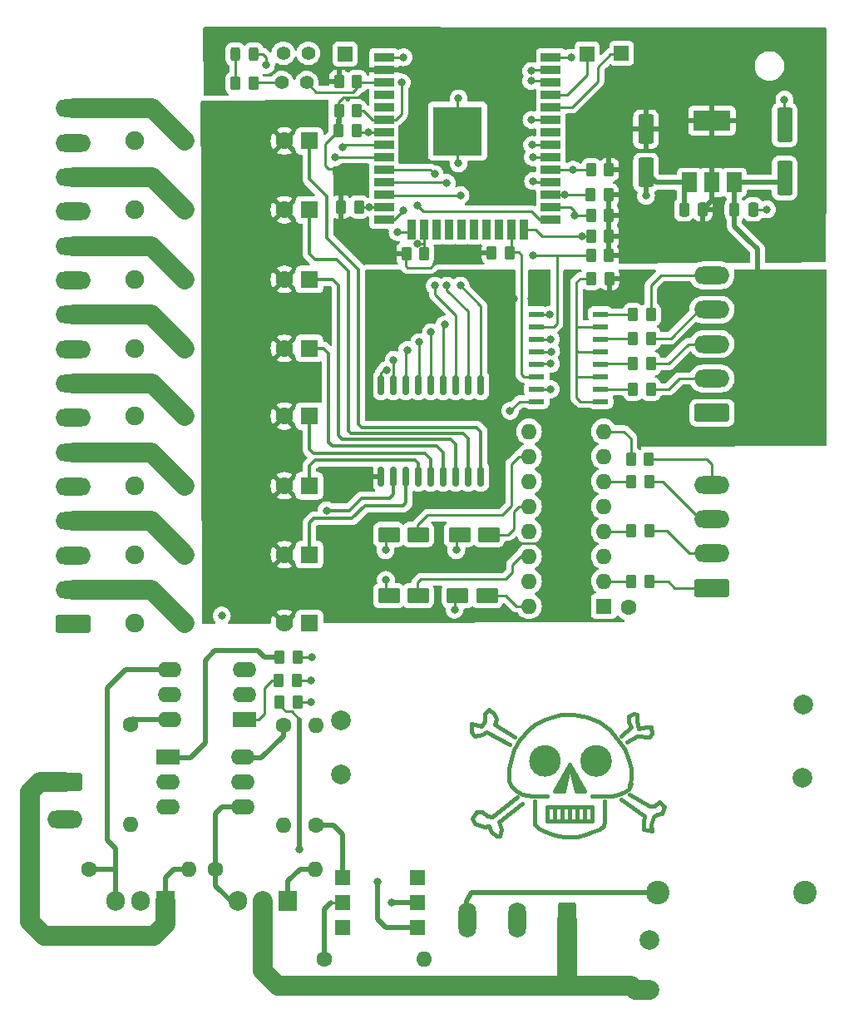
<source format=gbr>
%TF.GenerationSoftware,KiCad,Pcbnew,6.99.0-unknown-f8b157a1fb~149~ubuntu22.04.1*%
%TF.CreationDate,2022-08-25T07:21:59+02:00*%
%TF.ProjectId,in_out,696e5f6f-7574-42e6-9b69-6361645f7063,rev?*%
%TF.SameCoordinates,Original*%
%TF.FileFunction,Copper,L1,Top*%
%TF.FilePolarity,Positive*%
%FSLAX46Y46*%
G04 Gerber Fmt 4.6, Leading zero omitted, Abs format (unit mm)*
G04 Created by KiCad (PCBNEW 6.99.0-unknown-f8b157a1fb~149~ubuntu22.04.1) date 2022-08-25 07:21:59*
%MOMM*%
%LPD*%
G01*
G04 APERTURE LIST*
G04 Aperture macros list*
%AMRoundRect*
0 Rectangle with rounded corners*
0 $1 Rounding radius*
0 $2 $3 $4 $5 $6 $7 $8 $9 X,Y pos of 4 corners*
0 Add a 4 corners polygon primitive as box body*
4,1,4,$2,$3,$4,$5,$6,$7,$8,$9,$2,$3,0*
0 Add four circle primitives for the rounded corners*
1,1,$1+$1,$2,$3*
1,1,$1+$1,$4,$5*
1,1,$1+$1,$6,$7*
1,1,$1+$1,$8,$9*
0 Add four rect primitives between the rounded corners*
20,1,$1+$1,$2,$3,$4,$5,0*
20,1,$1+$1,$4,$5,$6,$7,0*
20,1,$1+$1,$6,$7,$8,$9,0*
20,1,$1+$1,$8,$9,$2,$3,0*%
G04 Aperture macros list end*
%TA.AperFunction,EtchedComponent*%
%ADD10C,0.381000*%
%TD*%
%TA.AperFunction,SMDPad,CuDef*%
%ADD11RoundRect,0.250000X-0.262500X-0.450000X0.262500X-0.450000X0.262500X0.450000X-0.262500X0.450000X0*%
%TD*%
%TA.AperFunction,SMDPad,CuDef*%
%ADD12RoundRect,0.250000X0.850000X0.550000X-0.850000X0.550000X-0.850000X-0.550000X0.850000X-0.550000X0*%
%TD*%
%TA.AperFunction,SMDPad,CuDef*%
%ADD13RoundRect,0.250000X0.250000X0.475000X-0.250000X0.475000X-0.250000X-0.475000X0.250000X-0.475000X0*%
%TD*%
%TA.AperFunction,SMDPad,CuDef*%
%ADD14R,1.500000X2.000000*%
%TD*%
%TA.AperFunction,SMDPad,CuDef*%
%ADD15R,3.800000X2.000000*%
%TD*%
%TA.AperFunction,ComponentPad*%
%ADD16C,1.600000*%
%TD*%
%TA.AperFunction,ComponentPad*%
%ADD17O,1.600000X1.600000*%
%TD*%
%TA.AperFunction,SMDPad,CuDef*%
%ADD18RoundRect,0.243750X-0.243750X-0.456250X0.243750X-0.456250X0.243750X0.456250X-0.243750X0.456250X0*%
%TD*%
%TA.AperFunction,SMDPad,CuDef*%
%ADD19RoundRect,0.250000X0.262500X0.450000X-0.262500X0.450000X-0.262500X-0.450000X0.262500X-0.450000X0*%
%TD*%
%TA.AperFunction,SMDPad,CuDef*%
%ADD20RoundRect,0.150000X-0.150000X0.875000X-0.150000X-0.875000X0.150000X-0.875000X0.150000X0.875000X0*%
%TD*%
%TA.AperFunction,ComponentPad*%
%ADD21C,2.400000*%
%TD*%
%TA.AperFunction,ComponentPad*%
%ADD22C,2.000000*%
%TD*%
%TA.AperFunction,ComponentPad*%
%ADD23RoundRect,0.250000X1.550000X-0.650000X1.550000X0.650000X-1.550000X0.650000X-1.550000X-0.650000X0*%
%TD*%
%TA.AperFunction,ComponentPad*%
%ADD24O,3.600000X1.800000*%
%TD*%
%TA.AperFunction,ComponentPad*%
%ADD25R,2.400000X1.600000*%
%TD*%
%TA.AperFunction,ComponentPad*%
%ADD26O,2.400000X1.600000*%
%TD*%
%TA.AperFunction,ComponentPad*%
%ADD27R,1.500000X1.500000*%
%TD*%
%TA.AperFunction,SMDPad,CuDef*%
%ADD28RoundRect,0.250000X0.550000X-1.500000X0.550000X1.500000X-0.550000X1.500000X-0.550000X-1.500000X0*%
%TD*%
%TA.AperFunction,ComponentPad*%
%ADD29R,1.778000X1.778000*%
%TD*%
%TA.AperFunction,ComponentPad*%
%ADD30C,1.778000*%
%TD*%
%TA.AperFunction,ComponentPad*%
%ADD31C,1.900000*%
%TD*%
%TA.AperFunction,SMDPad,CuDef*%
%ADD32RoundRect,0.250000X-0.550000X1.250000X-0.550000X-1.250000X0.550000X-1.250000X0.550000X1.250000X0*%
%TD*%
%TA.AperFunction,SMDPad,CuDef*%
%ADD33R,1.600000X1.600000*%
%TD*%
%TA.AperFunction,SMDPad,CuDef*%
%ADD34RoundRect,0.250000X-0.250000X-0.475000X0.250000X-0.475000X0.250000X0.475000X-0.250000X0.475000X0*%
%TD*%
%TA.AperFunction,SMDPad,CuDef*%
%ADD35RoundRect,0.137500X0.662500X0.137500X-0.662500X0.137500X-0.662500X-0.137500X0.662500X-0.137500X0*%
%TD*%
%TA.AperFunction,ComponentPad*%
%ADD36R,1.905000X2.000000*%
%TD*%
%TA.AperFunction,ComponentPad*%
%ADD37O,1.905000X2.000000*%
%TD*%
%TA.AperFunction,ComponentPad*%
%ADD38C,1.400000*%
%TD*%
%TA.AperFunction,ComponentPad*%
%ADD39RoundRect,0.250000X-1.550000X0.650000X-1.550000X-0.650000X1.550000X-0.650000X1.550000X0.650000X0*%
%TD*%
%TA.AperFunction,ComponentPad*%
%ADD40R,1.600000X1.600000*%
%TD*%
%TA.AperFunction,ComponentPad*%
%ADD41RoundRect,0.250000X0.650000X1.550000X-0.650000X1.550000X-0.650000X-1.550000X0.650000X-1.550000X0*%
%TD*%
%TA.AperFunction,ComponentPad*%
%ADD42O,1.800000X3.600000*%
%TD*%
%TA.AperFunction,SMDPad,CuDef*%
%ADD43R,2.000000X0.900000*%
%TD*%
%TA.AperFunction,SMDPad,CuDef*%
%ADD44R,0.900000X2.000000*%
%TD*%
%TA.AperFunction,SMDPad,CuDef*%
%ADD45R,5.000000X5.000000*%
%TD*%
%TA.AperFunction,ViaPad*%
%ADD46C,0.800000*%
%TD*%
%TA.AperFunction,ViaPad*%
%ADD47C,1.600000*%
%TD*%
%TA.AperFunction,Conductor*%
%ADD48C,0.250000*%
%TD*%
%TA.AperFunction,Conductor*%
%ADD49C,0.500000*%
%TD*%
%TA.AperFunction,Conductor*%
%ADD50C,2.000000*%
%TD*%
%TA.AperFunction,Conductor*%
%ADD51C,0.350000*%
%TD*%
G04 APERTURE END LIST*
D10*
%TO.C,!!Danger!! Power 230V AC*%
X119507000Y-110617000D02*
X119507000Y-111506000D01*
X119507000Y-111506000D02*
X119888000Y-111887000D01*
X119634000Y-120269000D02*
X119888000Y-120777000D01*
X119888000Y-111887000D02*
X120650000Y-111760000D01*
X119888000Y-120777000D02*
X120777000Y-121158000D01*
X120015000Y-119634000D02*
X119634000Y-120269000D01*
X120523000Y-110871000D02*
X119507000Y-110617000D01*
X120650000Y-111760000D02*
X121031000Y-111506000D01*
X120650000Y-119634000D02*
X120015000Y-119634000D01*
X120777000Y-121158000D02*
X121285000Y-121031000D01*
X120904000Y-109601000D02*
X120904000Y-110363000D01*
X120904000Y-110363000D02*
X120523000Y-110871000D01*
X121031000Y-111506000D02*
X123444000Y-112776000D01*
X121158000Y-120015000D02*
X120650000Y-119634000D01*
X121285000Y-109220000D02*
X120904000Y-109601000D01*
X121285000Y-121031000D02*
X121539000Y-121666000D01*
X121539000Y-121666000D02*
X122047000Y-122047000D01*
X121666000Y-120142000D02*
X121158000Y-120015000D01*
X121793000Y-109601000D02*
X121285000Y-109220000D01*
X121920000Y-110744000D02*
X122047000Y-110109000D01*
X122047000Y-110109000D02*
X121793000Y-109601000D01*
X122047000Y-122047000D02*
X122428000Y-122047000D01*
X122301000Y-120650000D02*
X124714000Y-118745000D01*
X122428000Y-122047000D02*
X122555000Y-121412000D01*
X122555000Y-121412000D02*
X122301000Y-120650000D01*
X123317000Y-115189000D02*
X123571000Y-114173000D01*
X123317000Y-115824000D02*
X123317000Y-115189000D01*
X123317000Y-116459000D02*
X123317000Y-115824000D01*
X123571000Y-114173000D02*
X123825000Y-113284000D01*
X123571000Y-116967000D02*
X123317000Y-116459000D01*
X123825000Y-113284000D02*
X124460000Y-112268000D01*
X123952000Y-112014000D02*
X121920000Y-110744000D01*
X124079000Y-117475000D02*
X123571000Y-116967000D01*
X124206000Y-118110000D02*
X121666000Y-120142000D01*
X124460000Y-112268000D02*
X125349000Y-111252000D01*
X124714000Y-117856000D02*
X124079000Y-117475000D01*
X125349000Y-111252000D02*
X125984000Y-110744000D01*
X125730000Y-117983000D02*
X124714000Y-117856000D01*
X125857000Y-114046000D02*
X125857000Y-114681000D01*
X125857000Y-114681000D02*
X126111000Y-115189000D01*
X125984000Y-110744000D02*
X127000000Y-110236000D01*
X125984000Y-118491000D02*
X125984000Y-120904000D01*
X125984000Y-120904000D02*
X126365000Y-121285000D01*
X126111000Y-115189000D02*
X126492000Y-115443000D01*
X126238000Y-114427000D02*
X126492000Y-114808000D01*
X126365000Y-113538000D02*
X125857000Y-114046000D01*
X126365000Y-121285000D02*
X126873000Y-121539000D01*
X126492000Y-114808000D02*
X126873000Y-115062000D01*
X126492000Y-115443000D02*
X127000000Y-115570000D01*
X126619000Y-113919000D02*
X126238000Y-114427000D01*
X126746000Y-114554000D02*
X127127000Y-114681000D01*
X126873000Y-113284000D02*
X126365000Y-113538000D01*
X126873000Y-115062000D02*
X127381000Y-115062000D01*
X126873000Y-121539000D02*
X127762000Y-121920000D01*
X127000000Y-110236000D02*
X127762000Y-109982000D01*
X127000000Y-113284000D02*
X126619000Y-113919000D01*
X127000000Y-113665000D02*
X126746000Y-114554000D01*
X127000000Y-115570000D02*
X127762000Y-115316000D01*
X127127000Y-114681000D02*
X127127000Y-114173000D01*
X127254000Y-117983000D02*
X125730000Y-117983000D01*
X127254000Y-119126000D02*
X131826000Y-119126000D01*
X127254000Y-120523000D02*
X127254000Y-119126000D01*
X127381000Y-115062000D02*
X127635000Y-114427000D01*
X127508000Y-113284000D02*
X127000000Y-113284000D01*
X127508000Y-113919000D02*
X127000000Y-113665000D01*
X127635000Y-114427000D02*
X127508000Y-113919000D01*
X127762000Y-109982000D02*
X128651000Y-109728000D01*
X127762000Y-115316000D02*
X128143000Y-114681000D01*
X127762000Y-121920000D02*
X128397000Y-122047000D01*
X127889000Y-113792000D02*
X127508000Y-113284000D01*
X128016000Y-117475000D02*
X129540000Y-114808000D01*
X128016000Y-119253000D02*
X128016000Y-120396000D01*
X128143000Y-114046000D02*
X127889000Y-113792000D01*
X128143000Y-114681000D02*
X128143000Y-114046000D01*
X128397000Y-122047000D02*
X129032000Y-122174000D01*
X128524000Y-117348000D02*
X128905000Y-116713000D01*
X128651000Y-109728000D02*
X129921000Y-109728000D01*
X128778000Y-119126000D02*
X128778000Y-120396000D01*
X128905000Y-117475000D02*
X128016000Y-117475000D01*
X129032000Y-122174000D02*
X129540000Y-122174000D01*
X129159000Y-115697000D02*
X128397000Y-117221000D01*
X129540000Y-114808000D02*
X128905000Y-117475000D01*
X129540000Y-114808000D02*
X131064000Y-117475000D01*
X129540000Y-119126000D02*
X129540000Y-120523000D01*
X129921000Y-109728000D02*
X131318000Y-109982000D01*
X129921000Y-115951000D02*
X130556000Y-117348000D01*
X130175000Y-117475000D02*
X129540000Y-114808000D01*
X130302000Y-119253000D02*
X130302000Y-120396000D01*
X130302000Y-122174000D02*
X129540000Y-122174000D01*
X131064000Y-117475000D02*
X130175000Y-117475000D01*
X131064000Y-119253000D02*
X131064000Y-120396000D01*
X131191000Y-121920000D02*
X130302000Y-122174000D01*
X131318000Y-109982000D02*
X132588000Y-110490000D01*
X131318000Y-114808000D02*
X132080000Y-115189000D01*
X131699000Y-113665000D02*
X131318000Y-114808000D01*
X131826000Y-114427000D02*
X131953000Y-114808000D01*
X131826000Y-117983000D02*
X133858000Y-117983000D01*
X131826000Y-119126000D02*
X131826000Y-120523000D01*
X131826000Y-120523000D02*
X127254000Y-120523000D01*
X131826000Y-121666000D02*
X131191000Y-121920000D01*
X131953000Y-113665000D02*
X131826000Y-114427000D01*
X131953000Y-114808000D02*
X132334000Y-114808000D01*
X132080000Y-115189000D02*
X132715000Y-115189000D01*
X132334000Y-114808000D02*
X132588000Y-114427000D01*
X132588000Y-110490000D02*
X133604000Y-111252000D01*
X132588000Y-113665000D02*
X131953000Y-113665000D01*
X132588000Y-114427000D02*
X132334000Y-114046000D01*
X132588000Y-121412000D02*
X131826000Y-121666000D01*
X132715000Y-115189000D02*
X133096000Y-114554000D01*
X132969000Y-114046000D02*
X132588000Y-113665000D01*
X132969000Y-121031000D02*
X132588000Y-121412000D01*
X133096000Y-114554000D02*
X132969000Y-114046000D01*
X133096000Y-118491000D02*
X133096000Y-120523000D01*
X133096000Y-120523000D02*
X132969000Y-121031000D01*
X133604000Y-111252000D02*
X134366000Y-112141000D01*
X133858000Y-117983000D02*
X134493000Y-117856000D01*
X134366000Y-112141000D02*
X135128000Y-113157000D01*
X134493000Y-117856000D02*
X135128000Y-117602000D01*
X134747000Y-111887000D02*
X135763000Y-110998000D01*
X135128000Y-113157000D02*
X135509000Y-114300000D01*
X135128000Y-117602000D02*
X135509000Y-117348000D01*
X135509000Y-109855000D02*
X136017000Y-109601000D01*
X135509000Y-110490000D02*
X135509000Y-109855000D01*
X135509000Y-114300000D02*
X135763000Y-115189000D01*
X135509000Y-117348000D02*
X135763000Y-116713000D01*
X135636000Y-117856000D02*
X137668000Y-118999000D01*
X135763000Y-110998000D02*
X135509000Y-110490000D01*
X135763000Y-115189000D02*
X135763000Y-115824000D01*
X135763000Y-115824000D02*
X135763000Y-116078000D01*
X135763000Y-116078000D02*
X135763000Y-116332000D01*
X135763000Y-116332000D02*
X135636000Y-116840000D01*
X136017000Y-109601000D02*
X136398000Y-109728000D01*
X136398000Y-109728000D02*
X136398000Y-110363000D01*
X136398000Y-110363000D02*
X136525000Y-111125000D01*
X136398000Y-111887000D02*
X135382000Y-112522000D01*
X136525000Y-111125000D02*
X137287000Y-110998000D01*
X137033000Y-120650000D02*
X137160000Y-120015000D01*
X137033000Y-121412000D02*
X137033000Y-120650000D01*
X137160000Y-120015000D02*
X134747000Y-118364000D01*
X137287000Y-110998000D02*
X137795000Y-110998000D01*
X137668000Y-112014000D02*
X136398000Y-111887000D01*
X137668000Y-118999000D02*
X138176000Y-118999000D01*
X137795000Y-110998000D02*
X137922000Y-111633000D01*
X137795000Y-120904000D02*
X137922000Y-121539000D01*
X137922000Y-111633000D02*
X137668000Y-112014000D01*
X137922000Y-121539000D02*
X137033000Y-121412000D01*
X138049000Y-120142000D02*
X137795000Y-120904000D01*
X138176000Y-118999000D02*
X138684000Y-118618000D01*
X138430000Y-119888000D02*
X138049000Y-120142000D01*
X138684000Y-118618000D02*
X139192000Y-119126000D01*
X138938000Y-119761000D02*
X138430000Y-119888000D01*
X139192000Y-119126000D02*
X138938000Y-119761000D01*
X127127000Y-114427000D02*
G75*
G03*
X127127000Y-114427000I-127000J0D01*
G01*
X128397000Y-114427000D02*
G75*
G03*
X128397000Y-114427000I-1397000J0D01*
G01*
X127523634Y-114427000D02*
G75*
G03*
X127523634Y-114427000I-523634J0D01*
G01*
X127967203Y-114427000D02*
G75*
G03*
X127967203Y-114427000I-967203J0D01*
G01*
X132461000Y-114427000D02*
G75*
G03*
X132461000Y-114427000I-254000J0D01*
G01*
X132854575Y-114427000D02*
G75*
G03*
X132854575Y-114427000I-647575J0D01*
G01*
X133609761Y-114427000D02*
G75*
G03*
X133609761Y-114427000I-1402761J0D01*
G01*
X133292088Y-114427000D02*
G75*
G03*
X133292088Y-114427000I-1085088J0D01*
G01*
%TD*%
D11*
%TO.P,R13,1*%
%TO.N,Net-(U4-IO4)*%
X131675000Y-58900000D03*
%TO.P,R13,2*%
%TO.N,+3V3*%
X133500000Y-58900000D03*
%TD*%
D12*
%TO.P,C2,1*%
%TO.N,Net-(U4-IO4)*%
X114100000Y-97600000D03*
%TO.P,C2,2*%
%TO.N,GND*%
X111100000Y-97600000D03*
%TD*%
D13*
%TO.P,C6,1*%
%TO.N,+3V3*%
X143063000Y-58293000D03*
%TO.P,C6,2*%
%TO.N,GND*%
X141163000Y-58293000D03*
%TD*%
D14*
%TO.P,U5,1,GND*%
%TO.N,GND*%
X141699999Y-55549999D03*
%TO.P,U5,2,VO*%
%TO.N,+3V3*%
X143999999Y-55549999D03*
D15*
X143999999Y-49249999D03*
D14*
%TO.P,U5,3,VI*%
%TO.N,+5V*%
X146299999Y-55549999D03*
%TD*%
D16*
%TO.P,R1,1*%
%TO.N,Net-(Q2-G)*%
X93470000Y-125450000D03*
D17*
%TO.P,R1,2*%
%TO.N,Net-(J1-Pin_2)*%
X103629999Y-125449999D03*
%TD*%
D18*
%TO.P,D1,1,K*%
%TO.N,Net-(D1-K)*%
X95475000Y-42500000D03*
%TO.P,D1,2,A*%
%TO.N,Net-(D1-A)*%
X97350000Y-42500000D03*
%TD*%
D19*
%TO.P,R15,1*%
%TO.N,Net-(U4-IO13)*%
X114712500Y-62800000D03*
%TO.P,R15,2*%
%TO.N,+3V3*%
X112887500Y-62800000D03*
%TD*%
D12*
%TO.P,C3,1*%
%TO.N,Net-(U4-IO5)*%
X121300000Y-91400000D03*
%TO.P,C3,2*%
%TO.N,GND*%
X118300000Y-91400000D03*
%TD*%
D11*
%TO.P,R11,1*%
%TO.N,+3V3*%
X106237500Y-58050000D03*
%TO.P,R11,2*%
%TO.N,Net-(U4-IO14)*%
X108062500Y-58050000D03*
%TD*%
%TO.P,R20,1*%
%TO.N,Net-(D1-K)*%
X95475000Y-45450000D03*
%TO.P,R20,2*%
%TO.N,GND*%
X97300000Y-45450000D03*
%TD*%
%TO.P,R24,1*%
%TO.N,Net-(R24-Pad1)*%
X135975000Y-71400000D03*
%TO.P,R24,2*%
%TO.N,Net-(J3-Pin_4)*%
X137800000Y-71400000D03*
%TD*%
D20*
%TO.P,U7,1,I1*%
%TO.N,Net-(U4-IO27)*%
X120480000Y-76150000D03*
%TO.P,U7,2,I2*%
%TO.N,Net-(U4-IO26)*%
X119210000Y-76150000D03*
%TO.P,U7,3,I3*%
%TO.N,Net-(U4-IO25)*%
X117940000Y-76150000D03*
%TO.P,U7,4,I4*%
%TO.N,Net-(U4-IO23)*%
X116670000Y-76150000D03*
%TO.P,U7,5,I5*%
%TO.N,Net-(U4-IO22)*%
X115400000Y-76150000D03*
%TO.P,U7,6,I6*%
%TO.N,Net-(U4-IO21)*%
X114130000Y-76150000D03*
%TO.P,U7,7,I7*%
%TO.N,Net-(U4-IO19)*%
X112860000Y-76150000D03*
%TO.P,U7,8,I8*%
%TO.N,Net-(U4-IO18)*%
X111590000Y-76150000D03*
%TO.P,U7,9,GND*%
%TO.N,GND*%
X110320000Y-76150000D03*
%TO.P,U7,10,COM*%
%TO.N,+5V*%
X110320000Y-85450000D03*
%TO.P,U7,11,O8*%
%TO.N,Net-(U7-O8)*%
X111590000Y-85450000D03*
%TO.P,U7,12,O7*%
%TO.N,Net-(U7-O7)*%
X112860000Y-85450000D03*
%TO.P,U7,13,O6*%
%TO.N,Net-(U7-O6)*%
X114130000Y-85450000D03*
%TO.P,U7,14,O5*%
%TO.N,Net-(U7-O5)*%
X115400000Y-85450000D03*
%TO.P,U7,15,O4*%
%TO.N,Net-(U7-O4)*%
X116670000Y-85450000D03*
%TO.P,U7,16,O3*%
%TO.N,Net-(U7-O3)*%
X117940000Y-85450000D03*
%TO.P,U7,17,O2*%
%TO.N,Net-(U7-O2)*%
X119210000Y-85450000D03*
%TO.P,U7,18,O1*%
%TO.N,Net-(U7-O1)*%
X120480000Y-85450000D03*
%TD*%
D21*
%TO.P,C8,1*%
%TO.N,Net-(C8-Pad1)*%
X153466800Y-127812800D03*
%TO.P,C8,2*%
%TO.N,NEUT*%
X138466800Y-127812800D03*
%TD*%
D16*
%TO.P,R2,1*%
%TO.N,Net-(Q1-G)*%
X80568800Y-125425200D03*
D17*
%TO.P,R2,2*%
%TO.N,Net-(J1-Pin_1)*%
X90728799Y-125425199D03*
%TD*%
D22*
%TO.P,F1,1*%
%TO.N,LINE*%
X137668000Y-132638800D03*
%TO.P,F1,2*%
%TO.N,PRI_HI*%
X137668000Y-137718800D03*
%TD*%
D16*
%TO.P,R3,1*%
%TO.N,Net-(R3-Pad1)*%
X84800000Y-110720000D03*
D17*
%TO.P,R3,2*%
%TO.N,PRI_HI*%
X84799999Y-120879999D03*
%TD*%
D16*
%TO.P,R10,1*%
%TO.N,Net-(R10-Pad1)*%
X104520000Y-134600000D03*
D17*
%TO.P,R10,2*%
%TO.N,NEUT*%
X114679999Y-134599999D03*
%TD*%
D22*
%TO.P,H1,1,1*%
%TO.N,+5V*%
X153263600Y-108661200D03*
%TD*%
D19*
%TO.P,R7,1*%
%TO.N,Net-(U4-IO32)*%
X101712500Y-106200000D03*
%TO.P,R7,2*%
%TO.N,Net-(R7-Pad2)*%
X99887500Y-106200000D03*
%TD*%
D11*
%TO.P,R27,1*%
%TO.N,Net-(R27-Pad1)*%
X135775000Y-91000000D03*
%TO.P,R27,2*%
%TO.N,Net-(J4-Pin_2)*%
X137600000Y-91000000D03*
%TD*%
D12*
%TO.P,C1,1*%
%TO.N,Net-(U4-IO2)*%
X121100000Y-97600000D03*
%TO.P,C1,2*%
%TO.N,GND*%
X118100000Y-97600000D03*
%TD*%
D23*
%TO.P,J4,1,Pin_1*%
%TO.N,Net-(J4-Pin_1)*%
X144000000Y-96800000D03*
D24*
%TO.P,J4,2,Pin_2*%
%TO.N,Net-(J4-Pin_2)*%
X143999999Y-93299999D03*
%TO.P,J4,3,Pin_3*%
%TO.N,Net-(J4-Pin_3)*%
X143999999Y-89799999D03*
%TO.P,J4,4,Pin_4*%
%TO.N,Net-(J4-Pin_4)*%
X143999999Y-86299999D03*
%TD*%
D19*
%TO.P,R8,1*%
%TO.N,Net-(U4-IO33)*%
X101825000Y-103850000D03*
%TO.P,R8,2*%
%TO.N,Net-(R8-Pad2)*%
X100000000Y-103850000D03*
%TD*%
D25*
%TO.P,U3,1*%
%TO.N,Net-(R7-Pad2)*%
X96407999Y-110220999D03*
D26*
%TO.P,U3,2*%
%TO.N,GND*%
X96407999Y-107680999D03*
%TO.P,U3,3,NC*%
%TO.N,unconnected-(U3-NC)_1*%
X96407999Y-105140999D03*
%TO.P,U3,4*%
%TO.N,Net-(Q1-G)*%
X88787999Y-105140999D03*
%TO.P,U3,5,NC*%
%TO.N,unconnected-(U3-NC)*%
X88787999Y-107680999D03*
%TO.P,U3,6*%
%TO.N,Net-(R3-Pad1)*%
X88787999Y-110220999D03*
%TD*%
D27*
%TO.P,TP2,1,1*%
%TO.N,Net-(U4-TXD0{slash}IO1)*%
X131299999Y-42449999D03*
%TD*%
D28*
%TO.P,C9,1*%
%TO.N,+5V*%
X151400000Y-55100000D03*
%TO.P,C9,2*%
%TO.N,GND*%
X151400000Y-49700000D03*
%TD*%
D11*
%TO.P,R28,1*%
%TO.N,Net-(R28-Pad1)*%
X135775000Y-86000000D03*
%TO.P,R28,2*%
%TO.N,Net-(J4-Pin_3)*%
X137600000Y-86000000D03*
%TD*%
D16*
%TO.P,R5,1*%
%TO.N,Net-(R5-Pad1)*%
X100350000Y-110840000D03*
D17*
%TO.P,R5,2*%
%TO.N,PRI_HI*%
X100349999Y-120999999D03*
%TD*%
D11*
%TO.P,R19,1*%
%TO.N,+3V3*%
X106037500Y-45275000D03*
%TO.P,R19,2*%
%TO.N,Net-(U4-EN)*%
X107862500Y-45275000D03*
%TD*%
D19*
%TO.P,R17,1*%
%TO.N,+3V3*%
X133487500Y-56825000D03*
%TO.P,R17,2*%
%TO.N,Net-(U4-IO16)*%
X131662500Y-56825000D03*
%TD*%
%TO.P,R18,1*%
%TO.N,+3V3*%
X133500000Y-63000000D03*
%TO.P,R18,2*%
%TO.N,Net-(U4-IO17)*%
X131675000Y-63000000D03*
%TD*%
D29*
%TO.P,K1,1*%
%TO.N,Net-(U7-O1)*%
X103009999Y-51322499D03*
D30*
%TO.P,K1,2*%
%TO.N,+5V*%
X100470000Y-51322500D03*
D31*
%TO.P,K1,3*%
%TO.N,Net-(J2-Pin_16)*%
X90310000Y-51322500D03*
%TO.P,K1,4*%
%TO.N,Net-(J2-Pin_15)*%
X85230000Y-51322500D03*
%TD*%
D32*
%TO.P,C5,1*%
%TO.N,+3V3*%
X137287000Y-50124000D03*
%TO.P,C5,2*%
%TO.N,GND*%
X137287000Y-54524000D03*
%TD*%
D11*
%TO.P,R14,1*%
%TO.N,Net-(U4-IO5)*%
X131700000Y-54250000D03*
%TO.P,R14,2*%
%TO.N,+3V3*%
X133525000Y-54250000D03*
%TD*%
D19*
%TO.P,R30,1*%
%TO.N,Net-(U4-IO34)*%
X107850000Y-48275000D03*
%TO.P,R30,2*%
%TO.N,+3V3*%
X106025000Y-48275000D03*
%TD*%
D23*
%TO.P,J2,1,Pin_1*%
%TO.N,Net-(J2-Pin_1)*%
X78992500Y-100500000D03*
D24*
%TO.P,J2,2,Pin_2*%
%TO.N,Net-(J2-Pin_2)*%
X78992499Y-96999999D03*
%TO.P,J2,3,Pin_3*%
%TO.N,Net-(J2-Pin_3)*%
X78992499Y-93499999D03*
%TO.P,J2,4,Pin_4*%
%TO.N,Net-(J2-Pin_4)*%
X78992499Y-89999999D03*
%TO.P,J2,5,Pin_5*%
%TO.N,Net-(J2-Pin_5)*%
X78992499Y-86499999D03*
%TO.P,J2,6,Pin_6*%
%TO.N,Net-(J2-Pin_6)*%
X78992499Y-82999999D03*
%TO.P,J2,7,Pin_7*%
%TO.N,Net-(J2-Pin_7)*%
X78992499Y-79499999D03*
%TO.P,J2,8,Pin_8*%
%TO.N,Net-(J2-Pin_8)*%
X78992499Y-75999999D03*
%TO.P,J2,9,Pin_9*%
%TO.N,Net-(J2-Pin_9)*%
X78992499Y-72499999D03*
%TO.P,J2,10,Pin_10*%
%TO.N,Net-(J2-Pin_10)*%
X78992499Y-68999999D03*
%TO.P,J2,11,Pin_11*%
%TO.N,Net-(J2-Pin_11)*%
X78992499Y-65499999D03*
%TO.P,J2,12,Pin_12*%
%TO.N,Net-(J2-Pin_12)*%
X78992499Y-61999999D03*
%TO.P,J2,13,Pin_13*%
%TO.N,Net-(J2-Pin_13)*%
X78992499Y-58499999D03*
%TO.P,J2,14,Pin_14*%
%TO.N,Net-(J2-Pin_14)*%
X78992499Y-54999999D03*
%TO.P,J2,15,Pin_15*%
%TO.N,Net-(J2-Pin_15)*%
X78992499Y-51499999D03*
%TO.P,J2,16,Pin_16*%
%TO.N,Net-(J2-Pin_16)*%
X78992499Y-47999999D03*
%TD*%
D33*
%TO.P,U1,1*%
%TO.N,Net-(R9-Pad1)*%
X106389999Y-126259999D03*
%TO.P,U1,2*%
%TO.N,Net-(R10-Pad1)*%
X106389999Y-128799999D03*
%TO.P,U1,3,NC*%
%TO.N,unconnected-(U1-NC)*%
X106389999Y-131339999D03*
%TO.P,U1,4*%
%TO.N,GND*%
X114009999Y-131339999D03*
%TO.P,U1,5*%
%TO.N,Net-(R4-Pad2)*%
X114009999Y-128799999D03*
%TO.P,U1,6*%
%TO.N,unconnected-(U1-Pad6)*%
X114009999Y-126259999D03*
%TD*%
D22*
%TO.P,H4,1,1*%
%TO.N,NEUT*%
X106200000Y-115800000D03*
%TD*%
D34*
%TO.P,C7,1*%
%TO.N,+5V*%
X146309000Y-58293000D03*
%TO.P,C7,2*%
%TO.N,GND*%
X148209000Y-58293000D03*
%TD*%
D22*
%TO.P,H2,1,1*%
%TO.N,GND*%
X153212800Y-116128800D03*
%TD*%
D11*
%TO.P,R23,1*%
%TO.N,Net-(R23-Pad1)*%
X135975000Y-74000000D03*
%TO.P,R23,2*%
%TO.N,Net-(J3-Pin_3)*%
X137800000Y-74000000D03*
%TD*%
D35*
%TO.P,U6,1*%
%TO.N,Net-(R22-Pad1)*%
X132650000Y-77845000D03*
%TO.P,U6,2*%
%TO.N,Net-(R21-Pad1)*%
X132650000Y-76575000D03*
%TO.P,U6,3*%
%TO.N,Net-(R22-Pad1)*%
X132650000Y-75305000D03*
%TO.P,U6,4*%
%TO.N,Net-(R23-Pad1)*%
X132650000Y-74035000D03*
%TO.P,U6,5*%
%TO.N,Net-(R22-Pad1)*%
X132650000Y-72765000D03*
%TO.P,U6,6*%
%TO.N,Net-(R24-Pad1)*%
X132650000Y-71495000D03*
%TO.P,U6,7*%
%TO.N,Net-(R22-Pad1)*%
X132650000Y-70225000D03*
%TO.P,U6,8*%
%TO.N,Net-(R25-Pad1)*%
X132650000Y-68955000D03*
%TO.P,U6,9*%
%TO.N,GND*%
X126150000Y-68955000D03*
%TO.P,U6,10*%
%TO.N,Net-(U4-IO17)*%
X126150000Y-70225000D03*
%TO.P,U6,11*%
%TO.N,GND*%
X126150000Y-71495000D03*
%TO.P,U6,12*%
%TO.N,Net-(U4-IO16)*%
X126150000Y-72765000D03*
%TO.P,U6,13*%
%TO.N,GND*%
X126150000Y-74035000D03*
%TO.P,U6,14*%
%TO.N,Net-(U4-IO15)*%
X126150000Y-75305000D03*
%TO.P,U6,15*%
%TO.N,GND*%
X126150000Y-76575000D03*
%TO.P,U6,16*%
%TO.N,Net-(U4-IO14)*%
X126150000Y-77845000D03*
%TD*%
D11*
%TO.P,R22,1*%
%TO.N,Net-(R22-Pad1)*%
X131712500Y-65300000D03*
%TO.P,R22,2*%
%TO.N,+5V*%
X133537500Y-65300000D03*
%TD*%
D29*
%TO.P,K3,1*%
%TO.N,Net-(U7-O3)*%
X103009999Y-65422499D03*
D30*
%TO.P,K3,2*%
%TO.N,+5V*%
X100470000Y-65422500D03*
D31*
%TO.P,K3,3*%
%TO.N,Net-(J2-Pin_12)*%
X90310000Y-65422500D03*
%TO.P,K3,4*%
%TO.N,Net-(J2-Pin_11)*%
X85230000Y-65422500D03*
%TD*%
D36*
%TO.P,Q2,1,A1*%
%TO.N,Net-(J1-Pin_2)*%
X100839999Y-128654999D03*
D37*
%TO.P,Q2,2,A2*%
%TO.N,PRI_HI*%
X98299999Y-128654999D03*
%TO.P,Q2,3,G*%
%TO.N,Net-(Q2-G)*%
X95759999Y-128654999D03*
%TD*%
D38*
%TO.P,JP1,1,1*%
%TO.N,Net-(U4-IO0)*%
X102900000Y-42400000D03*
%TO.P,JP1,2,2*%
%TO.N,GND*%
X100360000Y-42400000D03*
%TD*%
D29*
%TO.P,K2,1*%
%TO.N,Net-(U7-O2)*%
X103009999Y-58322499D03*
D30*
%TO.P,K2,2*%
%TO.N,+5V*%
X100470000Y-58322500D03*
D31*
%TO.P,K2,3*%
%TO.N,Net-(J2-Pin_14)*%
X90310000Y-58322500D03*
%TO.P,K2,4*%
%TO.N,Net-(J2-Pin_13)*%
X85230000Y-58322500D03*
%TD*%
D39*
%TO.P,J1,1,Pin_1*%
%TO.N,Net-(J1-Pin_1)*%
X78097500Y-116578100D03*
D24*
%TO.P,J1,2,Pin_2*%
%TO.N,Net-(J1-Pin_2)*%
X78097499Y-120388099D03*
%TD*%
D11*
%TO.P,R26,1*%
%TO.N,Net-(R26-Pad1)*%
X135775000Y-96200000D03*
%TO.P,R26,2*%
%TO.N,Net-(J4-Pin_1)*%
X137600000Y-96200000D03*
%TD*%
D16*
%TO.P,R9,1*%
%TO.N,Net-(R9-Pad1)*%
X103700000Y-121000000D03*
D17*
%TO.P,R9,2*%
%TO.N,LINE*%
X103699999Y-110839999D03*
%TD*%
D11*
%TO.P,R21,1*%
%TO.N,Net-(R21-Pad1)*%
X135975000Y-76600000D03*
%TO.P,R21,2*%
%TO.N,Net-(J3-Pin_2)*%
X137800000Y-76600000D03*
%TD*%
D40*
%TO.P,U8,1*%
%TO.N,Net-(C8-Pad1)*%
X132999999Y-98674999D03*
D17*
%TO.P,U8,2*%
%TO.N,Net-(R26-Pad1)*%
X132999999Y-96134999D03*
%TO.P,U8,3*%
%TO.N,Net-(C8-Pad1)*%
X132999999Y-93594999D03*
%TO.P,U8,4*%
%TO.N,Net-(R27-Pad1)*%
X132999999Y-91054999D03*
%TO.P,U8,5*%
%TO.N,Net-(C8-Pad1)*%
X132999999Y-88514999D03*
%TO.P,U8,6*%
%TO.N,Net-(R28-Pad1)*%
X132999999Y-85974999D03*
%TO.P,U8,7*%
%TO.N,Net-(C8-Pad1)*%
X132999999Y-83434999D03*
%TO.P,U8,8*%
%TO.N,Net-(R29-Pad1)*%
X132999999Y-80894999D03*
%TO.P,U8,9*%
%TO.N,GND*%
X125379999Y-80894999D03*
%TO.P,U8,10*%
%TO.N,Net-(U4-IO13)*%
X125379999Y-83434999D03*
%TO.P,U8,11*%
%TO.N,GND*%
X125379999Y-85974999D03*
%TO.P,U8,12*%
%TO.N,Net-(U4-IO5)*%
X125379999Y-88514999D03*
%TO.P,U8,13*%
%TO.N,GND*%
X125379999Y-91054999D03*
%TO.P,U8,14*%
%TO.N,Net-(U4-IO4)*%
X125379999Y-93594999D03*
%TO.P,U8,15*%
%TO.N,GND*%
X125379999Y-96134999D03*
%TO.P,U8,16*%
%TO.N,Net-(U4-IO2)*%
X125379999Y-98674999D03*
%TD*%
D41*
%TO.P,J5,1,Pin_1*%
%TO.N,PRI_HI*%
X129235200Y-130606800D03*
D42*
%TO.P,J5,2,Pin_2*%
%TO.N,Earth*%
X124155199Y-130606799D03*
%TO.P,J5,3,Pin_3*%
%TO.N,NEUT*%
X119075199Y-130606799D03*
%TD*%
D19*
%TO.P,R6,1*%
%TO.N,Net-(U4-IO35)*%
X107837500Y-50250000D03*
%TO.P,R6,2*%
%TO.N,+3V3*%
X106012500Y-50250000D03*
%TD*%
D27*
%TO.P,TP1,1,1*%
%TO.N,Net-(U4-RXD0{slash}IO3)*%
X134799999Y-42399999D03*
%TD*%
D25*
%TO.P,U2,1*%
%TO.N,Net-(R8-Pad2)*%
X88630999Y-114060999D03*
D26*
%TO.P,U2,2*%
%TO.N,GND*%
X88630999Y-116600999D03*
%TO.P,U2,3,NC*%
%TO.N,unconnected-(U2-NC)_1*%
X88630999Y-119140999D03*
%TO.P,U2,4*%
%TO.N,Net-(Q2-G)*%
X96250999Y-119140999D03*
%TO.P,U2,5,NC*%
%TO.N,unconnected-(U2-NC)*%
X96250999Y-116600999D03*
%TO.P,U2,6*%
%TO.N,Net-(R5-Pad1)*%
X96250999Y-114060999D03*
%TD*%
D29*
%TO.P,K8,1*%
%TO.N,Net-(U7-O8)*%
X103009999Y-100422499D03*
D30*
%TO.P,K8,2*%
%TO.N,+5V*%
X100470000Y-100422500D03*
D31*
%TO.P,K8,3*%
%TO.N,Net-(J2-Pin_2)*%
X90310000Y-100422500D03*
%TO.P,K8,4*%
%TO.N,Net-(J2-Pin_1)*%
X85230000Y-100422500D03*
%TD*%
D38*
%TO.P,JP2,1,1*%
%TO.N,Net-(U4-EN)*%
X102750000Y-45400000D03*
%TO.P,JP2,2,2*%
%TO.N,GND*%
X100210000Y-45400000D03*
%TD*%
D29*
%TO.P,K4,1*%
%TO.N,Net-(U7-O4)*%
X103009999Y-72422499D03*
D30*
%TO.P,K4,2*%
%TO.N,+5V*%
X100470000Y-72422500D03*
D31*
%TO.P,K4,3*%
%TO.N,Net-(J2-Pin_10)*%
X90310000Y-72422500D03*
%TO.P,K4,4*%
%TO.N,Net-(J2-Pin_9)*%
X85230000Y-72422500D03*
%TD*%
D23*
%TO.P,J3,1,Pin_1*%
%TO.N,GND*%
X144000000Y-79000000D03*
D24*
%TO.P,J3,2,Pin_2*%
%TO.N,Net-(J3-Pin_2)*%
X143999999Y-75499999D03*
%TO.P,J3,3,Pin_3*%
%TO.N,Net-(J3-Pin_3)*%
X143999999Y-71999999D03*
%TO.P,J3,4,Pin_4*%
%TO.N,Net-(J3-Pin_4)*%
X143999999Y-68499999D03*
%TO.P,J3,5,Pin_5*%
%TO.N,Net-(J3-Pin_5)*%
X143999999Y-64999999D03*
%TD*%
D11*
%TO.P,R29,1*%
%TO.N,Net-(R29-Pad1)*%
X135737500Y-83700000D03*
%TO.P,R29,2*%
%TO.N,Net-(J4-Pin_4)*%
X137562500Y-83700000D03*
%TD*%
%TO.P,R12,1*%
%TO.N,Net-(U4-IO2)*%
X131700000Y-61000000D03*
%TO.P,R12,2*%
%TO.N,+3V3*%
X133525000Y-61000000D03*
%TD*%
D29*
%TO.P,K5,1*%
%TO.N,Net-(U7-O5)*%
X103009999Y-79322499D03*
D30*
%TO.P,K5,2*%
%TO.N,+5V*%
X100470000Y-79322500D03*
D31*
%TO.P,K5,3*%
%TO.N,Net-(J2-Pin_8)*%
X90310000Y-79322500D03*
%TO.P,K5,4*%
%TO.N,Net-(J2-Pin_7)*%
X85230000Y-79322500D03*
%TD*%
D11*
%TO.P,R25,1*%
%TO.N,Net-(R25-Pad1)*%
X135975000Y-69000000D03*
%TO.P,R25,2*%
%TO.N,Net-(J3-Pin_5)*%
X137800000Y-69000000D03*
%TD*%
D36*
%TO.P,Q1,1,A1*%
%TO.N,Net-(J1-Pin_1)*%
X88349999Y-128699999D03*
D37*
%TO.P,Q1,2,A2*%
%TO.N,PRI_HI*%
X85809999Y-128699999D03*
%TO.P,Q1,3,G*%
%TO.N,Net-(Q1-G)*%
X83269999Y-128699999D03*
%TD*%
D12*
%TO.P,C4,1*%
%TO.N,Net-(U4-IO13)*%
X114100000Y-91400000D03*
%TO.P,C4,2*%
%TO.N,GND*%
X111100000Y-91400000D03*
%TD*%
D43*
%TO.P,U4,1,GND*%
%TO.N,GND*%
X110599999Y-42819999D03*
%TO.P,U4,2,VDD*%
%TO.N,+3V3*%
X110599999Y-44089999D03*
%TO.P,U4,3,EN*%
%TO.N,Net-(U4-EN)*%
X110599999Y-45359999D03*
%TO.P,U4,4,SENSOR_VP*%
%TO.N,unconnected-(U4-SENSOR_VP)*%
X110599999Y-46629999D03*
%TO.P,U4,5,SENSOR_VN*%
%TO.N,unconnected-(U4-SENSOR_VN)*%
X110599999Y-47899999D03*
%TO.P,U4,6,IO34*%
%TO.N,Net-(U4-IO34)*%
X110599999Y-49169999D03*
%TO.P,U4,7,IO35*%
%TO.N,Net-(U4-IO35)*%
X110599999Y-50439999D03*
%TO.P,U4,8,IO32*%
%TO.N,Net-(U4-IO32)*%
X110599999Y-51709999D03*
%TO.P,U4,9,IO33*%
%TO.N,Net-(U4-IO33)*%
X110599999Y-52979999D03*
%TO.P,U4,10,IO25*%
%TO.N,Net-(U4-IO25)*%
X110599999Y-54249999D03*
%TO.P,U4,11,IO26*%
%TO.N,Net-(U4-IO26)*%
X110599999Y-55519999D03*
%TO.P,U4,12,IO27*%
%TO.N,Net-(U4-IO27)*%
X110599999Y-56789999D03*
%TO.P,U4,13,IO14*%
%TO.N,Net-(U4-IO14)*%
X110599999Y-58059999D03*
%TO.P,U4,14,IO12*%
%TO.N,Net-(D1-A)*%
X110599999Y-59329999D03*
D44*
%TO.P,U4,15,GND*%
%TO.N,GND*%
X113384999Y-60329999D03*
%TO.P,U4,16,IO13*%
%TO.N,Net-(U4-IO13)*%
X114654999Y-60329999D03*
%TO.P,U4,17,SHD/SD2*%
%TO.N,unconnected-(U4-SHD{slash}SD2)*%
X115924999Y-60329999D03*
%TO.P,U4,18,SWP/SD3*%
%TO.N,unconnected-(U4-SWP{slash}SD3)*%
X117194999Y-60329999D03*
%TO.P,U4,19,SCS/CMD*%
%TO.N,unconnected-(U4-SCS{slash}CMD)*%
X118464999Y-60329999D03*
%TO.P,U4,20,SCK/CLK*%
%TO.N,unconnected-(U4-SCK{slash}CLK)*%
X119734999Y-60329999D03*
%TO.P,U4,21,SDO/SD0*%
%TO.N,unconnected-(U4-SDO{slash}SD0)*%
X121004999Y-60329999D03*
%TO.P,U4,22,SDI/SD1*%
%TO.N,unconnected-(U4-SDI{slash}SD1)*%
X122274999Y-60329999D03*
%TO.P,U4,23,IO15*%
%TO.N,Net-(U4-IO15)*%
X123544999Y-60329999D03*
%TO.P,U4,24,IO2*%
%TO.N,Net-(U4-IO2)*%
X124814999Y-60329999D03*
D43*
%TO.P,U4,25,IO0*%
%TO.N,Net-(U4-IO0)*%
X127599999Y-59329999D03*
%TO.P,U4,26,IO4*%
%TO.N,Net-(U4-IO4)*%
X127599999Y-58059999D03*
%TO.P,U4,27,IO16*%
%TO.N,Net-(U4-IO16)*%
X127599999Y-56789999D03*
%TO.P,U4,28,IO17*%
%TO.N,Net-(U4-IO17)*%
X127599999Y-55519999D03*
%TO.P,U4,29,IO5*%
%TO.N,Net-(U4-IO5)*%
X127599999Y-54249999D03*
%TO.P,U4,30,IO18*%
%TO.N,Net-(U4-IO18)*%
X127599999Y-52979999D03*
%TO.P,U4,31,IO19*%
%TO.N,Net-(U4-IO19)*%
X127599999Y-51709999D03*
%TO.P,U4,32,NC*%
%TO.N,unconnected-(U4-NC)*%
X127599999Y-50439999D03*
%TO.P,U4,33,IO21*%
%TO.N,Net-(U4-IO21)*%
X127599999Y-49169999D03*
%TO.P,U4,34,RXD0/IO3*%
%TO.N,Net-(U4-RXD0{slash}IO3)*%
X127599999Y-47899999D03*
%TO.P,U4,35,TXD0/IO1*%
%TO.N,Net-(U4-TXD0{slash}IO1)*%
X127599999Y-46629999D03*
%TO.P,U4,36,IO22*%
%TO.N,Net-(U4-IO22)*%
X127599999Y-45359999D03*
%TO.P,U4,37,IO23*%
%TO.N,Net-(U4-IO23)*%
X127599999Y-44089999D03*
%TO.P,U4,38,GND*%
%TO.N,GND*%
X127599999Y-42819999D03*
D45*
%TO.P,U4,39,GND*%
X118099999Y-50319999D03*
%TD*%
D19*
%TO.P,R4,1*%
%TO.N,Net-(U4-IO35)*%
X101800000Y-108400000D03*
%TO.P,R4,2*%
%TO.N,Net-(R4-Pad2)*%
X99975000Y-108400000D03*
%TD*%
D22*
%TO.P,H3,1,1*%
%TO.N,LINE*%
X106222800Y-110337600D03*
%TD*%
D29*
%TO.P,K7,1*%
%TO.N,Net-(U7-O7)*%
X103009999Y-93422499D03*
D30*
%TO.P,K7,2*%
%TO.N,+5V*%
X100470000Y-93422500D03*
D31*
%TO.P,K7,3*%
%TO.N,Net-(J2-Pin_4)*%
X90310000Y-93422500D03*
%TO.P,K7,4*%
%TO.N,Net-(J2-Pin_3)*%
X85230000Y-93422500D03*
%TD*%
D27*
%TO.P,TP3,1,1*%
%TO.N,Net-(U4-IO34)*%
X106649999Y-42499999D03*
%TD*%
D29*
%TO.P,K6,1*%
%TO.N,Net-(U7-O6)*%
X103009999Y-86422499D03*
D30*
%TO.P,K6,2*%
%TO.N,+5V*%
X100470000Y-86422500D03*
D31*
%TO.P,K6,3*%
%TO.N,Net-(J2-Pin_6)*%
X90310000Y-86422500D03*
%TO.P,K6,4*%
%TO.N,Net-(J2-Pin_5)*%
X85230000Y-86422500D03*
%TD*%
D11*
%TO.P,R16,1*%
%TO.N,+3V3*%
X121587500Y-62700000D03*
%TO.P,R16,2*%
%TO.N,Net-(U4-IO15)*%
X123412500Y-62700000D03*
%TD*%
D46*
%TO.N,Net-(U4-IO2)*%
X130750000Y-61000000D03*
%TO.N,GND*%
X151384000Y-47117000D03*
X129650000Y-42850000D03*
X110775000Y-92975000D03*
X127600000Y-76600000D03*
X137287000Y-56896000D03*
X118200000Y-53600000D03*
X110800000Y-96000000D03*
X94100000Y-99625000D03*
X117800000Y-99025000D03*
X110875000Y-74625000D03*
X149606000Y-58293000D03*
X127600000Y-71500000D03*
X118200000Y-47000000D03*
D47*
X135500000Y-98825000D03*
D46*
X112000000Y-60600000D03*
X117975000Y-92975000D03*
X109982000Y-126746000D03*
X127600000Y-74000000D03*
X112600000Y-42800000D03*
X127500500Y-69007846D03*
%TO.N,Net-(U4-IO4)*%
X130025000Y-58900000D03*
%TO.N,Net-(U4-IO5)*%
X129850000Y-54250000D03*
%TO.N,Net-(U4-IO13)*%
X114046000Y-61772800D03*
%TO.N,+3V3*%
X113800000Y-46925000D03*
X108600000Y-46925000D03*
%TO.N,+5V*%
X136575000Y-66675000D03*
X123799600Y-67360800D03*
X139100000Y-66675000D03*
X108813600Y-90119200D03*
X125577600Y-67360800D03*
X108813600Y-85496400D03*
D47*
X152000000Y-81150000D03*
D46*
X148625000Y-65250000D03*
%TO.N,Net-(D1-A)*%
X98600000Y-43600000D03*
X112600000Y-58400000D03*
%TO.N,Net-(U4-IO0)*%
X114000000Y-57850000D03*
%TO.N,Net-(U7-O8)*%
X104750000Y-88925000D03*
%TO.N,Net-(U4-IO35)*%
X109040000Y-50440000D03*
X103200000Y-108400000D03*
%TO.N,Net-(R4-Pad2)*%
X111400000Y-128800000D03*
X102000000Y-123400000D03*
%TO.N,Net-(U4-IO32)*%
X103200000Y-106200000D03*
X106400000Y-52000000D03*
%TO.N,Net-(U4-IO33)*%
X105600000Y-53000000D03*
X103225600Y-103835200D03*
%TO.N,Net-(U4-IO14)*%
X109075000Y-58060000D03*
X123450000Y-78800000D03*
%TO.N,Net-(U4-IO16)*%
X129000000Y-56790000D03*
X127625000Y-72750000D03*
%TO.N,Net-(U4-IO17)*%
X125800000Y-55400000D03*
X125800000Y-62975000D03*
%TO.N,Net-(U4-IO34)*%
X112420400Y-45364400D03*
%TO.N,Net-(U4-IO25)*%
X115773200Y-54711600D03*
X115800000Y-66050000D03*
%TO.N,Net-(U4-IO26)*%
X117000000Y-66050000D03*
X117000000Y-55600000D03*
%TO.N,Net-(U4-IO27)*%
X118400000Y-56850000D03*
X118400000Y-66050000D03*
%TO.N,Net-(U4-IO18)*%
X125780000Y-52980000D03*
X111600000Y-73600000D03*
%TO.N,Net-(U4-IO19)*%
X113000000Y-72600000D03*
X125690000Y-51710000D03*
%TO.N,Net-(U4-IO21)*%
X114200000Y-71800000D03*
X125630000Y-49170000D03*
%TO.N,Net-(U4-IO22)*%
X125600000Y-45200000D03*
X115400000Y-70800000D03*
%TO.N,Net-(U4-IO23)*%
X116800000Y-70000000D03*
X125600000Y-44200000D03*
%TD*%
D48*
%TO.N,Net-(U4-IO2)*%
X126005000Y-60330000D02*
X126675000Y-61000000D01*
X124815000Y-60330000D02*
X126005000Y-60330000D01*
X124075000Y-98675000D02*
X125380000Y-98675000D01*
X126675000Y-61000000D02*
X130750000Y-61000000D01*
X130750000Y-61000000D02*
X131700000Y-61000000D01*
X121100000Y-97600000D02*
X123000000Y-97600000D01*
X123000000Y-97600000D02*
X124075000Y-98675000D01*
%TO.N,GND*%
X127600000Y-76600000D02*
X126175000Y-76600000D01*
D49*
X141163000Y-55921000D02*
X141163000Y-58293000D01*
D48*
X110826800Y-131350000D02*
X110836800Y-131340000D01*
X110615000Y-74625000D02*
X110320000Y-74920000D01*
X110800000Y-96000000D02*
X110800000Y-97300000D01*
X118200000Y-53400000D02*
X118100000Y-53300000D01*
X127630000Y-42850000D02*
X127600000Y-42820000D01*
X129650000Y-42850000D02*
X127630000Y-42850000D01*
X112600000Y-42800000D02*
X110620000Y-42800000D01*
X151384000Y-47117000D02*
X151384000Y-49684000D01*
X117975000Y-92975000D02*
X117975000Y-91725000D01*
X112000000Y-60600000D02*
X113115000Y-60600000D01*
X126150000Y-68955000D02*
X126202846Y-69007846D01*
X126155000Y-71500000D02*
X126150000Y-71495000D01*
X126185000Y-74000000D02*
X126150000Y-74035000D01*
X151400000Y-49700000D02*
X150950000Y-49250000D01*
X118000000Y-92950000D02*
X117975000Y-92975000D01*
X127600000Y-71500000D02*
X126155000Y-71500000D01*
X110775000Y-91725000D02*
X111100000Y-91400000D01*
X110800000Y-97300000D02*
X111100000Y-97600000D01*
X127600000Y-74000000D02*
X126185000Y-74000000D01*
X117800000Y-99025000D02*
X117800000Y-97900000D01*
D49*
X110836800Y-131340000D02*
X114010000Y-131340000D01*
D48*
X126202846Y-69007846D02*
X127500500Y-69007846D01*
X110875000Y-74625000D02*
X110615000Y-74625000D01*
X97350000Y-45400000D02*
X97300000Y-45450000D01*
X117975000Y-91725000D02*
X118300000Y-91400000D01*
X118200000Y-47000000D02*
X118100000Y-47100000D01*
X100210000Y-45400000D02*
X97350000Y-45400000D01*
D49*
X109982000Y-126746000D02*
X109982000Y-130505200D01*
D48*
X117800000Y-97900000D02*
X118100000Y-97600000D01*
X118100000Y-47100000D02*
X118100000Y-50320000D01*
D49*
X140792000Y-55550000D02*
X138313000Y-55550000D01*
D48*
X113115000Y-60600000D02*
X113385000Y-60330000D01*
X110620000Y-42800000D02*
X110600000Y-42820000D01*
D49*
X109982000Y-130505200D02*
X110826800Y-131350000D01*
D48*
X126175000Y-76600000D02*
X126150000Y-76575000D01*
X110320000Y-76150000D02*
X110320000Y-74920000D01*
D49*
X137287000Y-56896000D02*
X137287000Y-54524000D01*
D48*
X151384000Y-49684000D02*
X151400000Y-49700000D01*
X118100000Y-53300000D02*
X118100000Y-50320000D01*
D49*
X141700000Y-55550000D02*
X140792000Y-55550000D01*
X138313000Y-55550000D02*
X137287000Y-54524000D01*
D48*
X149606000Y-58293000D02*
X148209000Y-58293000D01*
X110775000Y-92975000D02*
X110775000Y-91725000D01*
%TO.N,Net-(U4-IO4)*%
X123675000Y-95225000D02*
X122975000Y-95925000D01*
X124505000Y-93595000D02*
X123675000Y-94425000D01*
X123675000Y-94425000D02*
X123675000Y-95225000D01*
X127600000Y-58060000D02*
X129610000Y-58060000D01*
X114046000Y-97546000D02*
X114100000Y-97600000D01*
X130025000Y-58475000D02*
X130025000Y-58900000D01*
X127660000Y-58000000D02*
X127600000Y-58060000D01*
X129610000Y-58060000D02*
X130025000Y-58475000D01*
X122975000Y-95925000D02*
X114387000Y-95925000D01*
X114387000Y-95925000D02*
X114046000Y-96266000D01*
X130025000Y-58900000D02*
X131675000Y-58900000D01*
X114046000Y-96266000D02*
X114046000Y-97546000D01*
X125380000Y-93595000D02*
X124505000Y-93595000D01*
%TO.N,Net-(U4-IO5)*%
X123825000Y-90825000D02*
X123250000Y-91400000D01*
X123825000Y-89075000D02*
X123825000Y-90825000D01*
X129850000Y-54250000D02*
X127600000Y-54250000D01*
X131700000Y-54250000D02*
X129850000Y-54250000D01*
X124385000Y-88515000D02*
X123825000Y-89075000D01*
X125380000Y-88515000D02*
X124385000Y-88515000D01*
X123250000Y-91400000D02*
X121300000Y-91400000D01*
%TO.N,Net-(U4-IO13)*%
X114554000Y-61772800D02*
X114046000Y-61772800D01*
X114554000Y-61772800D02*
X114655000Y-61873800D01*
X114655000Y-61545000D02*
X114655000Y-61873800D01*
X114655000Y-61873800D02*
X114655000Y-62742500D01*
X125380000Y-83435000D02*
X124365000Y-83435000D01*
X124365000Y-83435000D02*
X123600000Y-84200000D01*
X114655000Y-60330000D02*
X114655000Y-61545000D01*
X122650000Y-89400000D02*
X115070000Y-89400000D01*
X114046000Y-90424000D02*
X114046000Y-91346000D01*
X114655000Y-62742500D02*
X114712500Y-62800000D01*
X114046000Y-91346000D02*
X114100000Y-91400000D01*
X123600000Y-88450000D02*
X122650000Y-89400000D01*
X115070000Y-89400000D02*
X114046000Y-90424000D01*
X123600000Y-84200000D02*
X123600000Y-88450000D01*
%TO.N,+3V3*%
X112887500Y-62800000D02*
X112800000Y-62887500D01*
X108600000Y-46925000D02*
X106450000Y-46925000D01*
X105850000Y-50350000D02*
X104600000Y-51600000D01*
X104600000Y-51600000D02*
X104600000Y-53800000D01*
X106012500Y-48262500D02*
X106025000Y-48275000D01*
X106087500Y-50350000D02*
X105850000Y-50350000D01*
X106012500Y-47362500D02*
X106012500Y-48275000D01*
X106012500Y-47362500D02*
X106012500Y-48262500D01*
D49*
X144000000Y-57356000D02*
X143063000Y-58293000D01*
D48*
X144000000Y-55550000D02*
X144000000Y-57356000D01*
X113000000Y-64200000D02*
X115350000Y-64200000D01*
X106450000Y-46925000D02*
X106012500Y-47362500D01*
X106175000Y-47200000D02*
X106012500Y-47362500D01*
X112800000Y-62887500D02*
X112800000Y-64000000D01*
X105000000Y-54200000D02*
X105600000Y-54200000D01*
X112800000Y-64000000D02*
X113000000Y-64200000D01*
X115350000Y-64200000D02*
X115950000Y-63600000D01*
X104600000Y-53800000D02*
X105000000Y-54200000D01*
%TO.N,+5V*%
X110310000Y-85250000D02*
X110310000Y-85676072D01*
D49*
X146309000Y-58293000D02*
X146309000Y-60009000D01*
X146309000Y-60009000D02*
X147825000Y-61525000D01*
X148625000Y-62325000D02*
X147825000Y-61525000D01*
D48*
X110320000Y-85666072D02*
X110310000Y-85676072D01*
X110320000Y-85450000D02*
X110320000Y-85666072D01*
D49*
X146300000Y-55550000D02*
X150950000Y-55550000D01*
X146300000Y-55550000D02*
X146300000Y-58284000D01*
D48*
X150950000Y-55550000D02*
X151400000Y-55100000D01*
X126225000Y-92300000D02*
X124175000Y-92300000D01*
X146300000Y-58284000D02*
X146309000Y-58293000D01*
D49*
X148625000Y-65250000D02*
X148625000Y-62325000D01*
D48*
%TO.N,Net-(C8-Pad1)*%
X132600000Y-88525000D02*
X133525000Y-88525000D01*
D49*
%TO.N,NEUT*%
X119050000Y-128650000D02*
X119050000Y-131250000D01*
X138466800Y-127812800D02*
X119481600Y-127812800D01*
X119481600Y-127812800D02*
X119050000Y-128650000D01*
D48*
%TO.N,Net-(D1-K)*%
X95475000Y-42500000D02*
X95475000Y-45450000D01*
%TO.N,Net-(D1-A)*%
X97350000Y-42500000D02*
X98300000Y-42500000D01*
X111670000Y-59330000D02*
X112600000Y-58400000D01*
X98600000Y-42800000D02*
X98600000Y-43600000D01*
X98300000Y-42500000D02*
X98600000Y-42800000D01*
X110600000Y-59600000D02*
X110600000Y-59330000D01*
X112600000Y-58600000D02*
X112600000Y-58400000D01*
X110600000Y-59330000D02*
X111670000Y-59330000D01*
D50*
%TO.N,Net-(J1-Pin_1)*%
X88400000Y-131000000D02*
X88400000Y-128750000D01*
X87200000Y-132200000D02*
X88400000Y-131000000D01*
X74574400Y-130759200D02*
X76015200Y-132200000D01*
X74574400Y-117602000D02*
X74574400Y-130759200D01*
X75598300Y-116578100D02*
X74574400Y-117602000D01*
X78097500Y-116578100D02*
X75598300Y-116578100D01*
X88400000Y-128750000D02*
X88350000Y-128700000D01*
X76015200Y-132200000D02*
X87200000Y-132200000D01*
D49*
X88350000Y-126300000D02*
X88350000Y-128700000D01*
X89224800Y-125425200D02*
X88350000Y-126300000D01*
X90728800Y-125425200D02*
X89224800Y-125425200D01*
D50*
%TO.N,Net-(J2-Pin_2)*%
X86887500Y-97000000D02*
X90310000Y-100422500D01*
X78992500Y-97000000D02*
X86887500Y-97000000D01*
D48*
%TO.N,Net-(J2-Pin_3)*%
X79070000Y-93422500D02*
X78992500Y-93500000D01*
D50*
%TO.N,Net-(J2-Pin_4)*%
X78992500Y-90000000D02*
X86887500Y-90000000D01*
X86887500Y-90000000D02*
X90310000Y-93422500D01*
D48*
%TO.N,Net-(J2-Pin_5)*%
X79070000Y-86422500D02*
X78992500Y-86500000D01*
D50*
%TO.N,Net-(J2-Pin_6)*%
X86887500Y-83000000D02*
X90310000Y-86422500D01*
X78992500Y-83000000D02*
X86887500Y-83000000D01*
D48*
%TO.N,Net-(J2-Pin_7)*%
X79170000Y-79322500D02*
X78992500Y-79500000D01*
D50*
%TO.N,Net-(J2-Pin_8)*%
X78992500Y-76000000D02*
X86987500Y-76000000D01*
X86987500Y-76000000D02*
X90310000Y-79322500D01*
D48*
%TO.N,Net-(J2-Pin_9)*%
X79070000Y-72422500D02*
X78992500Y-72500000D01*
D50*
%TO.N,Net-(J2-Pin_10)*%
X86887500Y-69000000D02*
X90310000Y-72422500D01*
X78992500Y-69000000D02*
X86887500Y-69000000D01*
%TO.N,Net-(J2-Pin_12)*%
X86887500Y-62000000D02*
X90310000Y-65422500D01*
X78992500Y-62000000D02*
X86887500Y-62000000D01*
%TO.N,Net-(J2-Pin_14)*%
X86987500Y-55000000D02*
X90310000Y-58322500D01*
X78992500Y-55000000D02*
X86987500Y-55000000D01*
%TO.N,Net-(J2-Pin_16)*%
X78992500Y-48000000D02*
X86987500Y-48000000D01*
X86987500Y-48000000D02*
X90310000Y-51322500D01*
D48*
%TO.N,Net-(J3-Pin_2)*%
X139600000Y-76600000D02*
X137800000Y-76600000D01*
X140700000Y-75500000D02*
X139600000Y-76600000D01*
X144000000Y-75500000D02*
X140700000Y-75500000D01*
%TO.N,Net-(J3-Pin_3)*%
X144000000Y-72000000D02*
X141600000Y-72000000D01*
X141600000Y-72000000D02*
X139600000Y-74000000D01*
X139600000Y-74000000D02*
X137800000Y-74000000D01*
%TO.N,Net-(J3-Pin_4)*%
X139800000Y-71400000D02*
X137800000Y-71400000D01*
X144000000Y-68500000D02*
X142700000Y-68500000D01*
X142700000Y-68500000D02*
X139800000Y-71400000D01*
%TO.N,Net-(J3-Pin_5)*%
X138800000Y-65000000D02*
X137800000Y-66000000D01*
X144000000Y-65000000D02*
X138800000Y-65000000D01*
X137800000Y-66000000D02*
X137800000Y-69000000D01*
%TO.N,Net-(J4-Pin_1)*%
X139600000Y-96200000D02*
X137600000Y-96200000D01*
X140200000Y-96800000D02*
X139600000Y-96200000D01*
X144000000Y-96800000D02*
X140200000Y-96800000D01*
%TO.N,Net-(J4-Pin_2)*%
X141700000Y-93300000D02*
X139400000Y-91000000D01*
X144000000Y-93300000D02*
X141700000Y-93300000D01*
X139400000Y-91000000D02*
X137600000Y-91000000D01*
%TO.N,Net-(J4-Pin_3)*%
X142800000Y-89800000D02*
X139000000Y-86000000D01*
X139000000Y-86000000D02*
X137600000Y-86000000D01*
X144000000Y-89800000D02*
X142800000Y-89800000D01*
%TO.N,Net-(J4-Pin_4)*%
X144000000Y-84875000D02*
X144000000Y-86300000D01*
X143450000Y-83700000D02*
X144000000Y-84250000D01*
X144000000Y-84600000D02*
X144000000Y-84875000D01*
X144000000Y-84250000D02*
X144000000Y-84875000D01*
X137562500Y-83700000D02*
X143450000Y-83700000D01*
%TO.N,Net-(U4-IO0)*%
X125600000Y-58500000D02*
X126430000Y-59330000D01*
X126430000Y-59330000D02*
X127600000Y-59330000D01*
X114000000Y-57850000D02*
X114650000Y-58500000D01*
X114650000Y-58500000D02*
X125600000Y-58500000D01*
%TO.N,Net-(U4-EN)*%
X103700000Y-46350000D02*
X102750000Y-45400000D01*
X107862500Y-45937500D02*
X107450000Y-46350000D01*
X108210000Y-45360000D02*
X108150000Y-45300000D01*
X107450000Y-46350000D02*
X103700000Y-46350000D01*
X107947500Y-45360000D02*
X107862500Y-45275000D01*
X110600000Y-45360000D02*
X107947500Y-45360000D01*
X107862500Y-45275000D02*
X107862500Y-45937500D01*
D51*
%TO.N,Net-(U7-O1)*%
X103010000Y-55210000D02*
X104800000Y-57000000D01*
X108000000Y-80150000D02*
X108350000Y-80500000D01*
X104800000Y-57000000D02*
X104800000Y-61200000D01*
X120050000Y-80500000D02*
X120480000Y-80930000D01*
X120480000Y-80930000D02*
X120480000Y-85450000D01*
X104800000Y-61200000D02*
X108000000Y-64400000D01*
X108000000Y-77800000D02*
X108000000Y-80150000D01*
X108000000Y-64400000D02*
X108000000Y-77800000D01*
X103010000Y-51322500D02*
X103010000Y-55210000D01*
X108350000Y-80500000D02*
X120050000Y-80500000D01*
D48*
%TO.N,Net-(U7-O2)*%
X103010000Y-58322500D02*
X103010000Y-59790000D01*
D51*
X107000000Y-80800000D02*
X107000000Y-64600000D01*
X107000000Y-64600000D02*
X105800000Y-63400000D01*
D48*
X103000000Y-62800000D02*
X103010000Y-62790000D01*
D51*
X119210000Y-81610000D02*
X118650000Y-81050000D01*
X103010000Y-62790000D02*
X103010000Y-58322500D01*
X105800000Y-63400000D02*
X103600000Y-63400000D01*
X118650000Y-81050000D02*
X107250000Y-81050000D01*
X103600000Y-63400000D02*
X103000000Y-62800000D01*
X119210000Y-85450000D02*
X119210000Y-81610000D01*
X107250000Y-81050000D02*
X107000000Y-80800000D01*
%TO.N,Net-(U7-O3)*%
X106350000Y-81650000D02*
X106000000Y-81300000D01*
X117940000Y-82190000D02*
X117400000Y-81650000D01*
X117400000Y-81650000D02*
X106350000Y-81650000D01*
X106000000Y-81300000D02*
X106000000Y-66000000D01*
X106000000Y-66000000D02*
X105422500Y-65422500D01*
X105422500Y-65422500D02*
X103010000Y-65422500D01*
D48*
X117850000Y-85170000D02*
X117930000Y-85250000D01*
D51*
X117940000Y-85450000D02*
X117940000Y-82190000D01*
%TO.N,Net-(U7-O4)*%
X116670000Y-85450000D02*
X116670000Y-83070000D01*
X105350000Y-82350000D02*
X105000000Y-82000000D01*
D48*
X116660000Y-85250000D02*
X116650000Y-85240000D01*
D51*
X115950000Y-82350000D02*
X105350000Y-82350000D01*
X116670000Y-83070000D02*
X115950000Y-82350000D01*
X105000000Y-73000000D02*
X104422500Y-72422500D01*
X105000000Y-82000000D02*
X105000000Y-73000000D01*
X104422500Y-72422500D02*
X103010000Y-72422500D01*
%TO.N,Net-(U7-O5)*%
X103010000Y-82710000D02*
X103010000Y-79322500D01*
X115400000Y-83700000D02*
X114800000Y-83100000D01*
X115400000Y-85450000D02*
X115400000Y-83700000D01*
X114800000Y-83100000D02*
X103400000Y-83100000D01*
X103400000Y-83100000D02*
X103010000Y-82710000D01*
%TO.N,Net-(U7-O6)*%
X103600000Y-83800000D02*
X103010000Y-84390000D01*
X103010000Y-84390000D02*
X103010000Y-86422500D01*
X114130000Y-84130000D02*
X113800000Y-83800000D01*
X114130000Y-85450000D02*
X114130000Y-84130000D01*
X113800000Y-83800000D02*
X103600000Y-83800000D01*
%TO.N,Net-(U7-O7)*%
X108650000Y-88450000D02*
X107350000Y-89750000D01*
X103010000Y-93422500D02*
X103010000Y-90210000D01*
X112860000Y-88140000D02*
X112550000Y-88450000D01*
X112860000Y-85450000D02*
X112860000Y-88140000D01*
X107350000Y-89750000D02*
X103470000Y-89750000D01*
X103470000Y-89750000D02*
X103010000Y-90210000D01*
X112550000Y-88450000D02*
X108650000Y-88450000D01*
%TO.N,Net-(U7-O8)*%
X111590000Y-87292000D02*
X111201200Y-87680800D01*
X108344200Y-87680800D02*
X107100000Y-88925000D01*
X111201200Y-87680800D02*
X108813600Y-87680800D01*
X107100000Y-88925000D02*
X104750000Y-88925000D01*
X111590000Y-87256800D02*
X111590000Y-85450000D01*
D48*
X111590000Y-87256800D02*
X111590000Y-87292000D01*
D51*
X108813600Y-87680800D02*
X108610400Y-87680800D01*
X108813600Y-87680800D02*
X108344200Y-87680800D01*
D48*
%TO.N,Net-(Q1-G)*%
X83228000Y-125425200D02*
X83270000Y-125467200D01*
D49*
X82400000Y-122500000D02*
X82400000Y-107000000D01*
X83270000Y-123645000D02*
X83270000Y-123370000D01*
X82400000Y-107000000D02*
X84305000Y-105095000D01*
X83270000Y-128700000D02*
X83270000Y-126295000D01*
X83270000Y-124245000D02*
X83270000Y-123645000D01*
X84305000Y-105095000D02*
X88755000Y-105095000D01*
X80568800Y-125425200D02*
X83228000Y-125425200D01*
X83270000Y-125330000D02*
X83270000Y-124245000D01*
X83270000Y-126295000D02*
X83270000Y-125467200D01*
X83270000Y-123370000D02*
X82400000Y-122500000D01*
D48*
X83270000Y-125467200D02*
X83270000Y-125330000D01*
D49*
%TO.N,Net-(R3-Pad1)*%
X84800000Y-110720000D02*
X84800000Y-110430000D01*
X84800000Y-110430000D02*
X85055000Y-110175000D01*
X85055000Y-110175000D02*
X85050000Y-110170000D01*
X88755000Y-110175000D02*
X85055000Y-110175000D01*
D48*
%TO.N,Net-(U4-IO35)*%
X101800000Y-108400000D02*
X103200000Y-108400000D01*
X110600000Y-50440000D02*
X109040000Y-50440000D01*
X108002500Y-50440000D02*
X107912500Y-50350000D01*
X109040000Y-50440000D02*
X108002500Y-50440000D01*
D49*
%TO.N,Net-(R4-Pad2)*%
X102000000Y-110200000D02*
X102000000Y-123400000D01*
D48*
X99975000Y-108400000D02*
X99975000Y-108775000D01*
X99975000Y-108775000D02*
X100600000Y-109400000D01*
D49*
X114010000Y-128800000D02*
X111400000Y-128800000D01*
D48*
X101200000Y-109400000D02*
X102000000Y-110200000D01*
X100600000Y-109400000D02*
X101200000Y-109400000D01*
D49*
%TO.N,Net-(R5-Pad1)*%
X98142000Y-114075000D02*
X100350000Y-111867000D01*
X96395000Y-114075000D02*
X98142000Y-114075000D01*
X100350000Y-111867000D02*
X100350000Y-110840000D01*
D48*
%TO.N,Net-(U4-IO32)*%
X110600000Y-51710000D02*
X106690000Y-51710000D01*
X101712500Y-106200000D02*
X103200000Y-106200000D01*
X106690000Y-51710000D02*
X106400000Y-52000000D01*
%TO.N,Net-(R7-Pad2)*%
X97825000Y-110175000D02*
X96375000Y-110175000D01*
X98400000Y-109600000D02*
X97825000Y-110175000D01*
X99887500Y-106200000D02*
X99200000Y-106200000D01*
X99200000Y-106200000D02*
X98400000Y-107000000D01*
X98400000Y-107000000D02*
X98400000Y-109600000D01*
%TO.N,Net-(U4-IO33)*%
X105620000Y-52980000D02*
X110600000Y-52980000D01*
X103350000Y-103850000D02*
X103400000Y-103800000D01*
X103210800Y-103850000D02*
X103225600Y-103835200D01*
X105600000Y-53000000D02*
X105620000Y-52980000D01*
X101825000Y-103850000D02*
X103210800Y-103850000D01*
D49*
%TO.N,Net-(R8-Pad2)*%
X93400000Y-103200000D02*
X92400000Y-104200000D01*
X100000000Y-103850000D02*
X98450000Y-103850000D01*
X90925000Y-114075000D02*
X92400000Y-112600000D01*
X92400000Y-104200000D02*
X92400000Y-112600000D01*
X97800000Y-103200000D02*
X93400000Y-103200000D01*
X98450000Y-103850000D02*
X97800000Y-103200000D01*
X88775000Y-114075000D02*
X90925000Y-114075000D01*
%TO.N,Net-(R9-Pad1)*%
X106390000Y-121934800D02*
X105455200Y-121000000D01*
X106390000Y-126260000D02*
X106390000Y-121934800D01*
X105455200Y-121000000D02*
X103700000Y-121000000D01*
D48*
X106250000Y-126275000D02*
X106250000Y-125850000D01*
D49*
%TO.N,Net-(R10-Pad1)*%
X104520000Y-129480000D02*
X104520000Y-134600000D01*
D48*
X106250000Y-128815000D02*
X105185000Y-128815000D01*
D49*
X105185000Y-128815000D02*
X104520000Y-129480000D01*
D48*
%TO.N,Net-(U4-IO14)*%
X124405000Y-77845000D02*
X123450000Y-78800000D01*
X108072500Y-58060000D02*
X108062500Y-58050000D01*
X110600000Y-58060000D02*
X108940000Y-58060000D01*
X108940000Y-58060000D02*
X108072500Y-58060000D01*
X126105000Y-77800000D02*
X126150000Y-77845000D01*
X126150000Y-77845000D02*
X124405000Y-77845000D01*
X126150000Y-77845000D02*
X126145000Y-77850000D01*
%TO.N,Net-(U4-IO15)*%
X124625000Y-62950000D02*
X124325000Y-62650000D01*
X124625000Y-75075000D02*
X124625000Y-62950000D01*
X123545000Y-62480000D02*
X123425000Y-62600000D01*
X126150000Y-75305000D02*
X124855000Y-75305000D01*
X124855000Y-75305000D02*
X124625000Y-75075000D01*
X123545000Y-60330000D02*
X123545000Y-62480000D01*
X123462500Y-62650000D02*
X123412500Y-62700000D01*
X124325000Y-62650000D02*
X123462500Y-62650000D01*
%TO.N,Net-(U4-IO16)*%
X129660000Y-56790000D02*
X129000000Y-56790000D01*
X126150000Y-72765000D02*
X127610000Y-72765000D01*
X130975000Y-56800000D02*
X130965000Y-56790000D01*
X127610000Y-72765000D02*
X127625000Y-72750000D01*
X130965000Y-56790000D02*
X131677500Y-56790000D01*
X130965000Y-56790000D02*
X129660000Y-56790000D01*
X131677500Y-56790000D02*
X131687500Y-56800000D01*
X129660000Y-56790000D02*
X129410000Y-56790000D01*
X129410000Y-56790000D02*
X127600000Y-56790000D01*
%TO.N,Net-(U4-IO17)*%
X128225000Y-63000000D02*
X125825000Y-63000000D01*
X126150000Y-70225000D02*
X127925000Y-70225000D01*
X128225000Y-69925000D02*
X128225000Y-63000000D01*
X127925000Y-70225000D02*
X128225000Y-69925000D01*
X127600000Y-55520000D02*
X125920000Y-55520000D01*
X125825000Y-63000000D02*
X125800000Y-62975000D01*
X128800000Y-63000000D02*
X131675000Y-63000000D01*
X128800000Y-63000000D02*
X128225000Y-63000000D01*
X125920000Y-55520000D02*
X125800000Y-55400000D01*
%TO.N,Net-(R21-Pad1)*%
X135975000Y-76600000D02*
X132675000Y-76600000D01*
X132675000Y-76600000D02*
X132650000Y-76575000D01*
%TO.N,Net-(R22-Pad1)*%
X130625000Y-65300000D02*
X130225000Y-65700000D01*
X130225000Y-70225000D02*
X132650000Y-70225000D01*
X130365000Y-72765000D02*
X130225000Y-72625000D01*
X130645000Y-77845000D02*
X130225000Y-77425000D01*
X131712500Y-65300000D02*
X130625000Y-65300000D01*
X130225000Y-77425000D02*
X130225000Y-75375000D01*
X132650000Y-72765000D02*
X130365000Y-72765000D01*
X132650000Y-77845000D02*
X130645000Y-77845000D01*
X130225000Y-75375000D02*
X130225000Y-72625000D01*
X130225000Y-65700000D02*
X130225000Y-67200000D01*
X130225000Y-70225000D02*
X130225000Y-72625000D01*
X130225000Y-67000000D02*
X130225000Y-67200000D01*
X130295000Y-75305000D02*
X130225000Y-75375000D01*
X132650000Y-75305000D02*
X130295000Y-75305000D01*
X130225000Y-67200000D02*
X130225000Y-70225000D01*
%TO.N,Net-(R23-Pad1)*%
X132685000Y-74000000D02*
X132650000Y-74035000D01*
X135975000Y-74000000D02*
X132685000Y-74000000D01*
%TO.N,Net-(R24-Pad1)*%
X132745000Y-71400000D02*
X132650000Y-71495000D01*
X135975000Y-71400000D02*
X132745000Y-71400000D01*
%TO.N,Net-(R26-Pad1)*%
X135775000Y-96200000D02*
X135710000Y-96135000D01*
X135710000Y-96135000D02*
X133000000Y-96135000D01*
%TO.N,Net-(R27-Pad1)*%
X135720000Y-91055000D02*
X133000000Y-91055000D01*
X135775000Y-91000000D02*
X135720000Y-91055000D01*
%TO.N,Net-(R28-Pad1)*%
X135775000Y-86000000D02*
X135750000Y-85975000D01*
X135750000Y-85975000D02*
X133000000Y-85975000D01*
%TO.N,Net-(R29-Pad1)*%
X135737500Y-81587500D02*
X135045000Y-80895000D01*
X135045000Y-80895000D02*
X133000000Y-80895000D01*
X135737500Y-83700000D02*
X135737500Y-81587500D01*
%TO.N,Net-(R25-Pad1)*%
X135975000Y-69000000D02*
X132695000Y-69000000D01*
X132695000Y-69000000D02*
X132650000Y-68955000D01*
%TO.N,Net-(U4-IO34)*%
X108525000Y-48275000D02*
X107837500Y-48275000D01*
X111830000Y-49170000D02*
X110600000Y-49170000D01*
X109420000Y-49170000D02*
X108525000Y-48275000D01*
X112420400Y-48579600D02*
X111830000Y-49170000D01*
X110600000Y-49170000D02*
X109420000Y-49170000D01*
X112420400Y-45364400D02*
X112420400Y-48579600D01*
%TO.N,Net-(U4-RXD0{slash}IO3)*%
X132400000Y-45250000D02*
X129750000Y-47900000D01*
X132400000Y-43800000D02*
X132400000Y-45250000D01*
X133700000Y-42500000D02*
X132400000Y-43800000D01*
X129750000Y-47900000D02*
X127600000Y-47900000D01*
X134800000Y-42500000D02*
X133700000Y-42500000D01*
%TO.N,Net-(U4-TXD0{slash}IO1)*%
X131300000Y-42450000D02*
X131300000Y-44600000D01*
X131300000Y-44600000D02*
X129270000Y-46630000D01*
X129270000Y-46630000D02*
X127600000Y-46630000D01*
%TO.N,Net-(U4-IO25)*%
X115800000Y-66050000D02*
X115800000Y-66920000D01*
X117930000Y-75950000D02*
X118000000Y-75880000D01*
X115773200Y-54711600D02*
X115311600Y-54250000D01*
X117940000Y-76150000D02*
X117940000Y-69060000D01*
X115800000Y-66920000D02*
X117940000Y-69060000D01*
X115311600Y-54250000D02*
X115057600Y-54250000D01*
X115057600Y-54250000D02*
X110600000Y-54250000D01*
%TO.N,Net-(U4-IO26)*%
X110600000Y-55520000D02*
X116920000Y-55520000D01*
X117000000Y-66050000D02*
X117000000Y-66500000D01*
X116920000Y-55520000D02*
X117000000Y-55600000D01*
X119210000Y-68640000D02*
X119210000Y-76150000D01*
X117000000Y-66500000D02*
X119210000Y-68640000D01*
%TO.N,Net-(U4-IO27)*%
X120480000Y-68130000D02*
X120480000Y-68180000D01*
X110660000Y-56850000D02*
X110600000Y-56790000D01*
X118400000Y-56850000D02*
X110660000Y-56850000D01*
X120480000Y-76150000D02*
X120480000Y-68180000D01*
X118400000Y-66050000D02*
X120480000Y-68130000D01*
%TO.N,Net-(U4-IO18)*%
X111600000Y-73600000D02*
X111600000Y-76140000D01*
X125620000Y-52980000D02*
X125780000Y-52980000D01*
X127600000Y-52980000D02*
X125780000Y-52980000D01*
X111600000Y-76140000D02*
X111590000Y-76150000D01*
%TO.N,Net-(U4-IO19)*%
X112860000Y-76150000D02*
X112860000Y-72740000D01*
X112860000Y-72740000D02*
X113000000Y-72600000D01*
X127600000Y-51710000D02*
X125690000Y-51710000D01*
%TO.N,Net-(U4-IO21)*%
X114200000Y-76080000D02*
X114200000Y-71800000D01*
X114130000Y-76150000D02*
X114200000Y-76080000D01*
X114120000Y-75950000D02*
X114250000Y-75820000D01*
X127600000Y-49170000D02*
X125630000Y-49170000D01*
%TO.N,Net-(U4-IO22)*%
X115400000Y-76150000D02*
X115400000Y-70800000D01*
X127440000Y-45200000D02*
X127600000Y-45360000D01*
X125600000Y-45200000D02*
X127440000Y-45200000D01*
%TO.N,Net-(U4-IO23)*%
X127600000Y-44090000D02*
X125710000Y-44090000D01*
X116670000Y-76150000D02*
X116670000Y-70130000D01*
X116670000Y-70130000D02*
X116800000Y-70000000D01*
X125710000Y-44090000D02*
X125600000Y-44200000D01*
D49*
%TO.N,Net-(J1-Pin_2)*%
X103630000Y-125450000D02*
X102050000Y-125450000D01*
X100840000Y-126660000D02*
X100840000Y-129205000D01*
X102050000Y-125450000D02*
X100840000Y-126660000D01*
D50*
%TO.N,PRI_HI*%
X99822000Y-137287000D02*
X129108200Y-137287000D01*
X129235200Y-137160000D02*
X129108200Y-137287000D01*
X98300000Y-128655000D02*
X98300000Y-133475000D01*
X129235200Y-130606800D02*
X129235200Y-137160000D01*
X98298000Y-135763000D02*
X99822000Y-137287000D01*
X129108200Y-137287000D02*
X135763000Y-137287000D01*
X135763000Y-137287000D02*
X136194800Y-137718800D01*
X136194800Y-137718800D02*
X137668000Y-137718800D01*
X98298000Y-133477000D02*
X98298000Y-135763000D01*
D48*
X98300000Y-133475000D02*
X98298000Y-133477000D01*
%TO.N,Net-(Q2-G)*%
X95760000Y-129205000D02*
X95555000Y-129205000D01*
D49*
X93470000Y-127120000D02*
X93470000Y-125450000D01*
X96251000Y-119141000D02*
X94092000Y-119141000D01*
X93470000Y-119763000D02*
X93470000Y-120630000D01*
X94092000Y-119141000D02*
X93470000Y-119763000D01*
X93470000Y-125450000D02*
X93470000Y-120630000D01*
X95555000Y-129205000D02*
X93470000Y-127120000D01*
%TD*%
%TA.AperFunction,Conductor*%
%TO.N,+3V3*%
G36*
X120414028Y-61820139D02*
G01*
X120445799Y-61831989D01*
X120465677Y-61834126D01*
X120502192Y-61838052D01*
X120567784Y-61865221D01*
X120608275Y-61923540D01*
X120610809Y-61994491D01*
X120608327Y-62002963D01*
X120579769Y-62089145D01*
X120576908Y-62102512D01*
X120567325Y-62196307D01*
X120567000Y-62202698D01*
X120567000Y-62427885D01*
X120571475Y-62443124D01*
X120572865Y-62444329D01*
X120580548Y-62446000D01*
X121715500Y-62446000D01*
X121783621Y-62466002D01*
X121830114Y-62519658D01*
X121841500Y-62572000D01*
X121841500Y-62828000D01*
X121821498Y-62896121D01*
X121767842Y-62942614D01*
X121715500Y-62954000D01*
X120585115Y-62954000D01*
X120569876Y-62958475D01*
X120568671Y-62959865D01*
X120567000Y-62967548D01*
X120567000Y-63197303D01*
X120567325Y-63203693D01*
X120576908Y-63297488D01*
X120579767Y-63310846D01*
X120631036Y-63465565D01*
X120637192Y-63478767D01*
X120722512Y-63617092D01*
X120731558Y-63628532D01*
X120801140Y-63698114D01*
X120835166Y-63760426D01*
X120830101Y-63831241D01*
X120787554Y-63888077D01*
X120721034Y-63912888D01*
X120712241Y-63913209D01*
X116063560Y-63920089D01*
X116009059Y-63923070D01*
X115982462Y-63925949D01*
X115980811Y-63926217D01*
X115980805Y-63926218D01*
X115967176Y-63928432D01*
X115928564Y-63934704D01*
X115922780Y-63936861D01*
X115922774Y-63936863D01*
X115848341Y-63964626D01*
X115805251Y-63972567D01*
X115628925Y-63973886D01*
X115560656Y-63954395D01*
X115513763Y-63901088D01*
X115503134Y-63830892D01*
X115532143Y-63766092D01*
X115538887Y-63758795D01*
X115574030Y-63723652D01*
X115579672Y-63714506D01*
X115645509Y-63607767D01*
X115667115Y-63572738D01*
X115722887Y-63404426D01*
X115733104Y-63304426D01*
X115733175Y-63303729D01*
X115733175Y-63303723D01*
X115733500Y-63300545D01*
X115733499Y-62299456D01*
X115732764Y-62292255D01*
X115725486Y-62221019D01*
X115722887Y-62195574D01*
X115702290Y-62133414D01*
X115669423Y-62034226D01*
X115669422Y-62034223D01*
X115667115Y-62027262D01*
X115663263Y-62021017D01*
X115661740Y-62017751D01*
X115651078Y-61947560D01*
X115680057Y-61882747D01*
X115739476Y-61843890D01*
X115775934Y-61838500D01*
X116423638Y-61838500D01*
X116426985Y-61838140D01*
X116426988Y-61838140D01*
X116449252Y-61835746D01*
X116484201Y-61831989D01*
X116515969Y-61820140D01*
X116586784Y-61815076D01*
X116604028Y-61820139D01*
X116635799Y-61831989D01*
X116670748Y-61835746D01*
X116693012Y-61838140D01*
X116693015Y-61838140D01*
X116696362Y-61838500D01*
X117693638Y-61838500D01*
X117696985Y-61838140D01*
X117696988Y-61838140D01*
X117719252Y-61835746D01*
X117754201Y-61831989D01*
X117785969Y-61820140D01*
X117856784Y-61815076D01*
X117874028Y-61820139D01*
X117905799Y-61831989D01*
X117940748Y-61835746D01*
X117963012Y-61838140D01*
X117963015Y-61838140D01*
X117966362Y-61838500D01*
X118963638Y-61838500D01*
X118966985Y-61838140D01*
X118966988Y-61838140D01*
X118989252Y-61835746D01*
X119024201Y-61831989D01*
X119055969Y-61820140D01*
X119126784Y-61815076D01*
X119144028Y-61820139D01*
X119175799Y-61831989D01*
X119210748Y-61835746D01*
X119233012Y-61838140D01*
X119233015Y-61838140D01*
X119236362Y-61838500D01*
X120233638Y-61838500D01*
X120236985Y-61838140D01*
X120236988Y-61838140D01*
X120259252Y-61835746D01*
X120294201Y-61831989D01*
X120325969Y-61820140D01*
X120396784Y-61815076D01*
X120414028Y-61820139D01*
G37*
%TD.AperFunction*%
%TA.AperFunction,Conductor*%
G36*
X109034257Y-53633502D02*
G01*
X109080750Y-53687158D01*
X109091955Y-53746246D01*
X109091860Y-53748009D01*
X109091500Y-53751362D01*
X109091500Y-54748638D01*
X109098011Y-54809201D01*
X109100767Y-54816589D01*
X109109860Y-54840968D01*
X109114924Y-54911784D01*
X109109861Y-54929028D01*
X109098011Y-54960799D01*
X109097168Y-54968642D01*
X109092356Y-55013404D01*
X109091500Y-55021362D01*
X109091500Y-56018638D01*
X109098011Y-56079201D01*
X109107341Y-56104215D01*
X109109860Y-56110968D01*
X109114924Y-56181784D01*
X109109861Y-56199028D01*
X109098011Y-56230799D01*
X109091500Y-56291362D01*
X109091500Y-56989628D01*
X109071498Y-57057749D01*
X109017842Y-57104242D01*
X108947568Y-57114346D01*
X108882988Y-57084852D01*
X108876405Y-57078723D01*
X108798652Y-57000970D01*
X108647738Y-56907885D01*
X108584193Y-56886829D01*
X108485952Y-56854275D01*
X108485948Y-56854274D01*
X108479426Y-56852113D01*
X108472592Y-56851415D01*
X108472588Y-56851414D01*
X108378729Y-56841825D01*
X108378723Y-56841825D01*
X108375545Y-56841500D01*
X108062549Y-56841500D01*
X107749456Y-56841501D01*
X107746279Y-56841826D01*
X107746270Y-56841826D01*
X107700765Y-56846475D01*
X107645574Y-56852113D01*
X107477262Y-56907885D01*
X107326348Y-57000970D01*
X107238741Y-57088577D01*
X107176429Y-57122603D01*
X107105614Y-57117538D01*
X107060551Y-57088577D01*
X106978532Y-57006558D01*
X106967092Y-56997512D01*
X106828767Y-56912192D01*
X106815565Y-56906036D01*
X106660846Y-56854767D01*
X106647488Y-56851908D01*
X106553693Y-56842325D01*
X106547302Y-56842000D01*
X106509615Y-56842000D01*
X106494376Y-56846475D01*
X106493171Y-56847865D01*
X106491500Y-56855548D01*
X106491500Y-59239885D01*
X106495975Y-59255124D01*
X106497365Y-59256329D01*
X106505048Y-59258000D01*
X106547303Y-59258000D01*
X106553693Y-59257675D01*
X106647488Y-59248092D01*
X106660846Y-59245233D01*
X106815565Y-59193964D01*
X106828767Y-59187808D01*
X106967092Y-59102488D01*
X106978532Y-59093442D01*
X107060551Y-59011423D01*
X107122863Y-58977397D01*
X107193678Y-58982462D01*
X107238741Y-59011423D01*
X107326348Y-59099030D01*
X107477262Y-59192115D01*
X107505585Y-59201500D01*
X107639048Y-59245725D01*
X107639052Y-59245726D01*
X107645574Y-59247887D01*
X107652408Y-59248585D01*
X107652412Y-59248586D01*
X107746271Y-59258175D01*
X107746277Y-59258175D01*
X107749455Y-59258500D01*
X108062451Y-59258500D01*
X108375544Y-59258499D01*
X108378721Y-59258174D01*
X108378730Y-59258174D01*
X108427467Y-59253195D01*
X108479426Y-59247887D01*
X108647738Y-59192115D01*
X108798652Y-59099030D01*
X108876405Y-59021277D01*
X108938717Y-58987251D01*
X109009532Y-58992316D01*
X109066368Y-59034863D01*
X109091179Y-59101383D01*
X109091500Y-59110372D01*
X109091500Y-59828638D01*
X109098011Y-59889201D01*
X109149111Y-60026204D01*
X109154510Y-60033416D01*
X109154511Y-60033418D01*
X109193946Y-60086096D01*
X109236739Y-60143261D01*
X109243950Y-60148659D01*
X109329583Y-60212763D01*
X109353796Y-60230889D01*
X109490799Y-60281989D01*
X109527705Y-60285957D01*
X109548012Y-60288140D01*
X109548015Y-60288140D01*
X109551362Y-60288500D01*
X110979298Y-60288500D01*
X111047419Y-60308502D01*
X111093912Y-60362158D01*
X111104608Y-60427670D01*
X111096723Y-60502698D01*
X111086496Y-60600000D01*
X111087186Y-60606565D01*
X111101225Y-60740135D01*
X111106458Y-60789928D01*
X111165473Y-60971556D01*
X111260960Y-61136944D01*
X111265378Y-61141851D01*
X111265379Y-61141852D01*
X111367862Y-61255671D01*
X111388747Y-61278866D01*
X111415903Y-61298596D01*
X111530682Y-61381988D01*
X111543248Y-61391118D01*
X111549276Y-61393802D01*
X111549278Y-61393803D01*
X111683682Y-61453643D01*
X111717712Y-61468794D01*
X111781041Y-61482255D01*
X111898056Y-61507128D01*
X111898061Y-61507128D01*
X111904513Y-61508500D01*
X112095487Y-61508500D01*
X112095487Y-61509644D01*
X112158945Y-61521251D01*
X112210790Y-61569755D01*
X112228181Y-61638588D01*
X112205598Y-61705897D01*
X112168420Y-61741028D01*
X112157908Y-61747512D01*
X112146468Y-61756558D01*
X112031558Y-61871468D01*
X112022512Y-61882908D01*
X111937192Y-62021233D01*
X111931036Y-62034435D01*
X111879767Y-62189154D01*
X111876908Y-62202512D01*
X111867325Y-62296307D01*
X111867000Y-62302698D01*
X111867000Y-62527885D01*
X111871475Y-62543124D01*
X111872865Y-62544329D01*
X111880548Y-62546000D01*
X113015500Y-62546000D01*
X113083621Y-62566002D01*
X113130114Y-62619658D01*
X113141500Y-62672000D01*
X113141500Y-62928000D01*
X113121498Y-62996121D01*
X113067842Y-63042614D01*
X113015500Y-63054000D01*
X111885115Y-63054000D01*
X111869876Y-63058475D01*
X111868671Y-63059865D01*
X111867000Y-63067548D01*
X111867000Y-63297303D01*
X111867325Y-63303693D01*
X111876908Y-63397488D01*
X111879767Y-63410846D01*
X111931036Y-63565565D01*
X111937192Y-63578767D01*
X112022511Y-63717091D01*
X112026438Y-63722057D01*
X112053000Y-63787898D01*
X112039750Y-63857647D01*
X111990894Y-63909160D01*
X111927790Y-63926209D01*
X108811906Y-63930821D01*
X108811905Y-63930821D01*
X108808553Y-63930826D01*
X108805224Y-63931188D01*
X108805217Y-63931188D01*
X108752979Y-63936863D01*
X108699790Y-63942641D01*
X108696507Y-63943358D01*
X108696499Y-63943359D01*
X108672494Y-63948600D01*
X108647635Y-63954027D01*
X108644442Y-63955091D01*
X108644435Y-63955093D01*
X108629186Y-63960175D01*
X108558236Y-63962736D01*
X108505798Y-63934951D01*
X108475941Y-63908500D01*
X108471542Y-63904603D01*
X108466002Y-63899387D01*
X105520405Y-60953790D01*
X105486379Y-60891478D01*
X105483500Y-60864695D01*
X105483500Y-59309705D01*
X105503502Y-59241584D01*
X105557158Y-59195091D01*
X105627432Y-59184987D01*
X105652237Y-59192376D01*
X105652475Y-59191658D01*
X105814154Y-59245233D01*
X105827512Y-59248092D01*
X105921307Y-59257675D01*
X105927697Y-59258000D01*
X105965385Y-59258000D01*
X105980624Y-59253525D01*
X105981829Y-59252135D01*
X105983500Y-59244452D01*
X105983500Y-56860115D01*
X105979025Y-56844876D01*
X105977635Y-56843671D01*
X105969952Y-56842000D01*
X105927698Y-56842000D01*
X105921307Y-56842325D01*
X105827512Y-56851908D01*
X105814154Y-56854767D01*
X105659435Y-56906036D01*
X105641910Y-56914208D01*
X105571719Y-56924870D01*
X105506905Y-56895891D01*
X105469271Y-56834943D01*
X105468515Y-56835230D01*
X105467030Y-56831314D01*
X105467029Y-56831312D01*
X105465169Y-56826408D01*
X105459044Y-56804436D01*
X105458718Y-56802657D01*
X105458717Y-56802653D01*
X105457344Y-56795163D01*
X105439994Y-56756612D01*
X105428894Y-56705262D01*
X105428879Y-56699794D01*
X105427294Y-56148432D01*
X105434975Y-56105323D01*
X105435672Y-56103790D01*
X105455576Y-56035640D01*
X105458494Y-56015137D01*
X105475532Y-55895404D01*
X105475532Y-55895403D01*
X105476167Y-55890941D01*
X105476158Y-55884266D01*
X105474803Y-54944082D01*
X105474800Y-54941960D01*
X105473908Y-54929032D01*
X105470180Y-54875010D01*
X105470179Y-54875000D01*
X105470033Y-54872885D01*
X105465424Y-54839300D01*
X105451409Y-54771500D01*
X105448742Y-54765431D01*
X105448738Y-54765420D01*
X105433727Y-54731269D01*
X105423077Y-54680931D01*
X105422882Y-54612763D01*
X105421398Y-54096405D01*
X105421221Y-54034862D01*
X105441027Y-53966684D01*
X105494549Y-53920037D01*
X105547220Y-53908500D01*
X105695487Y-53908500D01*
X105701939Y-53907128D01*
X105701944Y-53907128D01*
X105803528Y-53885535D01*
X105882288Y-53868794D01*
X105898738Y-53861470D01*
X106050722Y-53793803D01*
X106050724Y-53793802D01*
X106056752Y-53791118D01*
X106083603Y-53771610D01*
X106205914Y-53682745D01*
X106211253Y-53678866D01*
X106232572Y-53655189D01*
X106293018Y-53617950D01*
X106326208Y-53613500D01*
X108966136Y-53613500D01*
X109034257Y-53633502D01*
G37*
%TD.AperFunction*%
%TA.AperFunction,Conductor*%
G36*
X139415973Y-39746873D02*
G01*
X139416170Y-39746874D01*
X147206210Y-39772774D01*
X148580912Y-39777345D01*
X155573845Y-39800596D01*
X155641897Y-39820823D01*
X155688211Y-39874633D01*
X155699424Y-39926657D01*
X155697878Y-43016916D01*
X155697877Y-43017450D01*
X155645598Y-54051259D01*
X155600993Y-63465565D01*
X155600590Y-63550532D01*
X155580265Y-63618557D01*
X155526390Y-63664795D01*
X155475534Y-63675931D01*
X150798451Y-63710904D01*
X149510442Y-63720535D01*
X149442174Y-63701043D01*
X149395281Y-63647737D01*
X149383500Y-63594539D01*
X149383500Y-62389442D01*
X149384830Y-62371180D01*
X149388341Y-62347211D01*
X149383979Y-62297354D01*
X149383500Y-62286372D01*
X149383500Y-62280820D01*
X149383075Y-62277180D01*
X149383074Y-62277170D01*
X149379865Y-62249713D01*
X149379493Y-62246071D01*
X149373527Y-62177889D01*
X149372887Y-62170574D01*
X149370578Y-62163605D01*
X149369895Y-62160299D01*
X149369826Y-62159873D01*
X149369706Y-62159449D01*
X149368931Y-62156179D01*
X149368079Y-62148887D01*
X149365571Y-62141996D01*
X149365570Y-62141992D01*
X149342146Y-62077635D01*
X149340944Y-62074175D01*
X149319422Y-62009227D01*
X149317114Y-62002262D01*
X149313261Y-61996016D01*
X149311841Y-61992970D01*
X149311670Y-61992558D01*
X149311469Y-61992197D01*
X149309943Y-61989158D01*
X149307435Y-61982268D01*
X149303406Y-61976143D01*
X149303402Y-61976134D01*
X149265772Y-61918921D01*
X149263802Y-61915829D01*
X149227886Y-61857599D01*
X149227882Y-61857593D01*
X149224030Y-61851349D01*
X149218837Y-61846156D01*
X149216758Y-61843527D01*
X149216496Y-61843164D01*
X149216210Y-61842852D01*
X149214036Y-61840261D01*
X149210001Y-61834126D01*
X149154825Y-61782070D01*
X149152198Y-61779517D01*
X147104405Y-59731724D01*
X147070379Y-59669412D01*
X147067500Y-59642629D01*
X147067500Y-59384372D01*
X147087502Y-59316251D01*
X147104405Y-59295277D01*
X147158030Y-59241652D01*
X147160837Y-59237102D01*
X147218110Y-59196549D01*
X147289035Y-59193362D01*
X147350424Y-59229026D01*
X147356525Y-59236066D01*
X147359970Y-59241652D01*
X147485348Y-59367030D01*
X147636262Y-59460115D01*
X147664295Y-59469404D01*
X147798048Y-59513725D01*
X147798052Y-59513726D01*
X147804574Y-59515887D01*
X147811408Y-59516585D01*
X147811412Y-59516586D01*
X147905271Y-59526175D01*
X147905277Y-59526175D01*
X147908455Y-59526500D01*
X148208953Y-59526500D01*
X148509544Y-59526499D01*
X148512721Y-59526174D01*
X148512730Y-59526174D01*
X148561467Y-59521195D01*
X148613426Y-59515887D01*
X148781738Y-59460115D01*
X148932652Y-59367030D01*
X149058030Y-59241652D01*
X149096077Y-59179968D01*
X149148863Y-59132490D01*
X149218938Y-59121087D01*
X149254568Y-59131009D01*
X149317677Y-59159108D01*
X149317685Y-59159111D01*
X149323712Y-59161794D01*
X149417113Y-59181647D01*
X149504056Y-59200128D01*
X149504061Y-59200128D01*
X149510513Y-59201500D01*
X149701487Y-59201500D01*
X149707939Y-59200128D01*
X149707944Y-59200128D01*
X149794887Y-59181647D01*
X149888288Y-59161794D01*
X149905794Y-59154000D01*
X150056722Y-59086803D01*
X150056724Y-59086802D01*
X150062752Y-59084118D01*
X150217253Y-58971866D01*
X150268016Y-58915488D01*
X150340621Y-58834852D01*
X150340622Y-58834851D01*
X150345040Y-58829944D01*
X150440527Y-58664556D01*
X150499542Y-58482928D01*
X150507975Y-58402698D01*
X150518814Y-58299565D01*
X150519504Y-58293000D01*
X150503970Y-58145204D01*
X150500232Y-58109635D01*
X150500232Y-58109633D01*
X150499542Y-58103072D01*
X150440527Y-57921444D01*
X150431787Y-57906305D01*
X150358665Y-57779655D01*
X150345040Y-57756056D01*
X150338374Y-57748652D01*
X150221675Y-57619045D01*
X150221674Y-57619044D01*
X150217253Y-57614134D01*
X150074457Y-57510386D01*
X150068094Y-57505763D01*
X150068093Y-57505762D01*
X150062752Y-57501882D01*
X150056724Y-57499198D01*
X150056722Y-57499197D01*
X149894319Y-57426891D01*
X149894318Y-57426891D01*
X149888288Y-57424206D01*
X149794887Y-57404353D01*
X149707944Y-57385872D01*
X149707939Y-57385872D01*
X149701487Y-57384500D01*
X149510513Y-57384500D01*
X149504061Y-57385872D01*
X149504056Y-57385872D01*
X149417113Y-57404353D01*
X149323712Y-57424206D01*
X149317685Y-57426889D01*
X149317677Y-57426892D01*
X149254568Y-57454991D01*
X149184201Y-57464426D01*
X149119904Y-57434320D01*
X149096077Y-57406032D01*
X149088067Y-57393045D01*
X149058030Y-57344348D01*
X148932652Y-57218970D01*
X148781738Y-57125885D01*
X148718193Y-57104829D01*
X148619952Y-57072275D01*
X148619948Y-57072274D01*
X148613426Y-57070113D01*
X148606592Y-57069415D01*
X148606588Y-57069414D01*
X148512729Y-57059825D01*
X148512723Y-57059825D01*
X148509545Y-57059500D01*
X148209047Y-57059500D01*
X147908456Y-57059501D01*
X147905279Y-57059826D01*
X147905270Y-57059826D01*
X147856533Y-57064805D01*
X147804574Y-57070113D01*
X147636262Y-57125885D01*
X147485348Y-57218970D01*
X147359970Y-57344348D01*
X147357163Y-57348898D01*
X147299890Y-57389451D01*
X147228965Y-57392638D01*
X147167576Y-57356974D01*
X147161475Y-57349934D01*
X147158030Y-57344348D01*
X147095405Y-57281723D01*
X147061379Y-57219411D01*
X147058500Y-57192628D01*
X147058500Y-57174472D01*
X147078502Y-57106351D01*
X147132158Y-57059858D01*
X147153247Y-57052629D01*
X147159201Y-57051989D01*
X147296204Y-57000889D01*
X147304010Y-56995046D01*
X147406050Y-56918659D01*
X147413261Y-56913261D01*
X147457049Y-56854767D01*
X147495489Y-56803418D01*
X147495490Y-56803416D01*
X147500889Y-56796204D01*
X147551989Y-56659201D01*
X147558500Y-56598638D01*
X147558500Y-56434500D01*
X147578502Y-56366379D01*
X147632158Y-56319886D01*
X147684500Y-56308500D01*
X149965501Y-56308500D01*
X150033622Y-56328502D01*
X150080115Y-56382158D01*
X150091501Y-56434500D01*
X150091501Y-56650544D01*
X150091826Y-56653721D01*
X150091826Y-56653730D01*
X150094513Y-56680029D01*
X150102113Y-56754426D01*
X150157885Y-56922738D01*
X150169749Y-56941972D01*
X150242242Y-57059501D01*
X150250970Y-57073652D01*
X150376348Y-57199030D01*
X150382595Y-57202883D01*
X150382596Y-57202884D01*
X150402427Y-57215116D01*
X150527262Y-57292115D01*
X150550222Y-57299723D01*
X150689048Y-57345725D01*
X150689052Y-57345726D01*
X150695574Y-57347887D01*
X150702408Y-57348585D01*
X150702412Y-57348586D01*
X150796271Y-57358175D01*
X150796277Y-57358175D01*
X150799455Y-57358500D01*
X151399906Y-57358500D01*
X152000544Y-57358499D01*
X152003721Y-57358174D01*
X152003730Y-57358174D01*
X152052467Y-57353195D01*
X152104426Y-57347887D01*
X152272738Y-57292115D01*
X152397573Y-57215116D01*
X152417404Y-57202884D01*
X152417405Y-57202883D01*
X152423652Y-57199030D01*
X152549030Y-57073652D01*
X152557759Y-57059501D01*
X152630251Y-56941972D01*
X152642115Y-56922738D01*
X152681905Y-56802657D01*
X152695725Y-56760952D01*
X152695726Y-56760948D01*
X152697887Y-56754426D01*
X152703469Y-56699794D01*
X152708175Y-56653729D01*
X152708175Y-56653723D01*
X152708500Y-56650545D01*
X152708499Y-53549456D01*
X152707970Y-53544269D01*
X152701787Y-53483754D01*
X152697887Y-53445574D01*
X152642115Y-53277262D01*
X152549030Y-53126348D01*
X152423652Y-53000970D01*
X152389655Y-52980000D01*
X152319261Y-52936581D01*
X152272738Y-52907885D01*
X152209193Y-52886829D01*
X152110952Y-52854275D01*
X152110948Y-52854274D01*
X152104426Y-52852113D01*
X152097592Y-52851415D01*
X152097588Y-52851414D01*
X152003729Y-52841825D01*
X152003723Y-52841825D01*
X152000545Y-52841500D01*
X151400094Y-52841500D01*
X150799456Y-52841501D01*
X150796279Y-52841826D01*
X150796270Y-52841826D01*
X150747533Y-52846805D01*
X150695574Y-52852113D01*
X150527262Y-52907885D01*
X150480739Y-52936581D01*
X150410346Y-52980000D01*
X150376348Y-53000970D01*
X150250970Y-53126348D01*
X150157885Y-53277262D01*
X150139446Y-53332908D01*
X150111093Y-53418475D01*
X150102113Y-53445574D01*
X150101415Y-53452408D01*
X150101414Y-53452412D01*
X150092030Y-53544269D01*
X150091500Y-53549455D01*
X150091500Y-54665500D01*
X150071498Y-54733621D01*
X150017842Y-54780114D01*
X149965500Y-54791500D01*
X147684500Y-54791500D01*
X147616379Y-54771498D01*
X147569886Y-54717842D01*
X147558500Y-54665500D01*
X147558500Y-54501362D01*
X147551989Y-54440799D01*
X147500889Y-54303796D01*
X147493043Y-54293314D01*
X147418659Y-54193950D01*
X147413261Y-54186739D01*
X147339105Y-54131226D01*
X147303418Y-54104511D01*
X147303416Y-54104510D01*
X147296204Y-54099111D01*
X147159201Y-54048011D01*
X147118832Y-54043671D01*
X147101988Y-54041860D01*
X147101985Y-54041860D01*
X147098638Y-54041500D01*
X145501362Y-54041500D01*
X145498015Y-54041860D01*
X145498012Y-54041860D01*
X145481168Y-54043671D01*
X145440799Y-54048011D01*
X145303796Y-54099111D01*
X145296584Y-54104510D01*
X145296582Y-54104511D01*
X145225092Y-54158028D01*
X145158572Y-54182839D01*
X145089198Y-54167748D01*
X145074074Y-54158028D01*
X145003176Y-54104954D01*
X144987520Y-54096405D01*
X144866478Y-54051259D01*
X144851257Y-54047662D01*
X144801938Y-54042360D01*
X144795223Y-54042000D01*
X144272115Y-54042000D01*
X144256876Y-54046475D01*
X144255671Y-54047865D01*
X144254000Y-54055548D01*
X144254000Y-57039885D01*
X144258475Y-57055124D01*
X144259865Y-57056329D01*
X144267548Y-57058000D01*
X144795223Y-57058000D01*
X144801938Y-57057640D01*
X144851257Y-57052338D01*
X144866478Y-57048741D01*
X144987520Y-57003595D01*
X145003176Y-56995046D01*
X145074074Y-56941972D01*
X145140594Y-56917161D01*
X145209968Y-56932252D01*
X145225092Y-56941972D01*
X145295991Y-56995046D01*
X145303796Y-57000889D01*
X145440799Y-57051989D01*
X145445636Y-57052509D01*
X145506172Y-57086981D01*
X145539079Y-57149891D01*
X145541500Y-57174472D01*
X145541500Y-57210628D01*
X145521498Y-57278749D01*
X145504595Y-57299723D01*
X145459970Y-57344348D01*
X145456117Y-57350595D01*
X145456116Y-57350596D01*
X145451241Y-57358500D01*
X145366885Y-57495262D01*
X145359791Y-57516672D01*
X145314623Y-57652982D01*
X145311113Y-57663574D01*
X145310415Y-57670408D01*
X145310414Y-57670412D01*
X145301415Y-57758500D01*
X145300500Y-57767455D01*
X145300501Y-58818544D01*
X145300826Y-58821721D01*
X145300826Y-58821730D01*
X145301810Y-58831362D01*
X145311113Y-58922426D01*
X145366885Y-59090738D01*
X145459970Y-59241652D01*
X145513595Y-59295277D01*
X145547621Y-59357589D01*
X145550500Y-59384372D01*
X145550500Y-59944558D01*
X145549170Y-59962820D01*
X145545659Y-59986789D01*
X145549142Y-60026595D01*
X145550021Y-60036646D01*
X145550500Y-60047628D01*
X145550500Y-60053180D01*
X145550925Y-60056820D01*
X145550926Y-60056830D01*
X145554135Y-60084287D01*
X145554507Y-60087929D01*
X145554940Y-60092872D01*
X145561113Y-60163426D01*
X145563422Y-60170395D01*
X145564105Y-60173701D01*
X145564174Y-60174127D01*
X145564294Y-60174551D01*
X145565069Y-60177821D01*
X145565921Y-60185113D01*
X145568429Y-60192004D01*
X145568430Y-60192008D01*
X145591854Y-60256365D01*
X145593054Y-60259818D01*
X145616886Y-60331738D01*
X145620739Y-60337984D01*
X145622159Y-60341030D01*
X145622330Y-60341442D01*
X145622531Y-60341803D01*
X145624057Y-60344842D01*
X145626565Y-60351732D01*
X145630594Y-60357857D01*
X145630598Y-60357866D01*
X145668228Y-60415079D01*
X145670198Y-60418171D01*
X145706114Y-60476401D01*
X145706118Y-60476407D01*
X145709970Y-60482651D01*
X145715163Y-60487844D01*
X145717242Y-60490473D01*
X145717504Y-60490836D01*
X145717790Y-60491148D01*
X145719964Y-60493739D01*
X145723999Y-60499874D01*
X145729338Y-60504911D01*
X145779174Y-60551929D01*
X145781802Y-60554483D01*
X147829595Y-62602276D01*
X147863621Y-62664588D01*
X147866500Y-62691371D01*
X147866500Y-63607767D01*
X147846498Y-63675888D01*
X147792842Y-63722381D01*
X147741442Y-63733763D01*
X145855982Y-63747862D01*
X145584040Y-63749895D01*
X145521650Y-63733900D01*
X145482260Y-63711895D01*
X145256194Y-63632020D01*
X145207392Y-63623652D01*
X145025150Y-63592403D01*
X145025145Y-63592403D01*
X145019881Y-63591500D01*
X143040173Y-63591500D01*
X143037520Y-63591726D01*
X143037515Y-63591726D01*
X142866433Y-63606287D01*
X142866430Y-63606288D01*
X142861102Y-63606741D01*
X142855927Y-63608089D01*
X142855924Y-63608089D01*
X142745089Y-63636948D01*
X142629076Y-63667156D01*
X142422739Y-63760426D01*
X142417547Y-63762773D01*
X142366591Y-63773954D01*
X134609896Y-63831955D01*
X134541628Y-63812463D01*
X134494735Y-63759157D01*
X134484106Y-63688960D01*
X134489349Y-63666327D01*
X134507732Y-63610849D01*
X134510592Y-63597488D01*
X134520175Y-63503693D01*
X134520500Y-63497303D01*
X134520500Y-63272115D01*
X134516025Y-63256876D01*
X134514635Y-63255671D01*
X134506952Y-63254000D01*
X133372000Y-63254000D01*
X133303879Y-63233998D01*
X133257386Y-63180342D01*
X133246000Y-63128000D01*
X133246000Y-62727885D01*
X133754000Y-62727885D01*
X133758475Y-62743124D01*
X133759865Y-62744329D01*
X133767548Y-62746000D01*
X134502385Y-62746000D01*
X134517624Y-62741525D01*
X134518829Y-62740135D01*
X134520500Y-62732452D01*
X134520500Y-62502698D01*
X134520175Y-62496307D01*
X134510592Y-62402512D01*
X134507733Y-62389154D01*
X134456464Y-62234435D01*
X134450308Y-62221233D01*
X134364482Y-62082088D01*
X134345745Y-62013609D01*
X134367004Y-61945870D01*
X134376472Y-61934341D01*
X134376396Y-61934281D01*
X134389988Y-61917092D01*
X134475308Y-61778767D01*
X134481464Y-61765565D01*
X134532733Y-61610846D01*
X134535592Y-61597488D01*
X134545175Y-61503693D01*
X134545500Y-61497303D01*
X134545500Y-61272115D01*
X134541025Y-61256876D01*
X134539635Y-61255671D01*
X134531952Y-61254000D01*
X133797115Y-61254000D01*
X133781876Y-61258475D01*
X133780671Y-61259865D01*
X133779000Y-61267548D01*
X133779000Y-62179947D01*
X133758998Y-62248068D01*
X133756086Y-62251957D01*
X133754000Y-62261548D01*
X133754000Y-62727885D01*
X133246000Y-62727885D01*
X133246000Y-61820053D01*
X133266002Y-61751932D01*
X133268914Y-61748043D01*
X133271000Y-61738452D01*
X133271000Y-60166115D01*
X133257965Y-60121720D01*
X133251103Y-60111043D01*
X133246000Y-60075548D01*
X133246000Y-59733885D01*
X133754000Y-59733885D01*
X133767035Y-59778280D01*
X133773897Y-59788957D01*
X133779000Y-59824452D01*
X133779000Y-60727885D01*
X133783475Y-60743124D01*
X133784865Y-60744329D01*
X133792548Y-60746000D01*
X134527385Y-60746000D01*
X134542624Y-60741525D01*
X134543829Y-60740135D01*
X134545500Y-60732452D01*
X134545500Y-60502698D01*
X134545175Y-60496307D01*
X134535592Y-60402512D01*
X134532733Y-60389154D01*
X134481464Y-60234435D01*
X134475308Y-60221233D01*
X134389988Y-60082908D01*
X134380942Y-60071468D01*
X134336069Y-60026595D01*
X134302043Y-59964283D01*
X134307108Y-59893468D01*
X134336069Y-59848405D01*
X134355942Y-59828532D01*
X134364988Y-59817092D01*
X134450308Y-59678767D01*
X134456464Y-59665565D01*
X134507733Y-59510846D01*
X134510592Y-59497488D01*
X134520175Y-59403693D01*
X134520500Y-59397303D01*
X134520500Y-59172115D01*
X134516025Y-59156876D01*
X134514635Y-59155671D01*
X134506952Y-59154000D01*
X133772115Y-59154000D01*
X133756876Y-59158475D01*
X133755671Y-59159865D01*
X133754000Y-59167548D01*
X133754000Y-59733885D01*
X133246000Y-59733885D01*
X133246000Y-58091115D01*
X133238604Y-58065927D01*
X133233500Y-58030429D01*
X133233500Y-57633885D01*
X133741500Y-57633885D01*
X133748896Y-57659073D01*
X133754000Y-57694571D01*
X133754000Y-58627885D01*
X133758475Y-58643124D01*
X133759865Y-58644329D01*
X133767548Y-58646000D01*
X134502385Y-58646000D01*
X134517624Y-58641525D01*
X134518829Y-58640135D01*
X134520500Y-58632452D01*
X134520500Y-58402698D01*
X134520175Y-58396307D01*
X134510592Y-58302512D01*
X134507733Y-58289154D01*
X134456464Y-58134435D01*
X134450308Y-58121233D01*
X134364988Y-57982908D01*
X134355942Y-57971468D01*
X134329819Y-57945345D01*
X134295793Y-57883033D01*
X134300858Y-57812218D01*
X134329819Y-57767155D01*
X134343442Y-57753532D01*
X134352488Y-57742092D01*
X134437808Y-57603767D01*
X134443964Y-57590565D01*
X134495233Y-57435846D01*
X134498092Y-57422488D01*
X134507675Y-57328693D01*
X134508000Y-57322303D01*
X134508000Y-57097115D01*
X134503525Y-57081876D01*
X134502135Y-57080671D01*
X134494452Y-57079000D01*
X133759615Y-57079000D01*
X133744376Y-57083475D01*
X133743171Y-57084865D01*
X133741500Y-57092548D01*
X133741500Y-57633885D01*
X133233500Y-57633885D01*
X133233500Y-56697000D01*
X133253502Y-56628879D01*
X133307158Y-56582386D01*
X133359500Y-56571000D01*
X134489885Y-56571000D01*
X134505124Y-56566525D01*
X134506329Y-56565135D01*
X134508000Y-56557452D01*
X134508000Y-56327698D01*
X134507675Y-56321307D01*
X134498092Y-56227512D01*
X134495233Y-56214154D01*
X134443964Y-56059435D01*
X134437808Y-56046233D01*
X134352488Y-55907908D01*
X134343442Y-55896468D01*
X134228532Y-55781558D01*
X134217092Y-55772512D01*
X134078767Y-55687192D01*
X134065557Y-55681032D01*
X134012097Y-55663317D01*
X133953725Y-55622903D01*
X133926470Y-55557347D01*
X133938983Y-55487462D01*
X133987293Y-55435436D01*
X134012097Y-55424108D01*
X134103065Y-55393964D01*
X134116267Y-55387808D01*
X134254592Y-55302488D01*
X134266032Y-55293442D01*
X134380942Y-55178532D01*
X134389988Y-55167092D01*
X134475308Y-55028767D01*
X134481464Y-55015565D01*
X134532733Y-54860846D01*
X134535592Y-54847488D01*
X134545175Y-54753693D01*
X134545500Y-54747303D01*
X134545500Y-54522115D01*
X134541025Y-54506876D01*
X134539635Y-54505671D01*
X134531952Y-54504000D01*
X133397000Y-54504000D01*
X133328879Y-54483998D01*
X133282386Y-54430342D01*
X133271000Y-54378000D01*
X133271000Y-53977885D01*
X133779000Y-53977885D01*
X133783475Y-53993124D01*
X133784865Y-53994329D01*
X133792548Y-53996000D01*
X134527385Y-53996000D01*
X134542624Y-53991525D01*
X134543829Y-53990135D01*
X134545500Y-53982452D01*
X134545500Y-53752698D01*
X134545175Y-53746307D01*
X134535592Y-53652512D01*
X134532733Y-53639154D01*
X134481464Y-53484435D01*
X134475308Y-53471233D01*
X134389988Y-53332908D01*
X134380942Y-53321468D01*
X134282929Y-53223455D01*
X135978500Y-53223455D01*
X135978501Y-55824544D01*
X135978826Y-55827721D01*
X135978826Y-55827730D01*
X135983805Y-55876467D01*
X135989113Y-55928426D01*
X136044885Y-56096738D01*
X136081290Y-56155760D01*
X136132413Y-56238642D01*
X136137970Y-56247652D01*
X136263348Y-56373030D01*
X136269595Y-56376883D01*
X136269596Y-56376884D01*
X136377592Y-56443497D01*
X136425070Y-56496283D01*
X136436473Y-56566358D01*
X136431278Y-56589674D01*
X136412543Y-56647334D01*
X136393458Y-56706072D01*
X136392768Y-56712633D01*
X136392768Y-56712635D01*
X136379883Y-56835230D01*
X136373496Y-56896000D01*
X136374186Y-56902565D01*
X136392714Y-57078845D01*
X136393458Y-57085928D01*
X136452473Y-57267556D01*
X136455776Y-57273278D01*
X136455777Y-57273279D01*
X136466579Y-57291988D01*
X136547960Y-57432944D01*
X136552378Y-57437851D01*
X136552379Y-57437852D01*
X136663588Y-57561362D01*
X136675747Y-57574866D01*
X136722566Y-57608882D01*
X136797843Y-57663574D01*
X136830248Y-57687118D01*
X136836276Y-57689802D01*
X136836278Y-57689803D01*
X136909870Y-57722568D01*
X137004712Y-57764794D01*
X137098113Y-57784647D01*
X137185056Y-57803128D01*
X137185061Y-57803128D01*
X137191513Y-57804500D01*
X137382487Y-57804500D01*
X137388939Y-57803128D01*
X137388944Y-57803128D01*
X137475887Y-57784647D01*
X137569288Y-57764794D01*
X137664130Y-57722568D01*
X137737722Y-57689803D01*
X137737724Y-57689802D01*
X137743752Y-57687118D01*
X137776158Y-57663574D01*
X137851434Y-57608882D01*
X137898253Y-57574866D01*
X137910412Y-57561362D01*
X138021621Y-57437852D01*
X138021622Y-57437851D01*
X138026040Y-57432944D01*
X138107421Y-57291988D01*
X138118223Y-57273279D01*
X138118224Y-57273278D01*
X138121527Y-57267556D01*
X138180542Y-57085928D01*
X138181287Y-57078845D01*
X138199814Y-56902565D01*
X138200504Y-56896000D01*
X138194117Y-56835230D01*
X138181232Y-56712635D01*
X138181232Y-56712633D01*
X138180542Y-56706072D01*
X138161457Y-56647334D01*
X138142722Y-56589674D01*
X138140694Y-56518706D01*
X138177357Y-56457909D01*
X138196408Y-56443497D01*
X138304404Y-56376884D01*
X138304405Y-56376883D01*
X138310652Y-56373030D01*
X138338277Y-56345405D01*
X138400589Y-56311379D01*
X138427372Y-56308500D01*
X140278500Y-56308500D01*
X140346621Y-56328502D01*
X140393114Y-56382158D01*
X140404500Y-56434500D01*
X140404500Y-57201628D01*
X140384498Y-57269749D01*
X140367595Y-57290723D01*
X140313970Y-57344348D01*
X140310117Y-57350595D01*
X140310116Y-57350596D01*
X140305241Y-57358500D01*
X140220885Y-57495262D01*
X140213791Y-57516672D01*
X140168623Y-57652982D01*
X140165113Y-57663574D01*
X140164415Y-57670408D01*
X140164414Y-57670412D01*
X140155415Y-57758500D01*
X140154500Y-57767455D01*
X140154501Y-58818544D01*
X140154826Y-58821721D01*
X140154826Y-58821730D01*
X140155810Y-58831362D01*
X140165113Y-58922426D01*
X140220885Y-59090738D01*
X140313970Y-59241652D01*
X140439348Y-59367030D01*
X140590262Y-59460115D01*
X140618295Y-59469404D01*
X140752048Y-59513725D01*
X140752052Y-59513726D01*
X140758574Y-59515887D01*
X140765408Y-59516585D01*
X140765412Y-59516586D01*
X140859271Y-59526175D01*
X140859277Y-59526175D01*
X140862455Y-59526500D01*
X141162953Y-59526500D01*
X141463544Y-59526499D01*
X141466721Y-59526174D01*
X141466730Y-59526174D01*
X141515467Y-59521195D01*
X141567426Y-59515887D01*
X141735738Y-59460115D01*
X141886652Y-59367030D01*
X142012030Y-59241652D01*
X142015032Y-59236786D01*
X142072427Y-59196144D01*
X142143352Y-59192954D01*
X142204742Y-59228616D01*
X142212155Y-59237170D01*
X142219558Y-59246532D01*
X142334468Y-59361442D01*
X142345908Y-59370488D01*
X142484233Y-59455808D01*
X142497435Y-59461964D01*
X142652154Y-59513233D01*
X142665512Y-59516092D01*
X142759307Y-59525675D01*
X142765697Y-59526000D01*
X142790885Y-59526000D01*
X142806124Y-59521525D01*
X142807329Y-59520135D01*
X142809000Y-59512452D01*
X142809000Y-59507885D01*
X143317000Y-59507885D01*
X143321475Y-59523124D01*
X143322865Y-59524329D01*
X143330548Y-59526000D01*
X143360303Y-59526000D01*
X143366693Y-59525675D01*
X143460488Y-59516092D01*
X143473846Y-59513233D01*
X143628565Y-59461964D01*
X143641767Y-59455808D01*
X143780092Y-59370488D01*
X143791532Y-59361442D01*
X143906442Y-59246532D01*
X143915488Y-59235092D01*
X144000808Y-59096767D01*
X144006964Y-59083565D01*
X144058233Y-58928846D01*
X144061092Y-58915488D01*
X144070675Y-58821693D01*
X144071000Y-58815303D01*
X144071000Y-58565115D01*
X144066525Y-58549876D01*
X144065135Y-58548671D01*
X144057452Y-58547000D01*
X143335115Y-58547000D01*
X143319876Y-58551475D01*
X143318671Y-58552865D01*
X143317000Y-58560548D01*
X143317000Y-59507885D01*
X142809000Y-59507885D01*
X142809000Y-58165000D01*
X142829002Y-58096879D01*
X142882658Y-58050386D01*
X142935000Y-58039000D01*
X144052885Y-58039000D01*
X144068124Y-58034525D01*
X144069329Y-58033135D01*
X144071000Y-58025452D01*
X144071000Y-57770698D01*
X144070675Y-57764307D01*
X144061092Y-57670512D01*
X144058233Y-57657154D01*
X144006964Y-57502435D01*
X144000808Y-57489233D01*
X143915488Y-57350908D01*
X143906442Y-57339468D01*
X143791530Y-57224556D01*
X143778239Y-57214046D01*
X143737213Y-57156103D01*
X143734025Y-57085178D01*
X143739402Y-57074783D01*
X143746000Y-57044452D01*
X143746000Y-54060115D01*
X143741525Y-54044876D01*
X143740135Y-54043671D01*
X143732452Y-54042000D01*
X143204777Y-54042000D01*
X143198062Y-54042360D01*
X143148743Y-54047662D01*
X143133522Y-54051259D01*
X143012480Y-54096405D01*
X142996824Y-54104954D01*
X142925926Y-54158028D01*
X142859406Y-54182839D01*
X142790032Y-54167748D01*
X142774908Y-54158028D01*
X142703418Y-54104511D01*
X142703416Y-54104510D01*
X142696204Y-54099111D01*
X142559201Y-54048011D01*
X142518832Y-54043671D01*
X142501988Y-54041860D01*
X142501985Y-54041860D01*
X142498638Y-54041500D01*
X140901362Y-54041500D01*
X140898015Y-54041860D01*
X140898012Y-54041860D01*
X140881168Y-54043671D01*
X140840799Y-54048011D01*
X140703796Y-54099111D01*
X140696584Y-54104510D01*
X140696582Y-54104511D01*
X140660895Y-54131226D01*
X140586739Y-54186739D01*
X140581341Y-54193950D01*
X140506958Y-54293314D01*
X140499111Y-54303796D01*
X140448011Y-54440799D01*
X140441500Y-54501362D01*
X140441500Y-54665500D01*
X140421498Y-54733621D01*
X140367842Y-54780114D01*
X140315500Y-54791500D01*
X138721500Y-54791500D01*
X138653379Y-54771498D01*
X138606886Y-54717842D01*
X138595500Y-54665500D01*
X138595499Y-53226662D01*
X138595499Y-53223456D01*
X138593733Y-53206163D01*
X138586217Y-53132596D01*
X138584887Y-53119574D01*
X138529115Y-52951262D01*
X138436030Y-52800348D01*
X138310652Y-52674970D01*
X138159738Y-52581885D01*
X138096193Y-52560829D01*
X137997952Y-52528275D01*
X137997948Y-52528274D01*
X137991426Y-52526113D01*
X137984592Y-52525415D01*
X137984588Y-52525414D01*
X137890729Y-52515825D01*
X137890723Y-52515825D01*
X137887545Y-52515500D01*
X137287094Y-52515500D01*
X136686456Y-52515501D01*
X136683279Y-52515826D01*
X136683270Y-52515826D01*
X136634533Y-52520805D01*
X136582574Y-52526113D01*
X136414262Y-52581885D01*
X136263348Y-52674970D01*
X136137970Y-52800348D01*
X136044885Y-52951262D01*
X136033187Y-52986565D01*
X135993751Y-53105578D01*
X135989113Y-53119574D01*
X135988415Y-53126408D01*
X135988414Y-53126412D01*
X135980226Y-53206558D01*
X135978500Y-53223455D01*
X134282929Y-53223455D01*
X134266032Y-53206558D01*
X134254592Y-53197512D01*
X134116267Y-53112192D01*
X134103065Y-53106036D01*
X133948346Y-53054767D01*
X133934988Y-53051908D01*
X133841193Y-53042325D01*
X133834802Y-53042000D01*
X133797115Y-53042000D01*
X133781876Y-53046475D01*
X133780671Y-53047865D01*
X133779000Y-53055548D01*
X133779000Y-53977885D01*
X133271000Y-53977885D01*
X133271000Y-53060115D01*
X133266525Y-53044876D01*
X133265135Y-53043671D01*
X133257452Y-53042000D01*
X133215198Y-53042000D01*
X133208807Y-53042325D01*
X133115012Y-53051908D01*
X133101654Y-53054767D01*
X132946935Y-53106036D01*
X132933733Y-53112192D01*
X132795408Y-53197512D01*
X132783968Y-53206558D01*
X132701949Y-53288577D01*
X132639637Y-53322603D01*
X132568822Y-53317538D01*
X132523759Y-53288577D01*
X132436152Y-53200970D01*
X132395751Y-53176050D01*
X132373671Y-53162431D01*
X132285238Y-53107885D01*
X132221693Y-53086829D01*
X132123452Y-53054275D01*
X132123448Y-53054274D01*
X132116926Y-53052113D01*
X132110092Y-53051415D01*
X132110088Y-53051414D01*
X132016229Y-53041825D01*
X132016223Y-53041825D01*
X132013045Y-53041500D01*
X131700049Y-53041500D01*
X131386956Y-53041501D01*
X131383779Y-53041826D01*
X131383770Y-53041826D01*
X131338265Y-53046475D01*
X131283074Y-53052113D01*
X131114762Y-53107885D01*
X131026329Y-53162431D01*
X131004250Y-53176050D01*
X130963848Y-53200970D01*
X130838470Y-53326348D01*
X130834617Y-53332595D01*
X130834616Y-53332596D01*
X130810585Y-53371556D01*
X130745385Y-53477262D01*
X130743078Y-53484225D01*
X130727866Y-53530132D01*
X130687452Y-53588504D01*
X130621896Y-53615760D01*
X130608261Y-53616500D01*
X130558200Y-53616500D01*
X130490079Y-53596498D01*
X130470853Y-53580157D01*
X130470580Y-53580460D01*
X130465668Y-53576037D01*
X130461253Y-53571134D01*
X130402145Y-53528189D01*
X130312094Y-53462763D01*
X130312093Y-53462762D01*
X130306752Y-53458882D01*
X130300724Y-53456198D01*
X130300722Y-53456197D01*
X130138319Y-53383891D01*
X130138318Y-53383891D01*
X130132288Y-53381206D01*
X130019721Y-53357279D01*
X129951944Y-53342872D01*
X129951939Y-53342872D01*
X129945487Y-53341500D01*
X129754513Y-53341500D01*
X129748061Y-53342872D01*
X129748056Y-53342872D01*
X129680279Y-53357279D01*
X129567712Y-53381206D01*
X129561682Y-53383891D01*
X129561681Y-53383891D01*
X129399278Y-53456197D01*
X129399276Y-53456198D01*
X129393248Y-53458882D01*
X129387907Y-53462762D01*
X129387906Y-53462763D01*
X129308561Y-53520411D01*
X129241693Y-53544269D01*
X129172542Y-53528189D01*
X129123062Y-53477275D01*
X129108500Y-53418475D01*
X129108500Y-52481362D01*
X129101989Y-52420799D01*
X129090140Y-52389031D01*
X129085076Y-52318216D01*
X129090140Y-52300968D01*
X129099233Y-52276589D01*
X129101989Y-52269201D01*
X129108500Y-52208638D01*
X129108500Y-51421303D01*
X135979000Y-51421303D01*
X135979325Y-51427693D01*
X135988908Y-51521488D01*
X135991767Y-51534846D01*
X136043036Y-51689565D01*
X136049192Y-51702767D01*
X136134512Y-51841092D01*
X136143558Y-51852532D01*
X136258468Y-51967442D01*
X136269908Y-51976488D01*
X136408233Y-52061808D01*
X136421435Y-52067964D01*
X136576154Y-52119233D01*
X136589512Y-52122092D01*
X136683307Y-52131675D01*
X136689697Y-52132000D01*
X137014885Y-52132000D01*
X137030124Y-52127525D01*
X137031329Y-52126135D01*
X137033000Y-52118452D01*
X137033000Y-52113885D01*
X137541000Y-52113885D01*
X137545475Y-52129124D01*
X137546865Y-52130329D01*
X137554548Y-52132000D01*
X137884303Y-52132000D01*
X137890693Y-52131675D01*
X137984488Y-52122092D01*
X137997846Y-52119233D01*
X138152565Y-52067964D01*
X138165767Y-52061808D01*
X138304092Y-51976488D01*
X138315532Y-51967442D01*
X138430442Y-51852532D01*
X138439488Y-51841092D01*
X138524808Y-51702767D01*
X138530964Y-51689565D01*
X138582233Y-51534846D01*
X138585092Y-51521488D01*
X138594675Y-51427693D01*
X138595000Y-51421303D01*
X138595000Y-50396115D01*
X138590525Y-50380876D01*
X138589135Y-50379671D01*
X138581452Y-50378000D01*
X137559115Y-50378000D01*
X137543876Y-50382475D01*
X137542671Y-50383865D01*
X137541000Y-50391548D01*
X137541000Y-52113885D01*
X137033000Y-52113885D01*
X137033000Y-50396115D01*
X137028525Y-50380876D01*
X137027135Y-50379671D01*
X137019452Y-50378000D01*
X135997115Y-50378000D01*
X135981876Y-50382475D01*
X135980671Y-50383865D01*
X135979000Y-50391548D01*
X135979000Y-51421303D01*
X129108500Y-51421303D01*
X129108500Y-51211362D01*
X129101989Y-51150799D01*
X129090140Y-51119031D01*
X129085076Y-51048216D01*
X129090140Y-51030968D01*
X129101989Y-50999201D01*
X129108500Y-50938638D01*
X129108500Y-50295223D01*
X141592000Y-50295223D01*
X141592360Y-50301938D01*
X141597662Y-50351257D01*
X141601259Y-50366478D01*
X141646405Y-50487520D01*
X141654954Y-50503176D01*
X141731698Y-50605693D01*
X141744307Y-50618302D01*
X141846824Y-50695046D01*
X141862480Y-50703595D01*
X141983522Y-50748741D01*
X141998743Y-50752338D01*
X142048062Y-50757640D01*
X142054777Y-50758000D01*
X143727885Y-50758000D01*
X143743124Y-50753525D01*
X143744329Y-50752135D01*
X143746000Y-50744452D01*
X143746000Y-50739885D01*
X144254000Y-50739885D01*
X144258475Y-50755124D01*
X144259865Y-50756329D01*
X144267548Y-50758000D01*
X145945223Y-50758000D01*
X145951938Y-50757640D01*
X146001257Y-50752338D01*
X146016478Y-50748741D01*
X146137520Y-50703595D01*
X146153176Y-50695046D01*
X146255693Y-50618302D01*
X146268302Y-50605693D01*
X146345046Y-50503176D01*
X146353595Y-50487520D01*
X146398741Y-50366478D01*
X146402338Y-50351257D01*
X146407640Y-50301938D01*
X146408000Y-50295223D01*
X146408000Y-49522115D01*
X146403525Y-49506876D01*
X146402135Y-49505671D01*
X146394452Y-49504000D01*
X144272115Y-49504000D01*
X144256876Y-49508475D01*
X144255671Y-49509865D01*
X144254000Y-49517548D01*
X144254000Y-50739885D01*
X143746000Y-50739885D01*
X143746000Y-49522115D01*
X143741525Y-49506876D01*
X143740135Y-49505671D01*
X143732452Y-49504000D01*
X141610115Y-49504000D01*
X141594876Y-49508475D01*
X141593671Y-49509865D01*
X141592000Y-49517548D01*
X141592000Y-50295223D01*
X129108500Y-50295223D01*
X129108500Y-49941362D01*
X129101989Y-49880799D01*
X129091205Y-49851885D01*
X135979000Y-49851885D01*
X135983475Y-49867124D01*
X135984865Y-49868329D01*
X135992548Y-49870000D01*
X137014885Y-49870000D01*
X137030124Y-49865525D01*
X137031329Y-49864135D01*
X137033000Y-49856452D01*
X137033000Y-49851885D01*
X137541000Y-49851885D01*
X137545475Y-49867124D01*
X137546865Y-49868329D01*
X137554548Y-49870000D01*
X138576885Y-49870000D01*
X138592124Y-49865525D01*
X138593329Y-49864135D01*
X138595000Y-49856452D01*
X138595000Y-48977885D01*
X141592000Y-48977885D01*
X141596475Y-48993124D01*
X141597865Y-48994329D01*
X141605548Y-48996000D01*
X143727885Y-48996000D01*
X143743124Y-48991525D01*
X143744329Y-48990135D01*
X143746000Y-48982452D01*
X143746000Y-48977885D01*
X144254000Y-48977885D01*
X144258475Y-48993124D01*
X144259865Y-48994329D01*
X144267548Y-48996000D01*
X146389885Y-48996000D01*
X146405124Y-48991525D01*
X146406329Y-48990135D01*
X146408000Y-48982452D01*
X146408000Y-48204777D01*
X146407640Y-48198062D01*
X146402415Y-48149455D01*
X150091500Y-48149455D01*
X150091501Y-51250544D01*
X150102113Y-51354426D01*
X150157885Y-51522738D01*
X150250970Y-51673652D01*
X150376348Y-51799030D01*
X150527262Y-51892115D01*
X150550841Y-51899928D01*
X150689048Y-51945725D01*
X150689052Y-51945726D01*
X150695574Y-51947887D01*
X150702408Y-51948585D01*
X150702412Y-51948586D01*
X150796271Y-51958175D01*
X150796277Y-51958175D01*
X150799455Y-51958500D01*
X151399906Y-51958500D01*
X152000544Y-51958499D01*
X152003721Y-51958174D01*
X152003730Y-51958174D01*
X152052467Y-51953195D01*
X152104426Y-51947887D01*
X152272738Y-51892115D01*
X152423652Y-51799030D01*
X152549030Y-51673652D01*
X152642115Y-51522738D01*
X152697887Y-51354426D01*
X152700105Y-51332721D01*
X152708175Y-51253729D01*
X152708175Y-51253723D01*
X152708500Y-51250545D01*
X152708499Y-48149456D01*
X152706872Y-48133522D01*
X152701289Y-48078879D01*
X152697887Y-48045574D01*
X152642115Y-47877262D01*
X152562177Y-47747662D01*
X152552884Y-47732596D01*
X152552883Y-47732595D01*
X152549030Y-47726348D01*
X152423652Y-47600970D01*
X152367901Y-47566582D01*
X152306635Y-47528793D01*
X152259157Y-47476007D01*
X152247754Y-47405932D01*
X152252948Y-47382621D01*
X152277542Y-47306928D01*
X152282107Y-47263500D01*
X152296814Y-47123565D01*
X152297504Y-47117000D01*
X152293238Y-47076414D01*
X152278232Y-46933635D01*
X152278232Y-46933633D01*
X152277542Y-46927072D01*
X152218527Y-46745444D01*
X152123040Y-46580056D01*
X152038988Y-46486706D01*
X151999675Y-46443045D01*
X151999674Y-46443044D01*
X151995253Y-46438134D01*
X151840752Y-46325882D01*
X151834724Y-46323198D01*
X151834722Y-46323197D01*
X151672319Y-46250891D01*
X151672318Y-46250891D01*
X151666288Y-46248206D01*
X151572888Y-46228353D01*
X151485944Y-46209872D01*
X151485939Y-46209872D01*
X151479487Y-46208500D01*
X151288513Y-46208500D01*
X151282061Y-46209872D01*
X151282056Y-46209872D01*
X151195112Y-46228353D01*
X151101712Y-46248206D01*
X151095682Y-46250891D01*
X151095681Y-46250891D01*
X150933278Y-46323197D01*
X150933276Y-46323198D01*
X150927248Y-46325882D01*
X150772747Y-46438134D01*
X150768326Y-46443044D01*
X150768325Y-46443045D01*
X150729013Y-46486706D01*
X150644960Y-46580056D01*
X150549473Y-46745444D01*
X150490458Y-46927072D01*
X150489768Y-46933633D01*
X150489768Y-46933635D01*
X150474762Y-47076414D01*
X150470496Y-47117000D01*
X150471186Y-47123565D01*
X150485894Y-47263500D01*
X150490458Y-47306928D01*
X150493786Y-47317169D01*
X150520393Y-47399059D01*
X150522420Y-47470027D01*
X150485758Y-47530825D01*
X150466708Y-47545235D01*
X150376348Y-47600970D01*
X150250970Y-47726348D01*
X150247117Y-47732595D01*
X150247116Y-47732596D01*
X150237823Y-47747662D01*
X150157885Y-47877262D01*
X150155578Y-47884225D01*
X150110256Y-48021000D01*
X150102113Y-48045574D01*
X150101415Y-48052408D01*
X150101414Y-48052412D01*
X150093067Y-48134115D01*
X150091500Y-48149455D01*
X146402415Y-48149455D01*
X146402338Y-48148743D01*
X146398741Y-48133522D01*
X146353595Y-48012480D01*
X146345046Y-47996824D01*
X146268302Y-47894307D01*
X146255693Y-47881698D01*
X146153176Y-47804954D01*
X146137520Y-47796405D01*
X146016478Y-47751259D01*
X146001257Y-47747662D01*
X145951938Y-47742360D01*
X145945223Y-47742000D01*
X144272115Y-47742000D01*
X144256876Y-47746475D01*
X144255671Y-47747865D01*
X144254000Y-47755548D01*
X144254000Y-48977885D01*
X143746000Y-48977885D01*
X143746000Y-47760115D01*
X143741525Y-47744876D01*
X143740135Y-47743671D01*
X143732452Y-47742000D01*
X142054777Y-47742000D01*
X142048062Y-47742360D01*
X141998743Y-47747662D01*
X141983522Y-47751259D01*
X141862480Y-47796405D01*
X141846824Y-47804954D01*
X141744307Y-47881698D01*
X141731698Y-47894307D01*
X141654954Y-47996824D01*
X141646405Y-48012480D01*
X141601259Y-48133522D01*
X141597662Y-48148743D01*
X141592360Y-48198062D01*
X141592000Y-48204777D01*
X141592000Y-48977885D01*
X138595000Y-48977885D01*
X138595000Y-48826698D01*
X138594675Y-48820307D01*
X138585092Y-48726512D01*
X138582233Y-48713154D01*
X138530964Y-48558435D01*
X138524808Y-48545233D01*
X138439488Y-48406908D01*
X138430442Y-48395468D01*
X138315532Y-48280558D01*
X138304092Y-48271512D01*
X138165767Y-48186192D01*
X138152565Y-48180036D01*
X137997846Y-48128767D01*
X137984488Y-48125908D01*
X137890693Y-48116325D01*
X137884302Y-48116000D01*
X137559115Y-48116000D01*
X137543876Y-48120475D01*
X137542671Y-48121865D01*
X137541000Y-48129548D01*
X137541000Y-49851885D01*
X137033000Y-49851885D01*
X137033000Y-48134115D01*
X137028525Y-48118876D01*
X137027135Y-48117671D01*
X137019452Y-48116000D01*
X136689698Y-48116000D01*
X136683307Y-48116325D01*
X136589512Y-48125908D01*
X136576154Y-48128767D01*
X136421435Y-48180036D01*
X136408233Y-48186192D01*
X136269908Y-48271512D01*
X136258468Y-48280558D01*
X136143558Y-48395468D01*
X136134512Y-48406908D01*
X136049192Y-48545233D01*
X136043036Y-48558435D01*
X135991767Y-48713154D01*
X135988908Y-48726512D01*
X135979325Y-48820307D01*
X135979000Y-48826698D01*
X135979000Y-49851885D01*
X129091205Y-49851885D01*
X129090140Y-49849031D01*
X129085076Y-49778216D01*
X129090140Y-49760968D01*
X129094362Y-49749649D01*
X129101989Y-49729201D01*
X129108500Y-49668638D01*
X129108500Y-48671362D01*
X129108140Y-48668009D01*
X129108045Y-48666246D01*
X129124371Y-48597152D01*
X129175460Y-48547853D01*
X129233864Y-48533500D01*
X129671233Y-48533500D01*
X129682416Y-48534027D01*
X129689909Y-48535702D01*
X129697835Y-48535453D01*
X129697836Y-48535453D01*
X129757986Y-48533562D01*
X129761945Y-48533500D01*
X129789856Y-48533500D01*
X129793791Y-48533003D01*
X129793856Y-48532995D01*
X129805693Y-48532062D01*
X129837951Y-48531048D01*
X129841970Y-48530922D01*
X129849889Y-48530673D01*
X129869343Y-48525021D01*
X129888700Y-48521013D01*
X129900930Y-48519468D01*
X129900931Y-48519468D01*
X129908797Y-48518474D01*
X129916168Y-48515555D01*
X129916170Y-48515555D01*
X129949912Y-48502196D01*
X129961142Y-48498351D01*
X129995983Y-48488229D01*
X129995984Y-48488229D01*
X130003593Y-48486018D01*
X130010412Y-48481985D01*
X130010417Y-48481983D01*
X130021028Y-48475707D01*
X130038776Y-48467012D01*
X130057617Y-48459552D01*
X130093387Y-48433564D01*
X130103307Y-48427048D01*
X130134535Y-48408580D01*
X130134538Y-48408578D01*
X130141362Y-48404542D01*
X130155683Y-48390221D01*
X130170717Y-48377380D01*
X130180694Y-48370131D01*
X130187107Y-48365472D01*
X130215298Y-48331395D01*
X130223288Y-48322616D01*
X132792253Y-45753652D01*
X132800539Y-45746112D01*
X132807018Y-45742000D01*
X132853644Y-45692348D01*
X132856398Y-45689507D01*
X132876135Y-45669770D01*
X132878615Y-45666573D01*
X132886320Y-45657551D01*
X132911159Y-45631100D01*
X132916586Y-45625321D01*
X132920405Y-45618375D01*
X132920407Y-45618372D01*
X132926348Y-45607566D01*
X132937199Y-45591047D01*
X132944758Y-45581301D01*
X132949614Y-45575041D01*
X132952759Y-45567772D01*
X132952762Y-45567768D01*
X132967174Y-45534463D01*
X132972391Y-45523813D01*
X132993695Y-45485060D01*
X132998733Y-45465437D01*
X133005137Y-45446734D01*
X133010033Y-45435420D01*
X133010033Y-45435419D01*
X133013181Y-45428145D01*
X133014420Y-45420322D01*
X133014423Y-45420312D01*
X133020099Y-45384476D01*
X133022505Y-45372856D01*
X133031528Y-45337711D01*
X133031528Y-45337710D01*
X133033500Y-45330030D01*
X133033500Y-45309776D01*
X133035051Y-45290065D01*
X133036980Y-45277886D01*
X133038220Y-45270057D01*
X133034059Y-45226038D01*
X133033500Y-45214181D01*
X133033500Y-44114594D01*
X133053502Y-44046473D01*
X133070405Y-44025499D01*
X133283569Y-43812335D01*
X148359500Y-43812335D01*
X148360357Y-43817470D01*
X148360357Y-43817472D01*
X148398570Y-44046473D01*
X148400429Y-44057614D01*
X148481172Y-44292810D01*
X148483652Y-44297392D01*
X148483653Y-44297395D01*
X148594522Y-44502262D01*
X148599526Y-44511509D01*
X148602725Y-44515619D01*
X148746235Y-44700000D01*
X148752262Y-44707744D01*
X148935215Y-44876164D01*
X148939581Y-44879016D01*
X148939583Y-44879018D01*
X149139027Y-45009321D01*
X149139031Y-45009323D01*
X149143393Y-45012173D01*
X149148169Y-45014268D01*
X149361510Y-45107848D01*
X149371119Y-45112063D01*
X149376168Y-45113341D01*
X149376172Y-45113343D01*
X149592774Y-45168194D01*
X149612179Y-45173108D01*
X149617370Y-45173538D01*
X149617375Y-45173539D01*
X149795332Y-45188285D01*
X149795345Y-45188286D01*
X149797933Y-45188500D01*
X149922067Y-45188500D01*
X149924655Y-45188286D01*
X149924668Y-45188285D01*
X150102625Y-45173539D01*
X150102630Y-45173538D01*
X150107821Y-45173108D01*
X150127226Y-45168194D01*
X150343828Y-45113343D01*
X150343832Y-45113341D01*
X150348881Y-45112063D01*
X150358491Y-45107848D01*
X150571831Y-45014268D01*
X150576607Y-45012173D01*
X150580969Y-45009323D01*
X150580973Y-45009321D01*
X150780417Y-44879018D01*
X150780419Y-44879016D01*
X150784785Y-44876164D01*
X150967738Y-44707744D01*
X150973766Y-44700000D01*
X151117275Y-44515619D01*
X151120474Y-44511509D01*
X151125479Y-44502262D01*
X151236347Y-44297395D01*
X151236348Y-44297392D01*
X151238828Y-44292810D01*
X151319571Y-44057614D01*
X151321431Y-44046473D01*
X151359643Y-43817472D01*
X151359643Y-43817470D01*
X151360500Y-43812335D01*
X151360500Y-43563665D01*
X151355272Y-43532333D01*
X151320429Y-43323525D01*
X151320428Y-43323520D01*
X151319571Y-43318386D01*
X151238828Y-43083190D01*
X151227932Y-43063056D01*
X151122954Y-42869073D01*
X151122952Y-42869070D01*
X151120474Y-42864491D01*
X151065169Y-42793435D01*
X150970938Y-42672367D01*
X150970936Y-42672365D01*
X150967738Y-42668256D01*
X150784785Y-42499836D01*
X150780417Y-42496982D01*
X150580973Y-42366679D01*
X150580969Y-42366677D01*
X150576607Y-42363827D01*
X150479797Y-42321362D01*
X150353653Y-42266030D01*
X150353651Y-42266029D01*
X150348881Y-42263937D01*
X150343832Y-42262659D01*
X150343828Y-42262657D01*
X150112880Y-42204173D01*
X150112879Y-42204173D01*
X150107821Y-42202892D01*
X150102630Y-42202462D01*
X150102625Y-42202461D01*
X149924668Y-42187715D01*
X149924655Y-42187714D01*
X149922067Y-42187500D01*
X149797933Y-42187500D01*
X149795345Y-42187714D01*
X149795332Y-42187715D01*
X149617375Y-42202461D01*
X149617370Y-42202462D01*
X149612179Y-42202892D01*
X149607121Y-42204173D01*
X149607120Y-42204173D01*
X149376172Y-42262657D01*
X149376168Y-42262659D01*
X149371119Y-42263937D01*
X149366349Y-42266029D01*
X149366347Y-42266030D01*
X149240203Y-42321362D01*
X149143393Y-42363827D01*
X149139031Y-42366677D01*
X149139027Y-42366679D01*
X148939583Y-42496982D01*
X148935215Y-42499836D01*
X148752262Y-42668256D01*
X148749064Y-42672365D01*
X148749062Y-42672367D01*
X148654831Y-42793435D01*
X148599526Y-42864491D01*
X148597048Y-42869070D01*
X148597046Y-42869073D01*
X148492068Y-43063056D01*
X148481172Y-43083190D01*
X148400429Y-43318386D01*
X148399572Y-43323520D01*
X148399571Y-43323525D01*
X148364728Y-43532333D01*
X148359500Y-43563665D01*
X148359500Y-43812335D01*
X133283569Y-43812335D01*
X133550006Y-43545898D01*
X133612318Y-43511872D01*
X133683133Y-43516937D01*
X133714610Y-43534125D01*
X133796150Y-43595165D01*
X133803796Y-43600889D01*
X133940799Y-43651989D01*
X133977705Y-43655957D01*
X133998012Y-43658140D01*
X133998015Y-43658140D01*
X134001362Y-43658500D01*
X135598638Y-43658500D01*
X135601985Y-43658140D01*
X135601988Y-43658140D01*
X135622295Y-43655957D01*
X135659201Y-43651989D01*
X135796204Y-43600889D01*
X135803851Y-43595165D01*
X135899551Y-43523524D01*
X135913261Y-43513261D01*
X135956875Y-43455000D01*
X135995489Y-43403418D01*
X135995490Y-43403416D01*
X136000889Y-43396204D01*
X136051989Y-43259201D01*
X136058500Y-43198638D01*
X136058500Y-41601362D01*
X136051989Y-41540799D01*
X136000889Y-41403796D01*
X135993519Y-41393950D01*
X135918659Y-41293950D01*
X135913261Y-41286739D01*
X135852829Y-41241500D01*
X135803418Y-41204511D01*
X135803416Y-41204510D01*
X135796204Y-41199111D01*
X135659201Y-41148011D01*
X135622295Y-41144043D01*
X135601988Y-41141860D01*
X135601985Y-41141860D01*
X135598638Y-41141500D01*
X134001362Y-41141500D01*
X133998015Y-41141860D01*
X133998012Y-41141860D01*
X133977705Y-41144043D01*
X133940799Y-41148011D01*
X133803796Y-41199111D01*
X133796584Y-41204510D01*
X133796582Y-41204511D01*
X133747171Y-41241500D01*
X133686739Y-41286739D01*
X133681341Y-41293950D01*
X133606482Y-41393950D01*
X133599111Y-41403796D01*
X133548011Y-41540799D01*
X133541500Y-41601362D01*
X133541500Y-41791751D01*
X133521498Y-41859872D01*
X133467842Y-41906365D01*
X133458451Y-41909852D01*
X133454021Y-41911769D01*
X133446407Y-41913981D01*
X133439584Y-41918016D01*
X133428966Y-41924295D01*
X133411213Y-41932992D01*
X133408943Y-41933891D01*
X133392383Y-41940448D01*
X133378705Y-41950386D01*
X133356612Y-41966437D01*
X133346695Y-41972951D01*
X133308638Y-41995458D01*
X133294317Y-42009779D01*
X133279284Y-42022619D01*
X133262893Y-42034528D01*
X133257843Y-42040632D01*
X133257838Y-42040637D01*
X133234707Y-42068598D01*
X133226717Y-42077379D01*
X132773595Y-42530500D01*
X132711283Y-42564525D01*
X132640467Y-42559460D01*
X132583632Y-42516913D01*
X132558821Y-42450393D01*
X132558500Y-42441404D01*
X132558500Y-41651362D01*
X132551989Y-41590799D01*
X132500889Y-41453796D01*
X132463460Y-41403796D01*
X132418659Y-41343950D01*
X132413261Y-41336739D01*
X132356102Y-41293950D01*
X132303418Y-41254511D01*
X132303416Y-41254510D01*
X132296204Y-41249111D01*
X132159201Y-41198011D01*
X132122295Y-41194043D01*
X132101988Y-41191860D01*
X132101985Y-41191860D01*
X132098638Y-41191500D01*
X130501362Y-41191500D01*
X130498015Y-41191860D01*
X130498012Y-41191860D01*
X130477705Y-41194043D01*
X130440799Y-41198011D01*
X130303796Y-41249111D01*
X130296584Y-41254510D01*
X130296582Y-41254511D01*
X130243898Y-41293950D01*
X130186739Y-41336739D01*
X130181341Y-41343950D01*
X130136541Y-41403796D01*
X130099111Y-41453796D01*
X130048011Y-41590799D01*
X130041500Y-41651362D01*
X130041500Y-41848822D01*
X130021498Y-41916943D01*
X129967842Y-41963436D01*
X129897568Y-41973540D01*
X129889303Y-41972069D01*
X129751944Y-41942872D01*
X129751939Y-41942872D01*
X129745487Y-41941500D01*
X129554513Y-41941500D01*
X129548061Y-41942872D01*
X129548056Y-41942872D01*
X129489862Y-41955242D01*
X129367712Y-41981206D01*
X129361682Y-41983891D01*
X129361681Y-41983891D01*
X129199278Y-42056197D01*
X129199276Y-42056198D01*
X129193248Y-42058882D01*
X129170053Y-42075734D01*
X129103188Y-42099591D01*
X129034037Y-42083512D01*
X128995126Y-42049306D01*
X128991969Y-42045088D01*
X128963261Y-42006739D01*
X128919062Y-41973652D01*
X128853418Y-41924511D01*
X128853416Y-41924510D01*
X128846204Y-41919111D01*
X128709201Y-41868011D01*
X128672295Y-41864043D01*
X128651988Y-41861860D01*
X128651985Y-41861860D01*
X128648638Y-41861500D01*
X126551362Y-41861500D01*
X126548015Y-41861860D01*
X126548012Y-41861860D01*
X126527705Y-41864043D01*
X126490799Y-41868011D01*
X126353796Y-41919111D01*
X126346584Y-41924510D01*
X126346582Y-41924511D01*
X126280938Y-41973652D01*
X126236739Y-42006739D01*
X126231341Y-42013950D01*
X126161050Y-42107848D01*
X126149111Y-42123796D01*
X126098011Y-42260799D01*
X126091500Y-42321362D01*
X126091500Y-43230330D01*
X126071498Y-43298451D01*
X126017842Y-43344944D01*
X125947568Y-43355048D01*
X125914252Y-43345437D01*
X125882288Y-43331206D01*
X125788887Y-43311353D01*
X125701944Y-43292872D01*
X125701939Y-43292872D01*
X125695487Y-43291500D01*
X125504513Y-43291500D01*
X125498061Y-43292872D01*
X125498056Y-43292872D01*
X125411113Y-43311353D01*
X125317712Y-43331206D01*
X125311682Y-43333891D01*
X125311681Y-43333891D01*
X125149278Y-43406197D01*
X125149276Y-43406198D01*
X125143248Y-43408882D01*
X125137907Y-43412762D01*
X125137906Y-43412763D01*
X125123011Y-43423585D01*
X124988747Y-43521134D01*
X124984326Y-43526044D01*
X124984325Y-43526045D01*
X124870167Y-43652831D01*
X124860960Y-43663056D01*
X124827570Y-43720889D01*
X124774774Y-43812335D01*
X124765473Y-43828444D01*
X124706458Y-44010072D01*
X124705768Y-44016633D01*
X124705768Y-44016635D01*
X124687875Y-44186884D01*
X124686496Y-44200000D01*
X124687186Y-44206565D01*
X124704837Y-44374501D01*
X124706458Y-44389928D01*
X124765473Y-44571556D01*
X124768776Y-44577278D01*
X124768777Y-44577279D01*
X124803257Y-44637000D01*
X124819995Y-44705995D01*
X124803257Y-44763000D01*
X124782806Y-44798423D01*
X124765473Y-44828444D01*
X124706458Y-45010072D01*
X124686496Y-45200000D01*
X124687186Y-45206565D01*
X124705269Y-45378611D01*
X124706458Y-45389928D01*
X124765473Y-45571556D01*
X124860960Y-45736944D01*
X124865378Y-45741851D01*
X124865379Y-45741852D01*
X124970534Y-45858638D01*
X124988747Y-45878866D01*
X125143248Y-45991118D01*
X125149276Y-45993802D01*
X125149278Y-45993803D01*
X125285748Y-46054563D01*
X125317712Y-46068794D01*
X125404446Y-46087230D01*
X125498056Y-46107128D01*
X125498061Y-46107128D01*
X125504513Y-46108500D01*
X125695487Y-46108500D01*
X125701939Y-46107128D01*
X125701944Y-46107128D01*
X125795554Y-46087230D01*
X125882288Y-46068794D01*
X125914252Y-46054563D01*
X125984618Y-46045129D01*
X126048915Y-46075235D01*
X126086728Y-46135324D01*
X126091500Y-46169670D01*
X126091500Y-47128638D01*
X126091860Y-47131985D01*
X126091860Y-47131988D01*
X126094254Y-47154252D01*
X126098011Y-47189201D01*
X126109860Y-47220968D01*
X126114924Y-47291784D01*
X126109861Y-47309028D01*
X126098011Y-47340799D01*
X126091500Y-47401362D01*
X126091500Y-48186973D01*
X126071498Y-48255094D01*
X126017842Y-48301587D01*
X125947568Y-48311691D01*
X125924858Y-48305139D01*
X125924600Y-48305932D01*
X125918320Y-48303892D01*
X125912288Y-48301206D01*
X125815147Y-48280558D01*
X125731944Y-48262872D01*
X125731939Y-48262872D01*
X125725487Y-48261500D01*
X125534513Y-48261500D01*
X125528061Y-48262872D01*
X125528056Y-48262872D01*
X125444853Y-48280558D01*
X125347712Y-48301206D01*
X125341682Y-48303891D01*
X125341681Y-48303891D01*
X125179278Y-48376197D01*
X125179276Y-48376198D01*
X125173248Y-48378882D01*
X125018747Y-48491134D01*
X125014326Y-48496044D01*
X125014325Y-48496045D01*
X124921033Y-48599657D01*
X124890960Y-48633056D01*
X124795473Y-48798444D01*
X124736458Y-48980072D01*
X124735768Y-48986633D01*
X124735768Y-48986635D01*
X124729346Y-49047738D01*
X124716496Y-49170000D01*
X124717186Y-49176565D01*
X124732929Y-49326348D01*
X124736458Y-49359928D01*
X124795473Y-49541556D01*
X124890960Y-49706944D01*
X124895378Y-49711851D01*
X124895379Y-49711852D01*
X124975696Y-49801053D01*
X125018747Y-49848866D01*
X125173248Y-49961118D01*
X125179276Y-49963802D01*
X125179278Y-49963803D01*
X125337097Y-50034068D01*
X125347712Y-50038794D01*
X125440854Y-50058592D01*
X125528056Y-50077128D01*
X125528061Y-50077128D01*
X125534513Y-50078500D01*
X125725487Y-50078500D01*
X125731939Y-50077128D01*
X125731944Y-50077128D01*
X125819146Y-50058592D01*
X125912288Y-50038794D01*
X125918320Y-50036108D01*
X125924600Y-50034068D01*
X125925368Y-50036430D01*
X125984617Y-50028486D01*
X126048915Y-50058592D01*
X126086728Y-50118680D01*
X126091500Y-50153027D01*
X126091500Y-50710948D01*
X126071498Y-50779069D01*
X126017842Y-50825562D01*
X125947568Y-50835666D01*
X125939309Y-50834196D01*
X125893728Y-50824507D01*
X125791944Y-50802872D01*
X125791939Y-50802872D01*
X125785487Y-50801500D01*
X125594513Y-50801500D01*
X125588061Y-50802872D01*
X125588056Y-50802872D01*
X125501113Y-50821353D01*
X125407712Y-50841206D01*
X125401682Y-50843891D01*
X125401681Y-50843891D01*
X125239278Y-50916197D01*
X125239276Y-50916198D01*
X125233248Y-50918882D01*
X125078747Y-51031134D01*
X124950960Y-51173056D01*
X124908073Y-51247338D01*
X124860997Y-51328877D01*
X124855473Y-51338444D01*
X124796458Y-51520072D01*
X124795768Y-51526633D01*
X124795768Y-51526635D01*
X124794905Y-51534846D01*
X124776496Y-51710000D01*
X124777186Y-51716565D01*
X124791477Y-51852532D01*
X124796458Y-51899928D01*
X124855473Y-52081556D01*
X124858776Y-52087278D01*
X124858777Y-52087279D01*
X124881211Y-52126135D01*
X124950960Y-52246944D01*
X125013532Y-52316437D01*
X125044249Y-52380445D01*
X125035484Y-52450898D01*
X125029014Y-52463747D01*
X124945473Y-52608444D01*
X124886458Y-52790072D01*
X124885768Y-52796633D01*
X124885768Y-52796635D01*
X124871835Y-52929201D01*
X124866496Y-52980000D01*
X124867186Y-52986565D01*
X124881878Y-53126348D01*
X124886458Y-53169928D01*
X124945473Y-53351556D01*
X124948776Y-53357278D01*
X124948777Y-53357279D01*
X124974688Y-53402158D01*
X125040960Y-53516944D01*
X125045378Y-53521851D01*
X125045379Y-53521852D01*
X125148896Y-53636819D01*
X125168747Y-53658866D01*
X125257917Y-53723652D01*
X125313011Y-53763680D01*
X125323248Y-53771118D01*
X125329276Y-53773802D01*
X125329278Y-53773803D01*
X125490293Y-53845491D01*
X125497712Y-53848794D01*
X125591113Y-53868647D01*
X125678056Y-53887128D01*
X125678061Y-53887128D01*
X125684513Y-53888500D01*
X125875487Y-53888500D01*
X125881942Y-53887128D01*
X125881951Y-53887127D01*
X125939302Y-53874936D01*
X126010093Y-53880337D01*
X126066726Y-53923153D01*
X126091220Y-53989791D01*
X126091500Y-53998182D01*
X126091500Y-54377566D01*
X126071498Y-54445687D01*
X126017842Y-54492180D01*
X125947568Y-54502284D01*
X125939304Y-54500813D01*
X125901946Y-54492873D01*
X125901947Y-54492873D01*
X125895487Y-54491500D01*
X125704513Y-54491500D01*
X125698061Y-54492872D01*
X125698056Y-54492872D01*
X125611112Y-54511353D01*
X125517712Y-54531206D01*
X125511682Y-54533891D01*
X125511681Y-54533891D01*
X125349278Y-54606197D01*
X125349276Y-54606198D01*
X125343248Y-54608882D01*
X125188747Y-54721134D01*
X125184326Y-54726044D01*
X125184325Y-54726045D01*
X125084226Y-54837217D01*
X125060960Y-54863056D01*
X125028349Y-54919540D01*
X124993680Y-54979589D01*
X124965473Y-55028444D01*
X124906458Y-55210072D01*
X124905768Y-55216633D01*
X124905768Y-55216635D01*
X124897654Y-55293837D01*
X124886496Y-55400000D01*
X124887186Y-55406565D01*
X124903034Y-55557347D01*
X124906458Y-55589928D01*
X124965473Y-55771556D01*
X124968776Y-55777278D01*
X124968777Y-55777279D01*
X124971248Y-55781558D01*
X125060960Y-55936944D01*
X125065378Y-55941851D01*
X125065379Y-55941852D01*
X125145815Y-56031185D01*
X125188747Y-56078866D01*
X125343248Y-56191118D01*
X125349276Y-56193802D01*
X125349278Y-56193803D01*
X125505489Y-56263352D01*
X125517712Y-56268794D01*
X125608125Y-56288012D01*
X125698056Y-56307128D01*
X125698061Y-56307128D01*
X125704513Y-56308500D01*
X125895487Y-56308500D01*
X125906511Y-56306157D01*
X125939304Y-56299187D01*
X126010095Y-56304590D01*
X126066727Y-56347407D01*
X126091220Y-56414045D01*
X126091500Y-56422434D01*
X126091500Y-57288638D01*
X126098011Y-57349201D01*
X126109860Y-57380968D01*
X126114924Y-57451784D01*
X126109861Y-57469028D01*
X126098011Y-57500799D01*
X126097168Y-57508642D01*
X126093430Y-57543414D01*
X126091500Y-57561362D01*
X126091500Y-57830602D01*
X126071498Y-57898723D01*
X126017842Y-57945216D01*
X125947568Y-57955320D01*
X125915461Y-57946240D01*
X125897885Y-57938635D01*
X125884459Y-57932825D01*
X125873813Y-57927609D01*
X125835060Y-57906305D01*
X125815437Y-57901267D01*
X125796734Y-57894863D01*
X125785420Y-57889967D01*
X125785419Y-57889967D01*
X125778145Y-57886819D01*
X125770322Y-57885580D01*
X125770312Y-57885577D01*
X125734476Y-57879901D01*
X125722856Y-57877495D01*
X125687711Y-57868472D01*
X125687710Y-57868472D01*
X125680030Y-57866500D01*
X125659776Y-57866500D01*
X125640065Y-57864949D01*
X125627886Y-57863020D01*
X125620057Y-57861780D01*
X125576198Y-57865926D01*
X125576039Y-57865941D01*
X125564181Y-57866500D01*
X118934328Y-57866500D01*
X118866207Y-57846498D01*
X118819714Y-57792842D01*
X118809610Y-57722568D01*
X118839104Y-57657988D01*
X118860267Y-57638564D01*
X119005909Y-57532749D01*
X119005911Y-57532747D01*
X119011253Y-57528866D01*
X119022233Y-57516672D01*
X119134621Y-57391852D01*
X119134622Y-57391851D01*
X119139040Y-57386944D01*
X119197742Y-57285269D01*
X119231223Y-57227279D01*
X119231224Y-57227278D01*
X119234527Y-57221556D01*
X119293542Y-57039928D01*
X119303838Y-56941972D01*
X119312814Y-56856565D01*
X119313504Y-56850000D01*
X119307850Y-56796204D01*
X119294232Y-56666635D01*
X119294232Y-56666633D01*
X119293542Y-56660072D01*
X119234527Y-56478444D01*
X119200570Y-56419628D01*
X119158883Y-56347425D01*
X119139040Y-56313056D01*
X119133703Y-56307128D01*
X119015675Y-56176045D01*
X119015674Y-56176044D01*
X119011253Y-56171134D01*
X118873924Y-56071358D01*
X118862094Y-56062763D01*
X118862093Y-56062762D01*
X118856752Y-56058882D01*
X118850724Y-56056198D01*
X118850722Y-56056197D01*
X118688319Y-55983891D01*
X118688318Y-55983891D01*
X118682288Y-55981206D01*
X118588888Y-55961353D01*
X118501944Y-55942872D01*
X118501939Y-55942872D01*
X118495487Y-55941500D01*
X118304513Y-55941500D01*
X118298061Y-55942872D01*
X118298056Y-55942872D01*
X118211112Y-55961353D01*
X118117712Y-55981206D01*
X118111685Y-55983889D01*
X118111677Y-55983892D01*
X118041499Y-56015137D01*
X117971132Y-56024571D01*
X117906835Y-55994464D01*
X117869022Y-55934375D01*
X117870418Y-55861096D01*
X117893542Y-55789928D01*
X117894872Y-55777279D01*
X117912814Y-55606565D01*
X117913504Y-55600000D01*
X117897959Y-55452096D01*
X117894232Y-55416635D01*
X117894232Y-55416633D01*
X117893542Y-55410072D01*
X117834527Y-55228444D01*
X117739040Y-55063056D01*
X117715793Y-55037237D01*
X117615675Y-54926045D01*
X117615674Y-54926044D01*
X117611253Y-54921134D01*
X117456752Y-54808882D01*
X117450724Y-54806198D01*
X117450722Y-54806197D01*
X117288319Y-54733891D01*
X117288318Y-54733891D01*
X117282288Y-54731206D01*
X117173720Y-54708129D01*
X117101944Y-54692872D01*
X117101939Y-54692872D01*
X117095487Y-54691500D01*
X116904513Y-54691500D01*
X116898058Y-54692872D01*
X116898049Y-54692873D01*
X116826278Y-54708129D01*
X116755487Y-54702728D01*
X116698854Y-54659912D01*
X116674770Y-54598054D01*
X116667432Y-54528234D01*
X116667431Y-54528231D01*
X116666742Y-54521672D01*
X116607727Y-54340044D01*
X116512240Y-54174656D01*
X116473136Y-54131226D01*
X116388875Y-54037645D01*
X116388874Y-54037644D01*
X116384453Y-54032734D01*
X116229952Y-53920482D01*
X116223924Y-53917798D01*
X116223922Y-53917797D01*
X116061519Y-53845491D01*
X116061518Y-53845491D01*
X116055488Y-53842806D01*
X115962088Y-53822953D01*
X115875144Y-53804472D01*
X115875139Y-53804472D01*
X115868687Y-53803100D01*
X115811765Y-53803100D01*
X115743644Y-53783098D01*
X115731391Y-53773843D01*
X115731372Y-53773867D01*
X115731370Y-53773865D01*
X115728173Y-53771385D01*
X115719151Y-53763680D01*
X115686921Y-53733414D01*
X115679975Y-53729595D01*
X115679972Y-53729593D01*
X115669166Y-53723652D01*
X115652647Y-53712801D01*
X115652183Y-53712441D01*
X115636641Y-53700386D01*
X115629372Y-53697241D01*
X115629368Y-53697238D01*
X115596063Y-53682826D01*
X115585413Y-53677609D01*
X115546660Y-53656305D01*
X115537508Y-53653955D01*
X115527038Y-53651267D01*
X115508334Y-53644863D01*
X115497020Y-53639967D01*
X115497019Y-53639967D01*
X115489745Y-53636819D01*
X115481922Y-53635580D01*
X115481912Y-53635577D01*
X115446076Y-53629901D01*
X115434456Y-53627495D01*
X115399311Y-53618472D01*
X115399310Y-53618472D01*
X115391630Y-53616500D01*
X115371376Y-53616500D01*
X115351665Y-53614949D01*
X115339486Y-53613020D01*
X115331657Y-53611780D01*
X115289554Y-53615760D01*
X115287639Y-53615941D01*
X115275781Y-53616500D01*
X112233864Y-53616500D01*
X112165743Y-53596498D01*
X112119250Y-53542842D01*
X112108045Y-53483754D01*
X112108140Y-53481991D01*
X112108500Y-53478638D01*
X112108500Y-52868638D01*
X115091500Y-52868638D01*
X115098011Y-52929201D01*
X115149111Y-53066204D01*
X115154510Y-53073416D01*
X115154511Y-53073418D01*
X115214012Y-53152901D01*
X115236739Y-53183261D01*
X115353796Y-53270889D01*
X115490799Y-53321989D01*
X115527705Y-53325957D01*
X115548012Y-53328140D01*
X115548015Y-53328140D01*
X115551362Y-53328500D01*
X117175094Y-53328500D01*
X117243215Y-53348502D01*
X117289708Y-53402158D01*
X117300404Y-53467670D01*
X117293839Y-53530132D01*
X117286496Y-53600000D01*
X117287186Y-53606565D01*
X117304127Y-53767745D01*
X117306458Y-53789928D01*
X117365473Y-53971556D01*
X117368776Y-53977278D01*
X117368777Y-53977279D01*
X117398552Y-54028851D01*
X117460960Y-54136944D01*
X117465378Y-54141851D01*
X117465379Y-54141852D01*
X117512288Y-54193950D01*
X117588747Y-54278866D01*
X117687843Y-54350864D01*
X117734617Y-54384847D01*
X117743248Y-54391118D01*
X117749276Y-54393802D01*
X117749278Y-54393803D01*
X117911681Y-54466109D01*
X117917712Y-54468794D01*
X117989241Y-54483998D01*
X118098056Y-54507128D01*
X118098061Y-54507128D01*
X118104513Y-54508500D01*
X118295487Y-54508500D01*
X118301939Y-54507128D01*
X118301944Y-54507128D01*
X118410759Y-54483998D01*
X118482288Y-54468794D01*
X118488319Y-54466109D01*
X118650722Y-54393803D01*
X118650724Y-54393802D01*
X118656752Y-54391118D01*
X118665384Y-54384847D01*
X118712157Y-54350864D01*
X118811253Y-54278866D01*
X118887712Y-54193950D01*
X118934621Y-54141852D01*
X118934622Y-54141851D01*
X118939040Y-54136944D01*
X119001448Y-54028851D01*
X119031223Y-53977279D01*
X119031224Y-53977278D01*
X119034527Y-53971556D01*
X119093542Y-53789928D01*
X119095874Y-53767745D01*
X119112814Y-53606565D01*
X119113504Y-53600000D01*
X119106161Y-53530132D01*
X119099596Y-53467670D01*
X119112368Y-53397832D01*
X119160870Y-53345985D01*
X119224906Y-53328500D01*
X120648638Y-53328500D01*
X120651985Y-53328140D01*
X120651988Y-53328140D01*
X120672295Y-53325957D01*
X120709201Y-53321989D01*
X120846204Y-53270889D01*
X120963261Y-53183261D01*
X120985988Y-53152901D01*
X121045489Y-53073418D01*
X121045490Y-53073416D01*
X121050889Y-53066204D01*
X121101989Y-52929201D01*
X121108500Y-52868638D01*
X121108500Y-47771362D01*
X121101989Y-47710799D01*
X121050889Y-47573796D01*
X120963261Y-47456739D01*
X120884811Y-47398012D01*
X120853418Y-47374511D01*
X120853416Y-47374510D01*
X120846204Y-47369111D01*
X120709201Y-47318011D01*
X120664479Y-47313203D01*
X120651988Y-47311860D01*
X120651985Y-47311860D01*
X120648638Y-47311500D01*
X119220702Y-47311500D01*
X119152581Y-47291498D01*
X119106088Y-47237842D01*
X119095392Y-47172330D01*
X119112814Y-47006565D01*
X119113504Y-47000000D01*
X119093542Y-46810072D01*
X119034527Y-46628444D01*
X119029556Y-46619833D01*
X118971729Y-46519675D01*
X118939040Y-46463056D01*
X118931579Y-46454769D01*
X118815675Y-46326045D01*
X118815674Y-46326044D01*
X118811253Y-46321134D01*
X118675823Y-46222738D01*
X118662094Y-46212763D01*
X118662093Y-46212762D01*
X118656752Y-46208882D01*
X118650724Y-46206198D01*
X118650722Y-46206197D01*
X118488319Y-46133891D01*
X118488318Y-46133891D01*
X118482288Y-46131206D01*
X118388887Y-46111353D01*
X118301944Y-46092872D01*
X118301939Y-46092872D01*
X118295487Y-46091500D01*
X118104513Y-46091500D01*
X118098061Y-46092872D01*
X118098056Y-46092872D01*
X118011113Y-46111353D01*
X117917712Y-46131206D01*
X117911682Y-46133891D01*
X117911681Y-46133891D01*
X117749278Y-46206197D01*
X117749276Y-46206198D01*
X117743248Y-46208882D01*
X117737907Y-46212762D01*
X117737906Y-46212763D01*
X117724177Y-46222738D01*
X117588747Y-46321134D01*
X117584326Y-46326044D01*
X117584325Y-46326045D01*
X117468422Y-46454769D01*
X117460960Y-46463056D01*
X117428271Y-46519675D01*
X117370445Y-46619833D01*
X117365473Y-46628444D01*
X117306458Y-46810072D01*
X117286496Y-47000000D01*
X117287186Y-47006565D01*
X117304608Y-47172330D01*
X117291836Y-47242168D01*
X117243334Y-47294015D01*
X117179298Y-47311500D01*
X115551362Y-47311500D01*
X115548015Y-47311860D01*
X115548012Y-47311860D01*
X115535521Y-47313203D01*
X115490799Y-47318011D01*
X115353796Y-47369111D01*
X115346584Y-47374510D01*
X115346582Y-47374511D01*
X115315189Y-47398012D01*
X115236739Y-47456739D01*
X115149111Y-47573796D01*
X115098011Y-47710799D01*
X115091500Y-47771362D01*
X115091500Y-52868638D01*
X112108500Y-52868638D01*
X112108500Y-52481362D01*
X112101989Y-52420799D01*
X112090140Y-52389031D01*
X112085076Y-52318216D01*
X112090140Y-52300968D01*
X112099233Y-52276589D01*
X112101989Y-52269201D01*
X112108500Y-52208638D01*
X112108500Y-51211362D01*
X112101989Y-51150799D01*
X112090140Y-51119031D01*
X112085076Y-51048216D01*
X112090140Y-51030968D01*
X112101989Y-50999201D01*
X112108500Y-50938638D01*
X112108500Y-49941362D01*
X112101989Y-49880799D01*
X112098657Y-49871865D01*
X112098565Y-49870586D01*
X112097421Y-49865744D01*
X112098205Y-49865559D01*
X112093589Y-49801053D01*
X112127612Y-49738739D01*
X112142645Y-49725899D01*
X112173392Y-49703561D01*
X112183307Y-49697048D01*
X112214535Y-49678580D01*
X112214538Y-49678578D01*
X112221362Y-49674542D01*
X112235683Y-49660221D01*
X112250717Y-49647380D01*
X112260694Y-49640131D01*
X112267107Y-49635472D01*
X112295298Y-49601395D01*
X112303288Y-49592616D01*
X112812647Y-49083257D01*
X112820937Y-49075713D01*
X112827418Y-49071600D01*
X112874059Y-49021932D01*
X112876813Y-49019091D01*
X112896535Y-48999369D01*
X112899019Y-48996167D01*
X112906717Y-48987155D01*
X112931561Y-48960698D01*
X112936986Y-48954921D01*
X112946747Y-48937166D01*
X112957598Y-48920647D01*
X112970014Y-48904641D01*
X112987574Y-48864063D01*
X112992791Y-48853413D01*
X113014095Y-48814660D01*
X113019133Y-48795037D01*
X113025537Y-48776334D01*
X113030433Y-48765020D01*
X113030433Y-48765019D01*
X113033581Y-48757745D01*
X113034820Y-48749922D01*
X113034823Y-48749912D01*
X113040499Y-48714076D01*
X113042905Y-48702456D01*
X113051928Y-48667311D01*
X113051928Y-48667310D01*
X113053900Y-48659630D01*
X113053900Y-48639376D01*
X113055451Y-48619665D01*
X113057380Y-48607486D01*
X113058620Y-48599657D01*
X113054459Y-48555638D01*
X113053900Y-48543781D01*
X113053900Y-46066924D01*
X113073902Y-45998803D01*
X113086258Y-45982621D01*
X113159440Y-45901344D01*
X113248316Y-45747407D01*
X113251623Y-45741679D01*
X113251624Y-45741678D01*
X113254927Y-45735956D01*
X113313942Y-45554328D01*
X113317151Y-45523802D01*
X113333214Y-45370965D01*
X113333904Y-45364400D01*
X113328163Y-45309776D01*
X113314632Y-45181035D01*
X113314632Y-45181033D01*
X113313942Y-45174472D01*
X113254927Y-44992844D01*
X113159440Y-44827456D01*
X113124758Y-44788937D01*
X113036075Y-44690445D01*
X113036074Y-44690444D01*
X113031653Y-44685534D01*
X112919463Y-44604023D01*
X112882494Y-44577163D01*
X112882493Y-44577162D01*
X112877152Y-44573282D01*
X112871124Y-44570598D01*
X112871122Y-44570597D01*
X112708719Y-44498291D01*
X112708718Y-44498291D01*
X112702688Y-44495606D01*
X112603835Y-44474594D01*
X112522344Y-44457272D01*
X112522339Y-44457272D01*
X112515887Y-44455900D01*
X112324913Y-44455900D01*
X112318461Y-44457272D01*
X112318456Y-44457272D01*
X112271178Y-44467322D01*
X112260197Y-44469656D01*
X112189406Y-44464254D01*
X112132774Y-44421437D01*
X112116944Y-44378371D01*
X112113104Y-44379498D01*
X112103525Y-44346876D01*
X112102135Y-44345671D01*
X112094452Y-44344000D01*
X109110115Y-44344000D01*
X109094876Y-44348475D01*
X109093671Y-44349865D01*
X109092000Y-44357548D01*
X109092000Y-44550993D01*
X109071998Y-44619114D01*
X109018342Y-44665607D01*
X108948068Y-44675711D01*
X108883488Y-44646217D01*
X108846395Y-44590625D01*
X108840076Y-44571556D01*
X108817115Y-44502262D01*
X108750217Y-44393803D01*
X108727884Y-44357596D01*
X108727883Y-44357595D01*
X108724030Y-44351348D01*
X108598652Y-44225970D01*
X108565164Y-44205314D01*
X108535284Y-44186884D01*
X108447738Y-44132885D01*
X108384193Y-44111829D01*
X108285952Y-44079275D01*
X108285948Y-44079274D01*
X108279426Y-44077113D01*
X108272592Y-44076415D01*
X108272588Y-44076414D01*
X108178729Y-44066825D01*
X108178723Y-44066825D01*
X108175545Y-44066500D01*
X107862549Y-44066500D01*
X107549456Y-44066501D01*
X107546279Y-44066826D01*
X107546270Y-44066826D01*
X107500765Y-44071475D01*
X107445574Y-44077113D01*
X107277262Y-44132885D01*
X107189716Y-44186884D01*
X107159837Y-44205314D01*
X107126348Y-44225970D01*
X107038741Y-44313577D01*
X106976429Y-44347603D01*
X106905614Y-44342538D01*
X106860551Y-44313577D01*
X106778532Y-44231558D01*
X106767092Y-44222512D01*
X106628767Y-44137192D01*
X106615565Y-44131036D01*
X106460846Y-44079767D01*
X106447488Y-44076908D01*
X106353693Y-44067325D01*
X106347302Y-44067000D01*
X106309615Y-44067000D01*
X106294376Y-44071475D01*
X106293171Y-44072865D01*
X106291500Y-44080548D01*
X106291500Y-45403000D01*
X106271498Y-45471121D01*
X106217842Y-45517614D01*
X106165500Y-45529000D01*
X105035115Y-45529000D01*
X105019876Y-45533475D01*
X105018671Y-45534865D01*
X105017000Y-45542548D01*
X105017000Y-45590500D01*
X104996998Y-45658621D01*
X104943342Y-45705114D01*
X104891000Y-45716500D01*
X104072931Y-45716500D01*
X104004810Y-45696498D01*
X103958317Y-45642842D01*
X103947410Y-45579518D01*
X103948657Y-45565271D01*
X103963116Y-45400000D01*
X103944686Y-45189345D01*
X103924321Y-45113343D01*
X103894724Y-45002885D01*
X105017000Y-45002885D01*
X105021475Y-45018124D01*
X105022865Y-45019329D01*
X105030548Y-45021000D01*
X105765385Y-45021000D01*
X105780624Y-45016525D01*
X105781829Y-45015135D01*
X105783500Y-45007452D01*
X105783500Y-44085115D01*
X105779025Y-44069876D01*
X105777635Y-44068671D01*
X105769952Y-44067000D01*
X105727698Y-44067000D01*
X105721307Y-44067325D01*
X105627512Y-44076908D01*
X105614154Y-44079767D01*
X105459435Y-44131036D01*
X105446233Y-44137192D01*
X105307908Y-44222512D01*
X105296468Y-44231558D01*
X105181558Y-44346468D01*
X105172512Y-44357908D01*
X105087192Y-44496233D01*
X105081036Y-44509435D01*
X105029767Y-44664154D01*
X105026908Y-44677512D01*
X105017325Y-44771307D01*
X105017000Y-44777698D01*
X105017000Y-45002885D01*
X103894724Y-45002885D01*
X103891379Y-44990400D01*
X103891378Y-44990398D01*
X103889956Y-44985090D01*
X103873339Y-44949455D01*
X103802912Y-44798423D01*
X103802910Y-44798420D01*
X103800589Y-44793442D01*
X103679301Y-44620224D01*
X103529776Y-44470699D01*
X103356558Y-44349411D01*
X103351580Y-44347090D01*
X103351577Y-44347088D01*
X103169892Y-44262367D01*
X103169891Y-44262366D01*
X103164910Y-44260044D01*
X103159602Y-44258622D01*
X103159600Y-44258621D01*
X102965970Y-44206738D01*
X102965968Y-44206738D01*
X102960655Y-44205314D01*
X102750000Y-44186884D01*
X102539345Y-44205314D01*
X102534032Y-44206738D01*
X102534030Y-44206738D01*
X102340400Y-44258621D01*
X102340398Y-44258622D01*
X102335090Y-44260044D01*
X102330109Y-44262366D01*
X102330108Y-44262367D01*
X102148423Y-44347088D01*
X102148420Y-44347090D01*
X102143442Y-44349411D01*
X101970224Y-44470699D01*
X101820699Y-44620224D01*
X101699411Y-44793442D01*
X101697090Y-44798420D01*
X101697088Y-44798423D01*
X101626661Y-44949455D01*
X101610044Y-44985090D01*
X101608622Y-44990398D01*
X101608621Y-44990400D01*
X101601707Y-45016204D01*
X101564755Y-45076827D01*
X101500894Y-45107848D01*
X101430400Y-45099420D01*
X101375653Y-45054217D01*
X101358293Y-45016204D01*
X101351379Y-44990400D01*
X101351378Y-44990398D01*
X101349956Y-44985090D01*
X101333339Y-44949455D01*
X101262912Y-44798423D01*
X101262910Y-44798420D01*
X101260589Y-44793442D01*
X101139301Y-44620224D01*
X100989776Y-44470699D01*
X100816558Y-44349411D01*
X100811580Y-44347090D01*
X100811577Y-44347088D01*
X100629892Y-44262367D01*
X100629891Y-44262366D01*
X100624910Y-44260044D01*
X100619602Y-44258622D01*
X100619600Y-44258621D01*
X100425970Y-44206738D01*
X100425968Y-44206738D01*
X100420655Y-44205314D01*
X100210000Y-44186884D01*
X99999345Y-44205314D01*
X99994032Y-44206738D01*
X99994030Y-44206738D01*
X99800400Y-44258621D01*
X99800398Y-44258622D01*
X99795090Y-44260044D01*
X99790109Y-44262366D01*
X99790108Y-44262367D01*
X99608423Y-44347088D01*
X99608420Y-44347090D01*
X99603442Y-44349411D01*
X99430224Y-44470699D01*
X99280699Y-44620224D01*
X99265901Y-44641358D01*
X99215898Y-44712770D01*
X99160441Y-44757099D01*
X99112685Y-44766500D01*
X98375171Y-44766500D01*
X98307050Y-44746498D01*
X98260557Y-44692842D01*
X98258512Y-44687635D01*
X98256922Y-44684225D01*
X98254615Y-44677262D01*
X98250764Y-44671018D01*
X98247661Y-44664364D01*
X98249252Y-44663622D01*
X98232952Y-44604023D01*
X98254219Y-44536287D01*
X98308732Y-44490801D01*
X98385128Y-44483124D01*
X98498049Y-44507127D01*
X98498058Y-44507128D01*
X98504513Y-44508500D01*
X98695487Y-44508500D01*
X98701939Y-44507128D01*
X98701944Y-44507128D01*
X98790882Y-44488223D01*
X98882288Y-44468794D01*
X98892485Y-44464254D01*
X99050722Y-44393803D01*
X99050724Y-44393802D01*
X99056752Y-44391118D01*
X99072746Y-44379498D01*
X99133371Y-44335451D01*
X99211253Y-44278866D01*
X99226109Y-44262367D01*
X99334621Y-44141852D01*
X99334622Y-44141851D01*
X99339040Y-44136944D01*
X99434527Y-43971556D01*
X99493542Y-43789928D01*
X99495428Y-43771989D01*
X99512814Y-43606565D01*
X99513504Y-43600000D01*
X99506392Y-43532333D01*
X99519164Y-43462495D01*
X99567666Y-43410648D01*
X99636499Y-43393254D01*
X99703972Y-43415950D01*
X99753442Y-43450589D01*
X99758420Y-43452910D01*
X99758423Y-43452912D01*
X99928742Y-43532333D01*
X99945090Y-43539956D01*
X99950398Y-43541378D01*
X99950400Y-43541379D01*
X100144030Y-43593262D01*
X100144032Y-43593262D01*
X100149345Y-43594686D01*
X100360000Y-43613116D01*
X100570655Y-43594686D01*
X100575968Y-43593262D01*
X100575970Y-43593262D01*
X100769600Y-43541379D01*
X100769602Y-43541378D01*
X100774910Y-43539956D01*
X100791258Y-43532333D01*
X100961577Y-43452912D01*
X100961580Y-43452910D01*
X100966558Y-43450589D01*
X101139776Y-43329301D01*
X101289301Y-43179776D01*
X101410589Y-43006558D01*
X101415417Y-42996206D01*
X101497633Y-42819892D01*
X101497634Y-42819891D01*
X101499956Y-42814910D01*
X101508293Y-42783796D01*
X101545245Y-42723173D01*
X101609106Y-42692152D01*
X101679600Y-42700580D01*
X101734347Y-42745783D01*
X101751707Y-42783796D01*
X101760044Y-42814910D01*
X101762366Y-42819891D01*
X101762367Y-42819892D01*
X101844584Y-42996206D01*
X101849411Y-43006558D01*
X101970699Y-43179776D01*
X102120224Y-43329301D01*
X102293442Y-43450589D01*
X102298420Y-43452910D01*
X102298423Y-43452912D01*
X102468742Y-43532333D01*
X102485090Y-43539956D01*
X102490398Y-43541378D01*
X102490400Y-43541379D01*
X102684030Y-43593262D01*
X102684032Y-43593262D01*
X102689345Y-43594686D01*
X102900000Y-43613116D01*
X103110655Y-43594686D01*
X103115968Y-43593262D01*
X103115970Y-43593262D01*
X103309600Y-43541379D01*
X103309602Y-43541378D01*
X103314910Y-43539956D01*
X103331258Y-43532333D01*
X103501577Y-43452912D01*
X103501580Y-43452910D01*
X103506558Y-43450589D01*
X103679776Y-43329301D01*
X103710439Y-43298638D01*
X105391500Y-43298638D01*
X105398011Y-43359201D01*
X105449111Y-43496204D01*
X105454510Y-43503416D01*
X105454511Y-43503418D01*
X105510749Y-43578543D01*
X105536739Y-43613261D01*
X105543950Y-43618659D01*
X105628967Y-43682302D01*
X105653796Y-43700889D01*
X105790799Y-43751989D01*
X105827705Y-43755957D01*
X105848012Y-43758140D01*
X105848015Y-43758140D01*
X105851362Y-43758500D01*
X107448638Y-43758500D01*
X107451985Y-43758140D01*
X107451988Y-43758140D01*
X107472295Y-43755957D01*
X107509201Y-43751989D01*
X107646204Y-43700889D01*
X107671034Y-43682302D01*
X107756050Y-43618659D01*
X107763261Y-43613261D01*
X107789251Y-43578543D01*
X107845489Y-43503418D01*
X107845490Y-43503416D01*
X107850889Y-43496204D01*
X107901989Y-43359201D01*
X107906350Y-43318638D01*
X109091500Y-43318638D01*
X109091860Y-43321985D01*
X109091860Y-43321988D01*
X109092646Y-43329301D01*
X109098011Y-43379201D01*
X109109741Y-43410648D01*
X109110126Y-43411681D01*
X109115192Y-43482496D01*
X109110126Y-43499750D01*
X109101258Y-43523524D01*
X109097663Y-43538741D01*
X109092360Y-43588062D01*
X109092000Y-43594777D01*
X109092000Y-43817885D01*
X109096475Y-43833124D01*
X109097865Y-43834329D01*
X109105548Y-43836000D01*
X112089885Y-43836000D01*
X112105124Y-43831525D01*
X112106329Y-43830135D01*
X112108000Y-43822452D01*
X112108000Y-43769448D01*
X112128002Y-43701327D01*
X112181658Y-43654834D01*
X112251932Y-43644730D01*
X112285247Y-43654341D01*
X112311673Y-43666106D01*
X112311679Y-43666108D01*
X112317712Y-43668794D01*
X112411113Y-43688647D01*
X112498056Y-43707128D01*
X112498061Y-43707128D01*
X112504513Y-43708500D01*
X112695487Y-43708500D01*
X112701939Y-43707128D01*
X112701944Y-43707128D01*
X112788888Y-43688647D01*
X112882288Y-43668794D01*
X112888319Y-43666109D01*
X113050722Y-43593803D01*
X113050724Y-43593802D01*
X113056752Y-43591118D01*
X113087366Y-43568876D01*
X113159862Y-43516204D01*
X113211253Y-43478866D01*
X113215675Y-43473955D01*
X113334621Y-43341852D01*
X113334622Y-43341851D01*
X113339040Y-43336944D01*
X113420836Y-43195269D01*
X113431223Y-43177279D01*
X113431224Y-43177278D01*
X113434527Y-43171556D01*
X113493542Y-42989928D01*
X113513504Y-42800000D01*
X113502169Y-42692152D01*
X113494232Y-42616635D01*
X113494232Y-42616633D01*
X113493542Y-42610072D01*
X113434527Y-42428444D01*
X113339040Y-42263056D01*
X113272671Y-42189345D01*
X113215675Y-42126045D01*
X113215674Y-42126044D01*
X113211253Y-42121134D01*
X113074038Y-42021441D01*
X113062094Y-42012763D01*
X113062093Y-42012762D01*
X113056752Y-42008882D01*
X113050724Y-42006198D01*
X113050722Y-42006197D01*
X112888319Y-41933891D01*
X112888318Y-41933891D01*
X112882288Y-41931206D01*
X112788888Y-41911353D01*
X112701944Y-41892872D01*
X112701939Y-41892872D01*
X112695487Y-41891500D01*
X112504513Y-41891500D01*
X112498061Y-41892872D01*
X112498056Y-41892872D01*
X112411112Y-41911353D01*
X112317712Y-41931206D01*
X112311682Y-41933891D01*
X112311681Y-41933891D01*
X112149278Y-42006197D01*
X112149276Y-42006198D01*
X112143248Y-42008882D01*
X112127582Y-42020264D01*
X112126251Y-42021231D01*
X112059382Y-42045088D01*
X111990231Y-42029006D01*
X111966340Y-42010852D01*
X111963261Y-42006739D01*
X111919062Y-41973652D01*
X111853418Y-41924511D01*
X111853416Y-41924510D01*
X111846204Y-41919111D01*
X111709201Y-41868011D01*
X111672295Y-41864043D01*
X111651988Y-41861860D01*
X111651985Y-41861860D01*
X111648638Y-41861500D01*
X109551362Y-41861500D01*
X109548015Y-41861860D01*
X109548012Y-41861860D01*
X109527705Y-41864043D01*
X109490799Y-41868011D01*
X109353796Y-41919111D01*
X109346584Y-41924510D01*
X109346582Y-41924511D01*
X109280938Y-41973652D01*
X109236739Y-42006739D01*
X109231341Y-42013950D01*
X109161050Y-42107848D01*
X109149111Y-42123796D01*
X109098011Y-42260799D01*
X109091500Y-42321362D01*
X109091500Y-43318638D01*
X107906350Y-43318638D01*
X107908500Y-43298638D01*
X107908500Y-41701362D01*
X107901989Y-41640799D01*
X107850889Y-41503796D01*
X107813460Y-41453796D01*
X107768659Y-41393950D01*
X107763261Y-41386739D01*
X107646204Y-41299111D01*
X107509201Y-41248011D01*
X107472295Y-41244043D01*
X107451988Y-41241860D01*
X107451985Y-41241860D01*
X107448638Y-41241500D01*
X105851362Y-41241500D01*
X105848015Y-41241860D01*
X105848012Y-41241860D01*
X105827705Y-41244043D01*
X105790799Y-41248011D01*
X105653796Y-41299111D01*
X105536739Y-41386739D01*
X105531341Y-41393950D01*
X105486541Y-41453796D01*
X105449111Y-41503796D01*
X105398011Y-41640799D01*
X105391500Y-41701362D01*
X105391500Y-43298638D01*
X103710439Y-43298638D01*
X103829301Y-43179776D01*
X103950589Y-43006558D01*
X103955417Y-42996206D01*
X104037633Y-42819892D01*
X104037634Y-42819891D01*
X104039956Y-42814910D01*
X104094686Y-42610655D01*
X104113116Y-42400000D01*
X104094686Y-42189345D01*
X104076409Y-42121134D01*
X104041379Y-41990400D01*
X104041378Y-41990398D01*
X104039956Y-41985090D01*
X104037393Y-41979593D01*
X103952912Y-41798423D01*
X103952910Y-41798420D01*
X103950589Y-41793442D01*
X103829301Y-41620224D01*
X103679776Y-41470699D01*
X103506558Y-41349411D01*
X103501580Y-41347090D01*
X103501577Y-41347088D01*
X103319892Y-41262367D01*
X103319891Y-41262366D01*
X103314910Y-41260044D01*
X103309602Y-41258622D01*
X103309600Y-41258621D01*
X103115970Y-41206738D01*
X103115968Y-41206738D01*
X103110655Y-41205314D01*
X102900000Y-41186884D01*
X102689345Y-41205314D01*
X102684032Y-41206738D01*
X102684030Y-41206738D01*
X102490400Y-41258621D01*
X102490398Y-41258622D01*
X102485090Y-41260044D01*
X102480109Y-41262366D01*
X102480108Y-41262367D01*
X102298423Y-41347088D01*
X102298420Y-41347090D01*
X102293442Y-41349411D01*
X102120224Y-41470699D01*
X101970699Y-41620224D01*
X101849411Y-41793442D01*
X101847090Y-41798420D01*
X101847088Y-41798423D01*
X101762607Y-41979593D01*
X101760044Y-41985090D01*
X101758622Y-41990398D01*
X101758621Y-41990400D01*
X101751707Y-42016204D01*
X101714755Y-42076827D01*
X101650894Y-42107848D01*
X101580400Y-42099420D01*
X101525653Y-42054217D01*
X101508293Y-42016204D01*
X101501379Y-41990400D01*
X101501378Y-41990398D01*
X101499956Y-41985090D01*
X101497393Y-41979593D01*
X101412912Y-41798423D01*
X101412910Y-41798420D01*
X101410589Y-41793442D01*
X101289301Y-41620224D01*
X101139776Y-41470699D01*
X100966558Y-41349411D01*
X100961580Y-41347090D01*
X100961577Y-41347088D01*
X100779892Y-41262367D01*
X100779891Y-41262366D01*
X100774910Y-41260044D01*
X100769602Y-41258622D01*
X100769600Y-41258621D01*
X100575970Y-41206738D01*
X100575968Y-41206738D01*
X100570655Y-41205314D01*
X100360000Y-41186884D01*
X100149345Y-41205314D01*
X100144032Y-41206738D01*
X100144030Y-41206738D01*
X99950400Y-41258621D01*
X99950398Y-41258622D01*
X99945090Y-41260044D01*
X99940109Y-41262366D01*
X99940108Y-41262367D01*
X99758423Y-41347088D01*
X99758420Y-41347090D01*
X99753442Y-41349411D01*
X99580224Y-41470699D01*
X99430699Y-41620224D01*
X99309411Y-41793442D01*
X99307090Y-41798420D01*
X99307088Y-41798423D01*
X99222607Y-41979593D01*
X99220044Y-41985090D01*
X99218622Y-41990398D01*
X99218621Y-41990400D01*
X99212629Y-42012762D01*
X99165314Y-42189345D01*
X99165201Y-42190637D01*
X99134253Y-42253086D01*
X99073340Y-42289557D01*
X99002379Y-42287306D01*
X98952597Y-42256691D01*
X98803648Y-42107742D01*
X98796113Y-42099462D01*
X98792000Y-42092982D01*
X98742347Y-42046355D01*
X98739506Y-42043601D01*
X98719770Y-42023865D01*
X98716573Y-42021385D01*
X98707551Y-42013680D01*
X98675321Y-41983414D01*
X98668375Y-41979595D01*
X98668372Y-41979593D01*
X98657566Y-41973652D01*
X98641047Y-41962801D01*
X98640583Y-41962441D01*
X98625041Y-41950386D01*
X98617772Y-41947241D01*
X98617768Y-41947238D01*
X98584463Y-41932826D01*
X98573813Y-41927609D01*
X98535060Y-41906305D01*
X98515437Y-41901267D01*
X98496734Y-41894863D01*
X98485420Y-41889967D01*
X98485419Y-41889967D01*
X98478145Y-41886819D01*
X98470322Y-41885580D01*
X98470312Y-41885577D01*
X98434476Y-41879901D01*
X98422857Y-41877495D01*
X98389238Y-41868864D01*
X98328231Y-41832551D01*
X98300965Y-41786455D01*
X98280161Y-41723671D01*
X98194609Y-41584970D01*
X98191698Y-41580250D01*
X98191697Y-41580249D01*
X98187844Y-41574002D01*
X98063498Y-41449656D01*
X98002833Y-41412237D01*
X97920071Y-41361189D01*
X97920070Y-41361189D01*
X97913829Y-41357339D01*
X97806927Y-41321916D01*
X97753426Y-41304187D01*
X97753425Y-41304187D01*
X97746904Y-41302026D01*
X97686357Y-41295840D01*
X97647059Y-41291825D01*
X97647053Y-41291825D01*
X97643875Y-41291500D01*
X97350046Y-41291500D01*
X97056126Y-41291501D01*
X97052949Y-41291826D01*
X97052940Y-41291826D01*
X96982264Y-41299046D01*
X96953096Y-41302026D01*
X96786171Y-41357339D01*
X96779930Y-41361189D01*
X96779929Y-41361189D01*
X96697168Y-41412237D01*
X96636502Y-41449656D01*
X96512156Y-41574002D01*
X96510150Y-41577254D01*
X96453393Y-41617443D01*
X96382468Y-41620632D01*
X96321078Y-41584970D01*
X96315981Y-41579088D01*
X96312844Y-41574002D01*
X96188498Y-41449656D01*
X96127833Y-41412237D01*
X96045071Y-41361189D01*
X96045070Y-41361189D01*
X96038829Y-41357339D01*
X95931927Y-41321916D01*
X95878426Y-41304187D01*
X95878425Y-41304187D01*
X95871904Y-41302026D01*
X95811357Y-41295840D01*
X95772059Y-41291825D01*
X95772053Y-41291825D01*
X95768875Y-41291500D01*
X95475046Y-41291500D01*
X95181126Y-41291501D01*
X95177949Y-41291826D01*
X95177940Y-41291826D01*
X95107264Y-41299046D01*
X95078096Y-41302026D01*
X94911171Y-41357339D01*
X94904930Y-41361189D01*
X94904929Y-41361189D01*
X94822168Y-41412237D01*
X94761502Y-41449656D01*
X94637156Y-41574002D01*
X94633303Y-41580249D01*
X94633302Y-41580250D01*
X94630391Y-41584970D01*
X94544839Y-41723671D01*
X94537500Y-41745819D01*
X94496098Y-41870764D01*
X94489526Y-41890596D01*
X94485517Y-41929834D01*
X94479489Y-41988841D01*
X94479000Y-41993625D01*
X94479001Y-43006374D01*
X94479326Y-43009551D01*
X94479326Y-43009560D01*
X94480132Y-43017450D01*
X94489526Y-43109404D01*
X94544839Y-43276329D01*
X94548689Y-43282570D01*
X94548689Y-43282571D01*
X94628993Y-43412763D01*
X94637156Y-43425998D01*
X94761502Y-43550344D01*
X94767749Y-43554197D01*
X94767750Y-43554198D01*
X94781645Y-43562768D01*
X94829124Y-43615553D01*
X94841500Y-43670010D01*
X94841500Y-44267330D01*
X94821498Y-44335451D01*
X94781647Y-44374570D01*
X94745101Y-44397112D01*
X94745096Y-44397116D01*
X94738848Y-44400970D01*
X94613470Y-44526348D01*
X94609617Y-44532595D01*
X94609616Y-44532596D01*
X94600893Y-44546739D01*
X94520385Y-44677262D01*
X94499329Y-44740807D01*
X94468207Y-44834729D01*
X94464613Y-44845574D01*
X94463915Y-44852408D01*
X94463914Y-44852412D01*
X94461196Y-44879018D01*
X94454000Y-44949455D01*
X94454001Y-45950544D01*
X94464613Y-46054426D01*
X94520385Y-46222738D01*
X94613470Y-46373652D01*
X94726524Y-46486706D01*
X94760550Y-46549018D01*
X94755485Y-46619833D01*
X94712938Y-46676669D01*
X94646418Y-46701480D01*
X94638850Y-46701792D01*
X92366912Y-46727203D01*
X92298572Y-46707964D01*
X92251482Y-46654832D01*
X92239504Y-46601825D01*
X92206592Y-39848430D01*
X92226262Y-39780213D01*
X92279691Y-39733459D01*
X92327326Y-39721926D01*
X93651642Y-39666540D01*
X93657129Y-39666430D01*
X139415973Y-39746873D01*
G37*
%TD.AperFunction*%
%TA.AperFunction,Conductor*%
G36*
X106221121Y-48041002D02*
G01*
X106267614Y-48094658D01*
X106279000Y-48147000D01*
X106279000Y-49469372D01*
X106271013Y-49496572D01*
X106275007Y-49497441D01*
X106266500Y-49536548D01*
X106266500Y-50378000D01*
X106246498Y-50446121D01*
X106192842Y-50492614D01*
X106140500Y-50504000D01*
X105884500Y-50504000D01*
X105816379Y-50483998D01*
X105769886Y-50430342D01*
X105758500Y-50378000D01*
X105758500Y-49055628D01*
X105766487Y-49028428D01*
X105762493Y-49027559D01*
X105771000Y-48988452D01*
X105771000Y-48147000D01*
X105791002Y-48078879D01*
X105844658Y-48032386D01*
X105897000Y-48021000D01*
X106153000Y-48021000D01*
X106221121Y-48041002D01*
G37*
%TD.AperFunction*%
%TA.AperFunction,Conductor*%
G36*
X109034257Y-46013502D02*
G01*
X109080750Y-46067158D01*
X109091955Y-46126246D01*
X109091860Y-46128009D01*
X109091500Y-46131362D01*
X109091500Y-47128638D01*
X109091860Y-47131985D01*
X109091860Y-47131988D01*
X109094254Y-47154252D01*
X109098011Y-47189201D01*
X109109860Y-47220968D01*
X109114924Y-47291784D01*
X109109861Y-47309028D01*
X109098011Y-47340799D01*
X109091500Y-47401362D01*
X109091500Y-47587207D01*
X109071498Y-47655328D01*
X109017842Y-47701821D01*
X108947568Y-47711925D01*
X108882988Y-47682431D01*
X108845895Y-47626839D01*
X108831116Y-47582237D01*
X108804615Y-47502262D01*
X108723931Y-47371453D01*
X108715384Y-47357596D01*
X108715383Y-47357595D01*
X108711530Y-47351348D01*
X108586152Y-47225970D01*
X108571190Y-47216741D01*
X108485610Y-47163955D01*
X108435238Y-47132885D01*
X108367487Y-47110435D01*
X108273452Y-47079275D01*
X108273448Y-47079274D01*
X108266926Y-47077113D01*
X108260092Y-47076415D01*
X108260088Y-47076414D01*
X108166229Y-47066825D01*
X108166223Y-47066825D01*
X108163045Y-47066500D01*
X107933595Y-47066500D01*
X107865474Y-47046498D01*
X107818981Y-46992842D01*
X107808877Y-46922568D01*
X107838371Y-46857988D01*
X107844500Y-46851405D01*
X107855685Y-46840220D01*
X107870719Y-46827379D01*
X107880695Y-46820131D01*
X107880696Y-46820130D01*
X107887107Y-46815472D01*
X107915288Y-46781407D01*
X107923278Y-46772626D01*
X108184903Y-46511002D01*
X108247215Y-46476977D01*
X108261190Y-46474751D01*
X108272581Y-46473587D01*
X108272588Y-46473586D01*
X108279426Y-46472887D01*
X108447738Y-46417115D01*
X108584995Y-46332454D01*
X108592404Y-46327884D01*
X108592405Y-46327883D01*
X108598652Y-46324030D01*
X108724030Y-46198652D01*
X108727884Y-46192404D01*
X108813652Y-46053353D01*
X108866438Y-46005875D01*
X108920893Y-45993500D01*
X108966136Y-45993500D01*
X109034257Y-46013502D01*
G37*
%TD.AperFunction*%
%TA.AperFunction,Conductor*%
G36*
X107130785Y-47003502D02*
G01*
X107177278Y-47057158D01*
X107187382Y-47127432D01*
X107157888Y-47192012D01*
X107128809Y-47216742D01*
X107113848Y-47225970D01*
X107026241Y-47313577D01*
X106963929Y-47347603D01*
X106893114Y-47342538D01*
X106848051Y-47313577D01*
X106766032Y-47231558D01*
X106754592Y-47222512D01*
X106745236Y-47216741D01*
X106697758Y-47163955D01*
X106686355Y-47093880D01*
X106714647Y-47028765D01*
X106773653Y-46989282D01*
X106811383Y-46983500D01*
X107062664Y-46983500D01*
X107130785Y-47003502D01*
G37*
%TD.AperFunction*%
%TD*%
%TA.AperFunction,Conductor*%
%TO.N,+5V*%
G36*
X104891114Y-47120662D02*
G01*
X104938204Y-47173794D01*
X104950183Y-47227233D01*
X104954424Y-50169895D01*
X104954607Y-50297116D01*
X104934703Y-50365266D01*
X104917702Y-50386394D01*
X104622595Y-50681500D01*
X104560283Y-50715525D01*
X104489467Y-50710460D01*
X104432632Y-50667913D01*
X104407821Y-50601393D01*
X104407500Y-50592404D01*
X104407500Y-50384862D01*
X104400989Y-50324299D01*
X104349889Y-50187296D01*
X104337279Y-50170450D01*
X104267659Y-50077450D01*
X104262261Y-50070239D01*
X104145204Y-49982611D01*
X104008201Y-49931511D01*
X103971295Y-49927543D01*
X103950988Y-49925360D01*
X103950985Y-49925360D01*
X103947638Y-49925000D01*
X102072362Y-49925000D01*
X102069015Y-49925360D01*
X102069012Y-49925360D01*
X102048705Y-49927543D01*
X102011799Y-49931511D01*
X101874796Y-49982611D01*
X101757739Y-50070239D01*
X101752341Y-50077450D01*
X101682722Y-50170450D01*
X101670111Y-50187296D01*
X101619011Y-50324299D01*
X101612500Y-50384862D01*
X101612500Y-50487020D01*
X101592498Y-50555141D01*
X101575595Y-50576116D01*
X100842021Y-51309689D01*
X100834408Y-51323632D01*
X100834539Y-51325466D01*
X100838790Y-51332080D01*
X101575595Y-52068884D01*
X101609620Y-52131197D01*
X101612500Y-52157980D01*
X101612500Y-52260138D01*
X101619011Y-52320701D01*
X101670111Y-52457704D01*
X101675510Y-52464916D01*
X101675511Y-52464918D01*
X101683137Y-52475105D01*
X101757739Y-52574761D01*
X101874796Y-52662389D01*
X102011799Y-52713489D01*
X102048705Y-52717457D01*
X102069012Y-52719640D01*
X102069015Y-52719640D01*
X102072362Y-52720000D01*
X102200500Y-52720000D01*
X102268621Y-52740002D01*
X102315114Y-52793658D01*
X102326500Y-52846000D01*
X102326500Y-55185541D01*
X102326270Y-55193149D01*
X102322736Y-55251572D01*
X102333288Y-55309149D01*
X102334433Y-55316672D01*
X102341487Y-55374774D01*
X102344190Y-55381901D01*
X102344831Y-55383592D01*
X102350956Y-55405564D01*
X102351282Y-55407343D01*
X102351283Y-55407347D01*
X102352656Y-55414837D01*
X102355782Y-55421782D01*
X102376677Y-55468211D01*
X102379589Y-55475241D01*
X102400346Y-55529971D01*
X102404674Y-55536241D01*
X102405702Y-55537730D01*
X102416906Y-55557596D01*
X102420777Y-55566197D01*
X102447261Y-55600000D01*
X102456873Y-55612269D01*
X102461383Y-55618398D01*
X102494635Y-55666573D01*
X102534182Y-55701609D01*
X102538457Y-55705396D01*
X102543998Y-55710613D01*
X103543290Y-56709905D01*
X103577316Y-56772217D01*
X103572251Y-56843032D01*
X103529704Y-56899868D01*
X103463184Y-56924679D01*
X103454195Y-56925000D01*
X102072362Y-56925000D01*
X102069015Y-56925360D01*
X102069012Y-56925360D01*
X102048705Y-56927543D01*
X102011799Y-56931511D01*
X101874796Y-56982611D01*
X101867584Y-56988010D01*
X101867582Y-56988011D01*
X101850271Y-57000970D01*
X101757739Y-57070239D01*
X101752341Y-57077450D01*
X101682722Y-57170450D01*
X101670111Y-57187296D01*
X101619011Y-57324299D01*
X101612500Y-57384862D01*
X101612500Y-57487020D01*
X101592498Y-57555141D01*
X101575595Y-57576116D01*
X100842021Y-58309689D01*
X100834408Y-58323632D01*
X100834539Y-58325466D01*
X100838790Y-58332080D01*
X101575595Y-59068884D01*
X101609620Y-59131197D01*
X101612500Y-59157980D01*
X101612500Y-59260138D01*
X101612860Y-59263485D01*
X101612860Y-59263488D01*
X101615043Y-59283795D01*
X101619011Y-59320701D01*
X101670111Y-59457704D01*
X101675510Y-59464916D01*
X101675511Y-59464918D01*
X101683137Y-59475105D01*
X101757739Y-59574761D01*
X101874796Y-59662389D01*
X102011799Y-59713489D01*
X102042969Y-59716840D01*
X102069012Y-59719640D01*
X102069015Y-59719640D01*
X102072362Y-59720000D01*
X102200500Y-59720000D01*
X102268621Y-59740002D01*
X102315114Y-59793658D01*
X102326500Y-59846000D01*
X102326500Y-62649120D01*
X102324606Y-62669960D01*
X102322758Y-62675891D01*
X102312736Y-62841572D01*
X102342656Y-63004837D01*
X102410777Y-63156197D01*
X102415476Y-63162195D01*
X102415478Y-63162198D01*
X102485105Y-63251070D01*
X102487458Y-63254073D01*
X103043290Y-63809905D01*
X103077316Y-63872217D01*
X103072251Y-63943032D01*
X103029704Y-63999868D01*
X102963184Y-64024679D01*
X102954195Y-64025000D01*
X102072362Y-64025000D01*
X102069015Y-64025360D01*
X102069012Y-64025360D01*
X102048705Y-64027543D01*
X102011799Y-64031511D01*
X101874796Y-64082611D01*
X101757739Y-64170239D01*
X101752341Y-64177450D01*
X101682722Y-64270450D01*
X101670111Y-64287296D01*
X101619011Y-64424299D01*
X101612500Y-64484862D01*
X101612500Y-64587020D01*
X101592498Y-64655141D01*
X101575595Y-64676116D01*
X100842021Y-65409689D01*
X100834408Y-65423632D01*
X100834539Y-65425466D01*
X100838790Y-65432080D01*
X101575595Y-66168884D01*
X101609620Y-66231197D01*
X101612500Y-66257980D01*
X101612500Y-66360138D01*
X101619011Y-66420701D01*
X101670111Y-66557704D01*
X101675510Y-66564916D01*
X101675511Y-66564918D01*
X101683137Y-66575105D01*
X101757739Y-66674761D01*
X101874796Y-66762389D01*
X102011799Y-66813489D01*
X102048705Y-66817457D01*
X102069012Y-66819640D01*
X102069015Y-66819640D01*
X102072362Y-66820000D01*
X103947638Y-66820000D01*
X103950985Y-66819640D01*
X103950988Y-66819640D01*
X103971295Y-66817457D01*
X104008201Y-66813489D01*
X104145204Y-66762389D01*
X104262261Y-66674761D01*
X104336863Y-66575105D01*
X104344489Y-66564918D01*
X104344490Y-66564916D01*
X104349889Y-66557704D01*
X104400989Y-66420701D01*
X104407500Y-66360138D01*
X104407500Y-66232000D01*
X104427502Y-66163879D01*
X104481158Y-66117386D01*
X104533500Y-66106000D01*
X105087195Y-66106000D01*
X105155316Y-66126002D01*
X105176290Y-66142905D01*
X105279595Y-66246210D01*
X105313621Y-66308522D01*
X105316500Y-66335305D01*
X105316500Y-72045695D01*
X105296498Y-72113816D01*
X105242842Y-72160309D01*
X105172568Y-72170413D01*
X105107988Y-72140919D01*
X105101405Y-72134790D01*
X104923113Y-71956498D01*
X104917896Y-71950957D01*
X104884127Y-71912840D01*
X104879073Y-71907135D01*
X104830898Y-71873883D01*
X104824769Y-71869373D01*
X104819534Y-71865271D01*
X104778697Y-71833277D01*
X104771050Y-71829835D01*
X104770096Y-71829406D01*
X104750230Y-71818202D01*
X104748741Y-71817174D01*
X104742471Y-71812846D01*
X104719707Y-71804213D01*
X104687741Y-71792089D01*
X104680711Y-71789177D01*
X104655889Y-71778006D01*
X104627337Y-71765156D01*
X104619847Y-71763783D01*
X104619843Y-71763782D01*
X104618064Y-71763456D01*
X104596092Y-71757331D01*
X104594401Y-71756690D01*
X104594402Y-71756690D01*
X104587274Y-71753987D01*
X104579707Y-71753068D01*
X104579706Y-71753068D01*
X104548286Y-71749253D01*
X104529172Y-71746933D01*
X104521645Y-71745787D01*
X104510783Y-71743796D01*
X104447385Y-71711840D01*
X104411328Y-71650681D01*
X104407500Y-71619861D01*
X104407500Y-71484862D01*
X104400989Y-71424299D01*
X104349889Y-71287296D01*
X104337279Y-71270450D01*
X104267659Y-71177450D01*
X104262261Y-71170239D01*
X104145204Y-71082611D01*
X104008201Y-71031511D01*
X103971295Y-71027543D01*
X103950988Y-71025360D01*
X103950985Y-71025360D01*
X103947638Y-71025000D01*
X102072362Y-71025000D01*
X102069015Y-71025360D01*
X102069012Y-71025360D01*
X102048705Y-71027543D01*
X102011799Y-71031511D01*
X101874796Y-71082611D01*
X101757739Y-71170239D01*
X101752341Y-71177450D01*
X101682722Y-71270450D01*
X101670111Y-71287296D01*
X101619011Y-71424299D01*
X101612500Y-71484862D01*
X101612500Y-71587020D01*
X101592498Y-71655141D01*
X101575595Y-71676116D01*
X100842021Y-72409689D01*
X100834408Y-72423632D01*
X100834539Y-72425466D01*
X100838790Y-72432080D01*
X101575595Y-73168884D01*
X101609620Y-73231197D01*
X101612500Y-73257980D01*
X101612500Y-73360138D01*
X101619011Y-73420701D01*
X101670111Y-73557704D01*
X101675510Y-73564916D01*
X101675511Y-73564918D01*
X101683137Y-73575105D01*
X101757739Y-73674761D01*
X101788099Y-73697488D01*
X101866537Y-73756206D01*
X101874796Y-73762389D01*
X102011799Y-73813489D01*
X102048705Y-73817457D01*
X102069012Y-73819640D01*
X102069015Y-73819640D01*
X102072362Y-73820000D01*
X103947638Y-73820000D01*
X103950985Y-73819640D01*
X103950988Y-73819640D01*
X103971295Y-73817457D01*
X104008201Y-73813489D01*
X104145204Y-73762389D01*
X104146411Y-73765626D01*
X104199462Y-73754074D01*
X104265987Y-73778871D01*
X104308546Y-73835697D01*
X104316500Y-73879755D01*
X104316500Y-77865245D01*
X104296498Y-77933366D01*
X104242842Y-77979859D01*
X104172568Y-77989963D01*
X104145788Y-77981046D01*
X104145204Y-77982611D01*
X104008201Y-77931511D01*
X103971295Y-77927543D01*
X103950988Y-77925360D01*
X103950985Y-77925360D01*
X103947638Y-77925000D01*
X102072362Y-77925000D01*
X102069015Y-77925360D01*
X102069012Y-77925360D01*
X102048705Y-77927543D01*
X102011799Y-77931511D01*
X101874796Y-77982611D01*
X101867584Y-77988010D01*
X101867582Y-77988011D01*
X101823489Y-78021019D01*
X101757739Y-78070239D01*
X101752341Y-78077450D01*
X101682722Y-78170450D01*
X101670111Y-78187296D01*
X101619011Y-78324299D01*
X101618169Y-78332133D01*
X101613586Y-78374765D01*
X101612500Y-78384862D01*
X101612500Y-78487020D01*
X101592498Y-78555141D01*
X101575595Y-78576116D01*
X100842021Y-79309689D01*
X100834408Y-79323632D01*
X100834539Y-79325466D01*
X100838790Y-79332080D01*
X101575595Y-80068884D01*
X101609620Y-80131197D01*
X101612500Y-80157980D01*
X101612500Y-80260138D01*
X101619011Y-80320701D01*
X101670111Y-80457704D01*
X101675510Y-80464916D01*
X101675511Y-80464918D01*
X101720286Y-80524730D01*
X101757739Y-80574761D01*
X101874796Y-80662389D01*
X102011799Y-80713489D01*
X102048705Y-80717457D01*
X102069012Y-80719640D01*
X102069015Y-80719640D01*
X102072362Y-80720000D01*
X102200500Y-80720000D01*
X102268621Y-80740002D01*
X102315114Y-80793658D01*
X102326500Y-80846000D01*
X102326500Y-82685541D01*
X102326270Y-82693149D01*
X102322736Y-82751572D01*
X102333288Y-82809149D01*
X102334433Y-82816672D01*
X102341487Y-82874774D01*
X102344190Y-82881901D01*
X102344831Y-82883592D01*
X102350956Y-82905564D01*
X102351282Y-82907343D01*
X102351283Y-82907347D01*
X102352656Y-82914837D01*
X102361382Y-82934225D01*
X102376677Y-82968211D01*
X102379589Y-82975241D01*
X102385591Y-82991067D01*
X102400346Y-83029971D01*
X102404674Y-83036241D01*
X102405702Y-83037730D01*
X102416906Y-83057596D01*
X102420777Y-83066197D01*
X102425477Y-83072196D01*
X102456873Y-83112269D01*
X102461383Y-83118398D01*
X102494635Y-83166573D01*
X102500340Y-83171627D01*
X102538457Y-83205396D01*
X102543998Y-83210613D01*
X102794290Y-83460905D01*
X102828316Y-83523217D01*
X102823251Y-83594032D01*
X102794290Y-83639095D01*
X102543998Y-83889387D01*
X102538457Y-83894604D01*
X102494635Y-83933427D01*
X102467586Y-83972616D01*
X102461386Y-83981598D01*
X102456876Y-83987727D01*
X102420777Y-84033803D01*
X102417649Y-84040754D01*
X102416906Y-84042404D01*
X102405703Y-84062269D01*
X102400346Y-84070029D01*
X102397644Y-84077154D01*
X102379589Y-84124759D01*
X102376677Y-84131789D01*
X102368432Y-84150110D01*
X102352656Y-84185163D01*
X102351283Y-84192653D01*
X102351282Y-84192657D01*
X102350956Y-84194436D01*
X102344831Y-84216408D01*
X102341487Y-84225226D01*
X102334449Y-84283197D01*
X102334433Y-84283325D01*
X102333288Y-84290849D01*
X102322736Y-84348428D01*
X102323196Y-84356034D01*
X102323196Y-84356035D01*
X102326270Y-84406851D01*
X102326500Y-84414459D01*
X102326500Y-84899000D01*
X102306498Y-84967121D01*
X102252842Y-85013614D01*
X102200500Y-85025000D01*
X102072362Y-85025000D01*
X102069015Y-85025360D01*
X102069012Y-85025360D01*
X102048705Y-85027543D01*
X102011799Y-85031511D01*
X101874796Y-85082611D01*
X101867584Y-85088010D01*
X101867582Y-85088011D01*
X101813061Y-85128825D01*
X101757739Y-85170239D01*
X101752341Y-85177450D01*
X101682722Y-85270450D01*
X101670111Y-85287296D01*
X101619011Y-85424299D01*
X101612500Y-85484862D01*
X101612500Y-85587020D01*
X101592498Y-85655141D01*
X101575595Y-85676116D01*
X100842021Y-86409689D01*
X100834408Y-86423632D01*
X100834539Y-86425466D01*
X100838790Y-86432080D01*
X101575595Y-87168884D01*
X101609620Y-87231197D01*
X101612500Y-87257980D01*
X101612500Y-87360138D01*
X101619011Y-87420701D01*
X101670111Y-87557704D01*
X101675510Y-87564916D01*
X101675511Y-87564918D01*
X101683137Y-87575105D01*
X101757739Y-87674761D01*
X101874796Y-87762389D01*
X102011799Y-87813489D01*
X102048705Y-87817457D01*
X102069012Y-87819640D01*
X102069015Y-87819640D01*
X102072362Y-87820000D01*
X103947638Y-87820000D01*
X103950985Y-87819640D01*
X103950988Y-87819640D01*
X103971295Y-87817457D01*
X104008201Y-87813489D01*
X104145204Y-87762389D01*
X104262261Y-87674761D01*
X104336863Y-87575105D01*
X104344489Y-87564918D01*
X104344490Y-87564916D01*
X104349889Y-87557704D01*
X104400989Y-87420701D01*
X104407500Y-87360138D01*
X104407500Y-85484862D01*
X104400989Y-85424299D01*
X104349889Y-85287296D01*
X104337279Y-85270450D01*
X104267659Y-85177450D01*
X104262261Y-85170239D01*
X104206939Y-85128825D01*
X104152418Y-85088011D01*
X104152416Y-85088010D01*
X104145204Y-85082611D01*
X104008201Y-85031511D01*
X103971295Y-85027543D01*
X103950988Y-85025360D01*
X103950985Y-85025360D01*
X103947638Y-85025000D01*
X103819500Y-85025000D01*
X103751379Y-85004998D01*
X103704886Y-84951342D01*
X103693500Y-84899000D01*
X103693500Y-84725305D01*
X103713502Y-84657184D01*
X103730405Y-84636210D01*
X103846210Y-84520405D01*
X103908522Y-84486379D01*
X103935305Y-84483500D01*
X109386000Y-84483500D01*
X109454121Y-84503502D01*
X109500614Y-84557158D01*
X109512000Y-84609500D01*
X109512000Y-85177885D01*
X109516475Y-85193124D01*
X109517865Y-85194329D01*
X109525548Y-85196000D01*
X110448000Y-85196000D01*
X110516121Y-85216002D01*
X110562614Y-85269658D01*
X110574000Y-85322000D01*
X110574000Y-85578000D01*
X110553998Y-85646121D01*
X110500342Y-85692614D01*
X110448000Y-85704000D01*
X109530116Y-85704000D01*
X109514877Y-85708475D01*
X109513672Y-85709865D01*
X109512001Y-85717548D01*
X109512001Y-86388984D01*
X109512195Y-86393920D01*
X109514430Y-86422336D01*
X109516730Y-86434931D01*
X109559107Y-86580790D01*
X109565352Y-86595221D01*
X109641911Y-86724678D01*
X109651551Y-86737104D01*
X109696652Y-86782205D01*
X109730678Y-86844517D01*
X109725613Y-86915332D01*
X109683066Y-86972168D01*
X109616546Y-86996979D01*
X109607557Y-86997300D01*
X108368660Y-86997300D01*
X108361052Y-86997070D01*
X108310236Y-86993996D01*
X108310234Y-86993996D01*
X108302628Y-86993536D01*
X108295131Y-86994910D01*
X108295129Y-86994910D01*
X108245055Y-87004086D01*
X108237533Y-87005231D01*
X108186991Y-87011368D01*
X108186988Y-87011369D01*
X108179426Y-87012287D01*
X108170604Y-87015633D01*
X108148637Y-87021757D01*
X108139364Y-87023456D01*
X108085974Y-87047485D01*
X108078964Y-87050388D01*
X108031361Y-87068441D01*
X108031359Y-87068442D01*
X108024229Y-87071146D01*
X108017955Y-87075477D01*
X108016470Y-87076502D01*
X107996604Y-87087706D01*
X107995650Y-87088135D01*
X107988003Y-87091577D01*
X107965298Y-87109366D01*
X107941931Y-87127673D01*
X107935802Y-87132183D01*
X107887627Y-87165435D01*
X107882573Y-87171140D01*
X107848804Y-87209257D01*
X107843587Y-87214798D01*
X106853790Y-88204595D01*
X106791478Y-88238621D01*
X106764695Y-88241500D01*
X105395815Y-88241500D01*
X105327694Y-88221498D01*
X105321754Y-88217436D01*
X105212094Y-88137763D01*
X105212093Y-88137762D01*
X105206752Y-88133882D01*
X105200724Y-88131198D01*
X105200722Y-88131197D01*
X105038319Y-88058891D01*
X105038318Y-88058891D01*
X105032288Y-88056206D01*
X104938888Y-88036353D01*
X104851944Y-88017872D01*
X104851939Y-88017872D01*
X104845487Y-88016500D01*
X104654513Y-88016500D01*
X104648061Y-88017872D01*
X104648056Y-88017872D01*
X104561112Y-88036353D01*
X104467712Y-88056206D01*
X104461682Y-88058891D01*
X104461681Y-88058891D01*
X104299278Y-88131197D01*
X104299276Y-88131198D01*
X104293248Y-88133882D01*
X104138747Y-88246134D01*
X104134326Y-88251044D01*
X104134325Y-88251045D01*
X104049875Y-88344837D01*
X104010960Y-88388056D01*
X103915473Y-88553444D01*
X103856458Y-88735072D01*
X103855768Y-88741633D01*
X103855768Y-88741635D01*
X103845383Y-88840448D01*
X103836496Y-88925000D01*
X103837186Y-88931565D01*
X103837186Y-88938170D01*
X103834757Y-88938170D01*
X103823971Y-88997163D01*
X103775472Y-89049012D01*
X103711431Y-89066500D01*
X103494459Y-89066500D01*
X103486851Y-89066270D01*
X103436035Y-89063196D01*
X103436034Y-89063196D01*
X103428428Y-89062736D01*
X103370851Y-89073288D01*
X103363328Y-89074433D01*
X103344214Y-89076753D01*
X103312794Y-89080568D01*
X103312793Y-89080568D01*
X103305226Y-89081487D01*
X103298098Y-89084190D01*
X103298099Y-89084190D01*
X103296408Y-89084831D01*
X103274436Y-89090956D01*
X103272657Y-89091282D01*
X103272653Y-89091283D01*
X103265163Y-89092656D01*
X103239473Y-89104218D01*
X103211789Y-89116677D01*
X103204759Y-89119589D01*
X103185978Y-89126712D01*
X103150029Y-89140346D01*
X103143759Y-89144674D01*
X103142270Y-89145702D01*
X103122404Y-89156906D01*
X103121450Y-89157335D01*
X103113803Y-89160777D01*
X103107804Y-89165477D01*
X103067731Y-89196873D01*
X103061602Y-89201383D01*
X103013427Y-89234635D01*
X103008373Y-89240340D01*
X102974604Y-89278457D01*
X102969387Y-89283998D01*
X102543998Y-89709387D01*
X102538457Y-89714604D01*
X102494635Y-89753427D01*
X102468132Y-89791825D01*
X102461386Y-89801598D01*
X102456876Y-89807727D01*
X102420777Y-89853803D01*
X102417649Y-89860754D01*
X102416906Y-89862404D01*
X102405703Y-89882269D01*
X102400346Y-89890029D01*
X102397644Y-89897154D01*
X102379589Y-89944759D01*
X102376677Y-89951789D01*
X102369829Y-89967006D01*
X102352656Y-90005163D01*
X102351283Y-90012653D01*
X102351282Y-90012657D01*
X102350956Y-90014436D01*
X102344831Y-90036408D01*
X102341487Y-90045226D01*
X102340568Y-90052793D01*
X102340568Y-90052794D01*
X102334433Y-90103325D01*
X102333288Y-90110849D01*
X102322736Y-90168428D01*
X102323196Y-90176034D01*
X102323196Y-90176035D01*
X102326270Y-90226851D01*
X102326500Y-90234459D01*
X102326500Y-91899000D01*
X102306498Y-91967121D01*
X102252842Y-92013614D01*
X102200500Y-92025000D01*
X102072362Y-92025000D01*
X102069015Y-92025360D01*
X102069012Y-92025360D01*
X102048705Y-92027543D01*
X102011799Y-92031511D01*
X101874796Y-92082611D01*
X101867584Y-92088010D01*
X101867582Y-92088011D01*
X101813061Y-92128825D01*
X101757739Y-92170239D01*
X101752341Y-92177450D01*
X101676336Y-92278981D01*
X101670111Y-92287296D01*
X101619011Y-92424299D01*
X101612500Y-92484862D01*
X101612500Y-92587020D01*
X101592498Y-92655141D01*
X101575595Y-92676116D01*
X100842021Y-93409689D01*
X100834408Y-93423632D01*
X100834539Y-93425466D01*
X100838790Y-93432080D01*
X101575595Y-94168884D01*
X101609620Y-94231197D01*
X101612500Y-94257980D01*
X101612500Y-94360138D01*
X101619011Y-94420701D01*
X101670111Y-94557704D01*
X101675510Y-94564916D01*
X101675511Y-94564918D01*
X101705035Y-94604357D01*
X101757739Y-94674761D01*
X101764950Y-94680159D01*
X101859322Y-94750805D01*
X101874796Y-94762389D01*
X102011799Y-94813489D01*
X102048705Y-94817457D01*
X102069012Y-94819640D01*
X102069015Y-94819640D01*
X102072362Y-94820000D01*
X103947638Y-94820000D01*
X103950985Y-94819640D01*
X103950988Y-94819640D01*
X103971295Y-94817457D01*
X104008201Y-94813489D01*
X104145204Y-94762389D01*
X104160679Y-94750805D01*
X104255050Y-94680159D01*
X104262261Y-94674761D01*
X104314965Y-94604357D01*
X104344489Y-94564918D01*
X104344490Y-94564916D01*
X104349889Y-94557704D01*
X104400989Y-94420701D01*
X104407500Y-94360138D01*
X104407500Y-92484862D01*
X104400989Y-92424299D01*
X104349889Y-92287296D01*
X104343665Y-92278981D01*
X104267659Y-92177450D01*
X104262261Y-92170239D01*
X104206939Y-92128825D01*
X104152418Y-92088011D01*
X104152416Y-92088010D01*
X104145204Y-92082611D01*
X104008201Y-92031511D01*
X103971295Y-92027543D01*
X103950988Y-92025360D01*
X103950985Y-92025360D01*
X103947638Y-92025000D01*
X103819500Y-92025000D01*
X103751379Y-92004998D01*
X103704886Y-91951342D01*
X103693500Y-91899000D01*
X103693500Y-90559500D01*
X103713502Y-90491379D01*
X103767158Y-90444886D01*
X103819500Y-90433500D01*
X107325541Y-90433500D01*
X107333149Y-90433730D01*
X107383965Y-90436804D01*
X107383966Y-90436804D01*
X107391572Y-90437264D01*
X107449151Y-90426712D01*
X107456672Y-90425567D01*
X107475786Y-90423247D01*
X107507206Y-90419432D01*
X107507207Y-90419432D01*
X107514774Y-90418513D01*
X107523591Y-90415169D01*
X107545564Y-90409044D01*
X107547343Y-90408718D01*
X107547347Y-90408717D01*
X107554837Y-90407344D01*
X107585589Y-90393504D01*
X107608211Y-90383323D01*
X107615241Y-90380411D01*
X107651920Y-90366500D01*
X107669971Y-90359654D01*
X107677731Y-90354297D01*
X107697596Y-90343094D01*
X107699246Y-90342351D01*
X107706197Y-90339223D01*
X107752273Y-90303124D01*
X107758402Y-90298614D01*
X107800300Y-90269695D01*
X107800301Y-90269694D01*
X107806573Y-90265365D01*
X107845396Y-90221543D01*
X107850613Y-90216002D01*
X108896210Y-89170405D01*
X108958522Y-89136379D01*
X108985305Y-89133500D01*
X112525541Y-89133500D01*
X112533149Y-89133730D01*
X112583965Y-89136804D01*
X112583966Y-89136804D01*
X112591572Y-89137264D01*
X112649151Y-89126712D01*
X112656672Y-89125567D01*
X112675786Y-89123247D01*
X112707206Y-89119432D01*
X112707207Y-89119432D01*
X112714774Y-89118513D01*
X112723591Y-89115169D01*
X112745564Y-89109044D01*
X112747343Y-89108718D01*
X112747347Y-89108717D01*
X112754837Y-89107344D01*
X112791250Y-89090956D01*
X112808211Y-89083323D01*
X112815241Y-89080411D01*
X112852526Y-89066270D01*
X112869971Y-89059654D01*
X112877731Y-89054297D01*
X112897596Y-89043094D01*
X112899246Y-89042351D01*
X112906197Y-89039223D01*
X112952273Y-89003124D01*
X112958402Y-88998614D01*
X113000300Y-88969695D01*
X113000301Y-88969694D01*
X113006573Y-88965365D01*
X113045396Y-88921543D01*
X113050613Y-88916002D01*
X113326002Y-88640613D01*
X113331543Y-88635396D01*
X113369660Y-88601627D01*
X113375365Y-88596573D01*
X113408617Y-88548398D01*
X113413127Y-88542269D01*
X113444523Y-88502196D01*
X113449223Y-88496197D01*
X113453094Y-88487596D01*
X113464298Y-88467730D01*
X113465326Y-88466241D01*
X113469654Y-88459971D01*
X113490411Y-88405241D01*
X113493323Y-88398211D01*
X113514218Y-88351782D01*
X113517344Y-88344837D01*
X113518717Y-88337347D01*
X113518718Y-88337343D01*
X113519044Y-88335564D01*
X113525169Y-88313592D01*
X113525810Y-88311901D01*
X113528513Y-88304774D01*
X113535567Y-88246672D01*
X113536712Y-88239149D01*
X113536809Y-88238621D01*
X113547264Y-88181572D01*
X113543730Y-88123149D01*
X113543500Y-88115541D01*
X113543500Y-87050059D01*
X113563502Y-86981938D01*
X113617158Y-86935445D01*
X113687432Y-86925341D01*
X113714417Y-86932973D01*
X113716399Y-86934145D01*
X113724010Y-86936356D01*
X113724012Y-86936357D01*
X113776231Y-86951528D01*
X113876169Y-86980562D01*
X113882574Y-86981066D01*
X113882579Y-86981067D01*
X113911042Y-86983307D01*
X113911050Y-86983307D01*
X113913498Y-86983500D01*
X114346502Y-86983500D01*
X114348950Y-86983307D01*
X114348958Y-86983307D01*
X114377421Y-86981067D01*
X114377426Y-86981066D01*
X114383831Y-86980562D01*
X114483769Y-86951528D01*
X114535988Y-86936357D01*
X114535990Y-86936356D01*
X114543601Y-86934145D01*
X114686807Y-86849453D01*
X114689489Y-86846771D01*
X114753861Y-86821498D01*
X114823484Y-86835400D01*
X114839312Y-86845572D01*
X114843193Y-86849453D01*
X114986399Y-86934145D01*
X114994010Y-86936356D01*
X114994012Y-86936357D01*
X115046231Y-86951528D01*
X115146169Y-86980562D01*
X115152574Y-86981066D01*
X115152579Y-86981067D01*
X115181042Y-86983307D01*
X115181050Y-86983307D01*
X115183498Y-86983500D01*
X115616502Y-86983500D01*
X115618950Y-86983307D01*
X115618958Y-86983307D01*
X115647421Y-86981067D01*
X115647426Y-86981066D01*
X115653831Y-86980562D01*
X115753769Y-86951528D01*
X115805988Y-86936357D01*
X115805990Y-86936356D01*
X115813601Y-86934145D01*
X115956807Y-86849453D01*
X115959489Y-86846771D01*
X116023861Y-86821498D01*
X116093484Y-86835400D01*
X116109312Y-86845572D01*
X116113193Y-86849453D01*
X116256399Y-86934145D01*
X116264010Y-86936356D01*
X116264012Y-86936357D01*
X116316231Y-86951528D01*
X116416169Y-86980562D01*
X116422574Y-86981066D01*
X116422579Y-86981067D01*
X116451042Y-86983307D01*
X116451050Y-86983307D01*
X116453498Y-86983500D01*
X116886502Y-86983500D01*
X116888950Y-86983307D01*
X116888958Y-86983307D01*
X116917421Y-86981067D01*
X116917426Y-86981066D01*
X116923831Y-86980562D01*
X117023769Y-86951528D01*
X117075988Y-86936357D01*
X117075990Y-86936356D01*
X117083601Y-86934145D01*
X117226807Y-86849453D01*
X117229489Y-86846771D01*
X117293861Y-86821498D01*
X117363484Y-86835400D01*
X117379312Y-86845572D01*
X117383193Y-86849453D01*
X117526399Y-86934145D01*
X117534010Y-86936356D01*
X117534012Y-86936357D01*
X117586231Y-86951528D01*
X117686169Y-86980562D01*
X117692574Y-86981066D01*
X117692579Y-86981067D01*
X117721042Y-86983307D01*
X117721050Y-86983307D01*
X117723498Y-86983500D01*
X118156502Y-86983500D01*
X118158950Y-86983307D01*
X118158958Y-86983307D01*
X118187421Y-86981067D01*
X118187426Y-86981066D01*
X118193831Y-86980562D01*
X118293769Y-86951528D01*
X118345988Y-86936357D01*
X118345990Y-86936356D01*
X118353601Y-86934145D01*
X118496807Y-86849453D01*
X118499489Y-86846771D01*
X118563861Y-86821498D01*
X118633484Y-86835400D01*
X118649312Y-86845572D01*
X118653193Y-86849453D01*
X118796399Y-86934145D01*
X118804010Y-86936356D01*
X118804012Y-86936357D01*
X118856231Y-86951528D01*
X118956169Y-86980562D01*
X118962574Y-86981066D01*
X118962579Y-86981067D01*
X118991042Y-86983307D01*
X118991050Y-86983307D01*
X118993498Y-86983500D01*
X119426502Y-86983500D01*
X119428950Y-86983307D01*
X119428958Y-86983307D01*
X119457421Y-86981067D01*
X119457426Y-86981066D01*
X119463831Y-86980562D01*
X119563769Y-86951528D01*
X119615988Y-86936357D01*
X119615990Y-86936356D01*
X119623601Y-86934145D01*
X119766807Y-86849453D01*
X119769489Y-86846771D01*
X119833861Y-86821498D01*
X119903484Y-86835400D01*
X119919312Y-86845572D01*
X119923193Y-86849453D01*
X120066399Y-86934145D01*
X120074010Y-86936356D01*
X120074012Y-86936357D01*
X120126231Y-86951528D01*
X120226169Y-86980562D01*
X120232574Y-86981066D01*
X120232579Y-86981067D01*
X120261042Y-86983307D01*
X120261050Y-86983307D01*
X120263498Y-86983500D01*
X120696502Y-86983500D01*
X120698950Y-86983307D01*
X120698958Y-86983307D01*
X120727421Y-86981067D01*
X120727426Y-86981066D01*
X120733831Y-86980562D01*
X120833769Y-86951528D01*
X120885988Y-86936357D01*
X120885990Y-86936356D01*
X120893601Y-86934145D01*
X120981026Y-86882442D01*
X121029980Y-86853491D01*
X121029983Y-86853489D01*
X121036807Y-86849453D01*
X121154453Y-86731807D01*
X121158489Y-86724983D01*
X121158491Y-86724980D01*
X121235108Y-86595427D01*
X121239145Y-86588601D01*
X121241415Y-86580790D01*
X121256528Y-86528769D01*
X121285562Y-86428831D01*
X121286074Y-86422336D01*
X121288307Y-86393958D01*
X121288307Y-86393950D01*
X121288500Y-86391502D01*
X121288500Y-84508498D01*
X121288107Y-84503502D01*
X121286067Y-84477579D01*
X121286066Y-84477574D01*
X121285562Y-84471169D01*
X121239145Y-84311399D01*
X121181047Y-84213161D01*
X121163500Y-84149022D01*
X121163500Y-80954459D01*
X121163730Y-80946851D01*
X121166804Y-80896035D01*
X121166804Y-80896034D01*
X121167264Y-80888428D01*
X121156712Y-80830849D01*
X121155567Y-80823325D01*
X121149432Y-80772794D01*
X121149432Y-80772793D01*
X121148513Y-80765226D01*
X121145169Y-80756408D01*
X121139044Y-80734436D01*
X121138718Y-80732657D01*
X121138717Y-80732653D01*
X121137344Y-80725163D01*
X121118032Y-80682252D01*
X121113323Y-80671789D01*
X121110411Y-80664759D01*
X121092356Y-80617154D01*
X121089654Y-80610029D01*
X121084297Y-80602269D01*
X121073094Y-80582404D01*
X121072351Y-80580754D01*
X121069223Y-80573803D01*
X121033124Y-80527727D01*
X121028614Y-80521598D01*
X120999695Y-80479700D01*
X120999694Y-80479699D01*
X120995365Y-80473427D01*
X120951543Y-80434604D01*
X120946002Y-80429387D01*
X120550613Y-80033998D01*
X120545396Y-80028457D01*
X120511627Y-79990340D01*
X120506573Y-79984635D01*
X120458398Y-79951383D01*
X120452269Y-79946873D01*
X120412196Y-79915477D01*
X120406197Y-79910777D01*
X120398550Y-79907335D01*
X120397596Y-79906906D01*
X120377730Y-79895702D01*
X120376241Y-79894674D01*
X120369971Y-79890346D01*
X120347207Y-79881713D01*
X120315241Y-79869589D01*
X120308211Y-79866677D01*
X120283389Y-79855506D01*
X120254837Y-79842656D01*
X120247347Y-79841283D01*
X120247343Y-79841282D01*
X120245564Y-79840956D01*
X120223592Y-79834831D01*
X120221901Y-79834190D01*
X120221902Y-79834190D01*
X120214774Y-79831487D01*
X120207207Y-79830568D01*
X120207206Y-79830568D01*
X120175786Y-79826753D01*
X120156672Y-79824433D01*
X120149149Y-79823288D01*
X120091572Y-79812736D01*
X120083966Y-79813196D01*
X120083965Y-79813196D01*
X120033149Y-79816270D01*
X120025541Y-79816500D01*
X108809500Y-79816500D01*
X108741379Y-79796498D01*
X108694886Y-79742842D01*
X108683500Y-79690500D01*
X108683500Y-77091502D01*
X109511500Y-77091502D01*
X109511693Y-77093950D01*
X109511693Y-77093958D01*
X109513081Y-77111585D01*
X109514438Y-77128831D01*
X109538873Y-77212937D01*
X109555246Y-77269293D01*
X109560855Y-77288601D01*
X109564892Y-77295427D01*
X109641509Y-77424980D01*
X109641511Y-77424983D01*
X109645547Y-77431807D01*
X109763193Y-77549453D01*
X109770017Y-77553489D01*
X109770020Y-77553491D01*
X109847755Y-77599463D01*
X109906399Y-77634145D01*
X109914010Y-77636356D01*
X109914012Y-77636357D01*
X109942871Y-77644741D01*
X110066169Y-77680562D01*
X110072574Y-77681066D01*
X110072579Y-77681067D01*
X110101042Y-77683307D01*
X110101050Y-77683307D01*
X110103498Y-77683500D01*
X110536502Y-77683500D01*
X110538950Y-77683307D01*
X110538958Y-77683307D01*
X110567421Y-77681067D01*
X110567426Y-77681066D01*
X110573831Y-77680562D01*
X110697129Y-77644741D01*
X110725988Y-77636357D01*
X110725990Y-77636356D01*
X110733601Y-77634145D01*
X110876807Y-77549453D01*
X110879489Y-77546771D01*
X110943861Y-77521498D01*
X111013484Y-77535400D01*
X111029312Y-77545572D01*
X111033193Y-77549453D01*
X111176399Y-77634145D01*
X111184010Y-77636356D01*
X111184012Y-77636357D01*
X111212871Y-77644741D01*
X111336169Y-77680562D01*
X111342574Y-77681066D01*
X111342579Y-77681067D01*
X111371042Y-77683307D01*
X111371050Y-77683307D01*
X111373498Y-77683500D01*
X111806502Y-77683500D01*
X111808950Y-77683307D01*
X111808958Y-77683307D01*
X111837421Y-77681067D01*
X111837426Y-77681066D01*
X111843831Y-77680562D01*
X111967129Y-77644741D01*
X111995988Y-77636357D01*
X111995990Y-77636356D01*
X112003601Y-77634145D01*
X112146807Y-77549453D01*
X112149489Y-77546771D01*
X112213861Y-77521498D01*
X112283484Y-77535400D01*
X112299312Y-77545572D01*
X112303193Y-77549453D01*
X112446399Y-77634145D01*
X112454010Y-77636356D01*
X112454012Y-77636357D01*
X112482871Y-77644741D01*
X112606169Y-77680562D01*
X112612574Y-77681066D01*
X112612579Y-77681067D01*
X112641042Y-77683307D01*
X112641050Y-77683307D01*
X112643498Y-77683500D01*
X113076502Y-77683500D01*
X113078950Y-77683307D01*
X113078958Y-77683307D01*
X113107421Y-77681067D01*
X113107426Y-77681066D01*
X113113831Y-77680562D01*
X113237129Y-77644741D01*
X113265988Y-77636357D01*
X113265990Y-77636356D01*
X113273601Y-77634145D01*
X113416807Y-77549453D01*
X113419489Y-77546771D01*
X113483861Y-77521498D01*
X113553484Y-77535400D01*
X113569312Y-77545572D01*
X113573193Y-77549453D01*
X113716399Y-77634145D01*
X113724010Y-77636356D01*
X113724012Y-77636357D01*
X113752871Y-77644741D01*
X113876169Y-77680562D01*
X113882574Y-77681066D01*
X113882579Y-77681067D01*
X113911042Y-77683307D01*
X113911050Y-77683307D01*
X113913498Y-77683500D01*
X114346502Y-77683500D01*
X114348950Y-77683307D01*
X114348958Y-77683307D01*
X114377421Y-77681067D01*
X114377426Y-77681066D01*
X114383831Y-77680562D01*
X114507129Y-77644741D01*
X114535988Y-77636357D01*
X114535990Y-77636356D01*
X114543601Y-77634145D01*
X114686807Y-77549453D01*
X114689489Y-77546771D01*
X114753861Y-77521498D01*
X114823484Y-77535400D01*
X114839312Y-77545572D01*
X114843193Y-77549453D01*
X114986399Y-77634145D01*
X114994010Y-77636356D01*
X114994012Y-77636357D01*
X115022871Y-77644741D01*
X115146169Y-77680562D01*
X115152574Y-77681066D01*
X115152579Y-77681067D01*
X115181042Y-77683307D01*
X115181050Y-77683307D01*
X115183498Y-77683500D01*
X115616502Y-77683500D01*
X115618950Y-77683307D01*
X115618958Y-77683307D01*
X115647421Y-77681067D01*
X115647426Y-77681066D01*
X115653831Y-77680562D01*
X115777129Y-77644741D01*
X115805988Y-77636357D01*
X115805990Y-77636356D01*
X115813601Y-77634145D01*
X115956807Y-77549453D01*
X115959489Y-77546771D01*
X116023861Y-77521498D01*
X116093484Y-77535400D01*
X116109312Y-77545572D01*
X116113193Y-77549453D01*
X116256399Y-77634145D01*
X116264010Y-77636356D01*
X116264012Y-77636357D01*
X116292871Y-77644741D01*
X116416169Y-77680562D01*
X116422574Y-77681066D01*
X116422579Y-77681067D01*
X116451042Y-77683307D01*
X116451050Y-77683307D01*
X116453498Y-77683500D01*
X116886502Y-77683500D01*
X116888950Y-77683307D01*
X116888958Y-77683307D01*
X116917421Y-77681067D01*
X116917426Y-77681066D01*
X116923831Y-77680562D01*
X117047129Y-77644741D01*
X117075988Y-77636357D01*
X117075990Y-77636356D01*
X117083601Y-77634145D01*
X117226807Y-77549453D01*
X117229489Y-77546771D01*
X117293861Y-77521498D01*
X117363484Y-77535400D01*
X117379312Y-77545572D01*
X117383193Y-77549453D01*
X117526399Y-77634145D01*
X117534010Y-77636356D01*
X117534012Y-77636357D01*
X117562871Y-77644741D01*
X117686169Y-77680562D01*
X117692574Y-77681066D01*
X117692579Y-77681067D01*
X117721042Y-77683307D01*
X117721050Y-77683307D01*
X117723498Y-77683500D01*
X118156502Y-77683500D01*
X118158950Y-77683307D01*
X118158958Y-77683307D01*
X118187421Y-77681067D01*
X118187426Y-77681066D01*
X118193831Y-77680562D01*
X118317129Y-77644741D01*
X118345988Y-77636357D01*
X118345990Y-77636356D01*
X118353601Y-77634145D01*
X118496807Y-77549453D01*
X118499489Y-77546771D01*
X118563861Y-77521498D01*
X118633484Y-77535400D01*
X118649312Y-77545572D01*
X118653193Y-77549453D01*
X118796399Y-77634145D01*
X118804010Y-77636356D01*
X118804012Y-77636357D01*
X118832871Y-77644741D01*
X118956169Y-77680562D01*
X118962574Y-77681066D01*
X118962579Y-77681067D01*
X118991042Y-77683307D01*
X118991050Y-77683307D01*
X118993498Y-77683500D01*
X119426502Y-77683500D01*
X119428950Y-77683307D01*
X119428958Y-77683307D01*
X119457421Y-77681067D01*
X119457426Y-77681066D01*
X119463831Y-77680562D01*
X119587129Y-77644741D01*
X119615988Y-77636357D01*
X119615990Y-77636356D01*
X119623601Y-77634145D01*
X119766807Y-77549453D01*
X119769489Y-77546771D01*
X119833861Y-77521498D01*
X119903484Y-77535400D01*
X119919312Y-77545572D01*
X119923193Y-77549453D01*
X120066399Y-77634145D01*
X120074010Y-77636356D01*
X120074012Y-77636357D01*
X120102871Y-77644741D01*
X120226169Y-77680562D01*
X120232574Y-77681066D01*
X120232579Y-77681067D01*
X120261042Y-77683307D01*
X120261050Y-77683307D01*
X120263498Y-77683500D01*
X120696502Y-77683500D01*
X120698950Y-77683307D01*
X120698958Y-77683307D01*
X120727421Y-77681067D01*
X120727426Y-77681066D01*
X120733831Y-77680562D01*
X120857129Y-77644741D01*
X120885988Y-77636357D01*
X120885990Y-77636356D01*
X120893601Y-77634145D01*
X120952245Y-77599463D01*
X121029980Y-77553491D01*
X121029983Y-77553489D01*
X121036807Y-77549453D01*
X121154453Y-77431807D01*
X121158489Y-77424983D01*
X121158491Y-77424980D01*
X121235108Y-77295427D01*
X121239145Y-77288601D01*
X121244755Y-77269293D01*
X121261127Y-77212937D01*
X121285562Y-77128831D01*
X121286920Y-77111585D01*
X121288307Y-77093958D01*
X121288307Y-77093950D01*
X121288500Y-77091502D01*
X121288500Y-75208498D01*
X121286454Y-75182497D01*
X121286067Y-75177579D01*
X121286066Y-75177574D01*
X121285562Y-75171169D01*
X121239145Y-75011399D01*
X121216407Y-74972952D01*
X121158491Y-74875020D01*
X121158489Y-74875017D01*
X121154453Y-74868193D01*
X121148844Y-74862584D01*
X121143989Y-74856325D01*
X121145496Y-74855156D01*
X121116379Y-74801833D01*
X121113500Y-74775050D01*
X121113500Y-68208767D01*
X121114027Y-68197584D01*
X121115702Y-68190091D01*
X121115193Y-68173878D01*
X121113562Y-68122014D01*
X121113500Y-68118055D01*
X121113500Y-68090144D01*
X121112995Y-68086144D01*
X121112062Y-68074301D01*
X121111839Y-68067184D01*
X121110673Y-68030110D01*
X121105022Y-68010658D01*
X121101014Y-67991306D01*
X121099467Y-67979063D01*
X121098474Y-67971203D01*
X121095556Y-67963832D01*
X121082200Y-67930097D01*
X121078355Y-67918870D01*
X121069285Y-67887653D01*
X121066018Y-67876407D01*
X121061984Y-67869585D01*
X121061981Y-67869579D01*
X121055706Y-67858968D01*
X121047010Y-67841218D01*
X121042472Y-67829756D01*
X121042469Y-67829751D01*
X121039552Y-67822383D01*
X121024317Y-67801414D01*
X121013573Y-67786625D01*
X121007057Y-67776707D01*
X120988575Y-67745457D01*
X120984542Y-67738637D01*
X120970218Y-67724313D01*
X120957376Y-67709278D01*
X120945472Y-67692893D01*
X120911406Y-67664711D01*
X120902627Y-67656722D01*
X119347122Y-66101217D01*
X119313096Y-66038905D01*
X119310907Y-66025292D01*
X119294232Y-65866635D01*
X119294232Y-65866633D01*
X119293542Y-65860072D01*
X119234527Y-65678444D01*
X119230873Y-65672114D01*
X119164787Y-65557651D01*
X119139040Y-65513056D01*
X119122032Y-65494166D01*
X119015675Y-65376045D01*
X119015674Y-65376044D01*
X119011253Y-65371134D01*
X118902953Y-65292449D01*
X118862094Y-65262763D01*
X118862093Y-65262762D01*
X118856752Y-65258882D01*
X118850724Y-65256198D01*
X118850722Y-65256197D01*
X118688319Y-65183891D01*
X118688318Y-65183891D01*
X118682288Y-65181206D01*
X118583976Y-65160309D01*
X118501944Y-65142872D01*
X118501939Y-65142872D01*
X118495487Y-65141500D01*
X118304513Y-65141500D01*
X118298061Y-65142872D01*
X118298056Y-65142872D01*
X118216024Y-65160309D01*
X118117712Y-65181206D01*
X118111682Y-65183891D01*
X118111681Y-65183891D01*
X117949278Y-65256197D01*
X117949276Y-65256198D01*
X117943248Y-65258882D01*
X117937907Y-65262762D01*
X117937906Y-65262763D01*
X117805513Y-65358953D01*
X117788747Y-65371134D01*
X117784325Y-65376045D01*
X117784313Y-65376056D01*
X117720306Y-65406775D01*
X117649852Y-65398013D01*
X117615687Y-65376056D01*
X117615675Y-65376045D01*
X117611253Y-65371134D01*
X117594488Y-65358953D01*
X117462094Y-65262763D01*
X117462093Y-65262762D01*
X117456752Y-65258882D01*
X117450724Y-65256198D01*
X117450722Y-65256197D01*
X117288319Y-65183891D01*
X117288318Y-65183891D01*
X117282288Y-65181206D01*
X117183976Y-65160309D01*
X117101944Y-65142872D01*
X117101939Y-65142872D01*
X117095487Y-65141500D01*
X116904513Y-65141500D01*
X116898061Y-65142872D01*
X116898056Y-65142872D01*
X116816024Y-65160309D01*
X116717712Y-65181206D01*
X116711682Y-65183891D01*
X116711681Y-65183891D01*
X116549278Y-65256197D01*
X116549276Y-65256198D01*
X116543248Y-65258882D01*
X116537907Y-65262762D01*
X116537906Y-65262763D01*
X116474061Y-65309149D01*
X116407193Y-65333008D01*
X116338041Y-65316927D01*
X116325939Y-65309149D01*
X116262094Y-65262763D01*
X116262093Y-65262762D01*
X116256752Y-65258882D01*
X116250724Y-65256198D01*
X116250722Y-65256197D01*
X116088319Y-65183891D01*
X116088318Y-65183891D01*
X116082288Y-65181206D01*
X115983976Y-65160309D01*
X115901944Y-65142872D01*
X115901939Y-65142872D01*
X115895487Y-65141500D01*
X115704513Y-65141500D01*
X115698061Y-65142872D01*
X115698056Y-65142872D01*
X115616024Y-65160309D01*
X115517712Y-65181206D01*
X115511682Y-65183891D01*
X115511681Y-65183891D01*
X115349278Y-65256197D01*
X115349276Y-65256198D01*
X115343248Y-65258882D01*
X115337907Y-65262762D01*
X115337906Y-65262763D01*
X115297047Y-65292449D01*
X115188747Y-65371134D01*
X115184326Y-65376044D01*
X115184325Y-65376045D01*
X115077969Y-65494166D01*
X115060960Y-65513056D01*
X115035213Y-65557651D01*
X114969128Y-65672114D01*
X114965473Y-65678444D01*
X114906458Y-65860072D01*
X114905768Y-65866633D01*
X114905768Y-65866635D01*
X114889233Y-66023961D01*
X114886496Y-66050000D01*
X114887186Y-66056565D01*
X114905529Y-66231085D01*
X114906458Y-66239928D01*
X114965473Y-66421556D01*
X115060960Y-66586944D01*
X115134137Y-66668215D01*
X115164853Y-66732221D01*
X115166500Y-66752524D01*
X115166500Y-66841233D01*
X115165973Y-66852416D01*
X115164298Y-66859909D01*
X115164547Y-66867835D01*
X115164547Y-66867836D01*
X115166438Y-66927986D01*
X115166500Y-66931945D01*
X115166500Y-66959856D01*
X115166997Y-66963790D01*
X115166997Y-66963791D01*
X115167005Y-66963856D01*
X115167938Y-66975693D01*
X115169327Y-67019889D01*
X115174978Y-67039339D01*
X115178987Y-67058700D01*
X115181526Y-67078797D01*
X115184445Y-67086168D01*
X115184445Y-67086170D01*
X115197804Y-67119912D01*
X115201649Y-67131142D01*
X115211720Y-67165808D01*
X115213982Y-67173593D01*
X115218015Y-67180412D01*
X115218017Y-67180417D01*
X115224293Y-67191028D01*
X115232988Y-67208776D01*
X115240448Y-67227617D01*
X115245110Y-67234033D01*
X115245110Y-67234034D01*
X115266436Y-67263387D01*
X115272952Y-67273307D01*
X115295458Y-67311362D01*
X115309779Y-67325683D01*
X115322619Y-67340716D01*
X115334528Y-67357107D01*
X115340634Y-67362158D01*
X115368605Y-67385298D01*
X115377384Y-67393288D01*
X116860500Y-68876405D01*
X116894526Y-68938717D01*
X116889461Y-69009533D01*
X116846914Y-69066368D01*
X116780394Y-69091179D01*
X116771405Y-69091500D01*
X116704513Y-69091500D01*
X116698061Y-69092872D01*
X116698056Y-69092872D01*
X116611112Y-69111353D01*
X116517712Y-69131206D01*
X116511682Y-69133891D01*
X116511681Y-69133891D01*
X116349278Y-69206197D01*
X116349276Y-69206198D01*
X116343248Y-69208882D01*
X116188747Y-69321134D01*
X116184326Y-69326044D01*
X116184325Y-69326045D01*
X116083854Y-69437630D01*
X116060960Y-69463056D01*
X115965473Y-69628444D01*
X115906458Y-69810072D01*
X115905768Y-69816633D01*
X115905768Y-69816635D01*
X115902402Y-69848662D01*
X115875388Y-69914319D01*
X115817167Y-69954948D01*
X115746222Y-69957651D01*
X115725843Y-69950598D01*
X115688319Y-69933891D01*
X115688318Y-69933891D01*
X115682288Y-69931206D01*
X115588888Y-69911353D01*
X115501944Y-69892872D01*
X115501939Y-69892872D01*
X115495487Y-69891500D01*
X115304513Y-69891500D01*
X115298061Y-69892872D01*
X115298056Y-69892872D01*
X115211112Y-69911353D01*
X115117712Y-69931206D01*
X115111682Y-69933891D01*
X115111681Y-69933891D01*
X114949278Y-70006197D01*
X114949276Y-70006198D01*
X114943248Y-70008882D01*
X114788747Y-70121134D01*
X114784326Y-70126044D01*
X114784325Y-70126045D01*
X114677300Y-70244909D01*
X114660960Y-70263056D01*
X114565473Y-70428444D01*
X114506458Y-70610072D01*
X114505768Y-70616633D01*
X114505768Y-70616635D01*
X114504651Y-70627262D01*
X114491000Y-70757153D01*
X114487543Y-70790042D01*
X114460530Y-70855699D01*
X114402309Y-70896329D01*
X114336036Y-70900119D01*
X114301944Y-70892872D01*
X114301939Y-70892872D01*
X114295487Y-70891500D01*
X114104513Y-70891500D01*
X114098061Y-70892872D01*
X114098056Y-70892872D01*
X114011112Y-70911353D01*
X113917712Y-70931206D01*
X113911682Y-70933891D01*
X113911681Y-70933891D01*
X113749278Y-71006197D01*
X113749276Y-71006198D01*
X113743248Y-71008882D01*
X113737907Y-71012762D01*
X113737906Y-71012763D01*
X113720568Y-71025360D01*
X113588747Y-71121134D01*
X113584326Y-71126044D01*
X113584325Y-71126045D01*
X113570625Y-71141261D01*
X113460960Y-71263056D01*
X113437440Y-71303794D01*
X113375099Y-71411772D01*
X113365473Y-71428444D01*
X113361573Y-71440448D01*
X113319932Y-71568605D01*
X113306525Y-71609867D01*
X113306523Y-71609870D01*
X113306458Y-71610072D01*
X113306421Y-71610060D01*
X113273923Y-71670255D01*
X113211773Y-71704577D01*
X113158206Y-71704831D01*
X113101951Y-71692873D01*
X113101942Y-71692872D01*
X113095487Y-71691500D01*
X112904513Y-71691500D01*
X112898061Y-71692872D01*
X112898056Y-71692872D01*
X112811112Y-71711353D01*
X112717712Y-71731206D01*
X112711682Y-71733891D01*
X112711681Y-71733891D01*
X112549278Y-71806197D01*
X112549276Y-71806198D01*
X112543248Y-71808882D01*
X112537907Y-71812762D01*
X112537906Y-71812763D01*
X112512262Y-71831395D01*
X112388747Y-71921134D01*
X112384326Y-71926044D01*
X112384325Y-71926045D01*
X112265430Y-72058092D01*
X112260960Y-72063056D01*
X112257659Y-72068774D01*
X112194031Y-72178981D01*
X112165473Y-72228444D01*
X112106458Y-72410072D01*
X112105768Y-72416633D01*
X112105768Y-72416635D01*
X112090202Y-72564740D01*
X112086496Y-72600000D01*
X112087186Y-72606565D01*
X112087186Y-72606568D01*
X112088176Y-72615989D01*
X112075403Y-72685827D01*
X112026900Y-72737673D01*
X111958067Y-72755066D01*
X111911618Y-72744264D01*
X111888323Y-72733892D01*
X111888315Y-72733889D01*
X111882288Y-72731206D01*
X111788887Y-72711353D01*
X111701944Y-72692872D01*
X111701939Y-72692872D01*
X111695487Y-72691500D01*
X111504513Y-72691500D01*
X111498061Y-72692872D01*
X111498056Y-72692872D01*
X111411113Y-72711353D01*
X111317712Y-72731206D01*
X111311682Y-72733891D01*
X111311681Y-72733891D01*
X111149278Y-72806197D01*
X111149276Y-72806198D01*
X111143248Y-72808882D01*
X110988747Y-72921134D01*
X110984326Y-72926044D01*
X110984325Y-72926045D01*
X110899232Y-73020551D01*
X110860960Y-73063056D01*
X110830814Y-73115271D01*
X110768866Y-73222568D01*
X110765473Y-73228444D01*
X110706458Y-73410072D01*
X110705768Y-73416633D01*
X110705768Y-73416635D01*
X110697173Y-73498415D01*
X110686496Y-73600000D01*
X110687186Y-73606565D01*
X110687186Y-73606566D01*
X110688683Y-73620810D01*
X110675911Y-73690648D01*
X110627408Y-73742495D01*
X110602309Y-73753813D01*
X110599167Y-73754834D01*
X110592712Y-73756206D01*
X110524878Y-73786407D01*
X110424278Y-73831197D01*
X110424276Y-73831198D01*
X110418248Y-73833882D01*
X110263747Y-73946134D01*
X110135960Y-74088056D01*
X110125172Y-74106741D01*
X110048128Y-74240186D01*
X110040473Y-74253444D01*
X110038431Y-74259729D01*
X110038430Y-74259731D01*
X110025670Y-74299003D01*
X109994932Y-74349163D01*
X109927742Y-74416353D01*
X109919463Y-74423887D01*
X109912982Y-74428000D01*
X109903664Y-74437923D01*
X109866356Y-74477652D01*
X109863601Y-74480494D01*
X109843865Y-74500230D01*
X109841385Y-74503427D01*
X109833682Y-74512447D01*
X109803414Y-74544679D01*
X109799595Y-74551625D01*
X109799593Y-74551628D01*
X109793652Y-74562434D01*
X109782801Y-74578953D01*
X109770386Y-74594959D01*
X109767241Y-74602228D01*
X109767238Y-74602232D01*
X109752826Y-74635537D01*
X109747609Y-74646187D01*
X109726305Y-74684940D01*
X109724334Y-74692615D01*
X109724334Y-74692616D01*
X109721267Y-74704562D01*
X109714863Y-74723266D01*
X109706819Y-74741855D01*
X109705580Y-74749680D01*
X109705579Y-74749682D01*
X109700978Y-74778732D01*
X109665624Y-74848116D01*
X109645547Y-74868193D01*
X109641511Y-74875017D01*
X109641509Y-74875020D01*
X109583593Y-74972952D01*
X109560855Y-75011399D01*
X109514438Y-75171169D01*
X109513934Y-75177574D01*
X109513933Y-75177579D01*
X109513546Y-75182497D01*
X109511500Y-75208498D01*
X109511500Y-77091502D01*
X108683500Y-77091502D01*
X108683500Y-64570325D01*
X108703502Y-64502204D01*
X108757158Y-64455711D01*
X108809313Y-64444325D01*
X112290893Y-64439172D01*
X112359042Y-64459073D01*
X112380173Y-64476077D01*
X112496343Y-64592247D01*
X112503887Y-64600537D01*
X112508000Y-64607018D01*
X112513777Y-64612443D01*
X112557667Y-64653658D01*
X112560509Y-64656413D01*
X112580231Y-646
... [112482 chars truncated]
</source>
